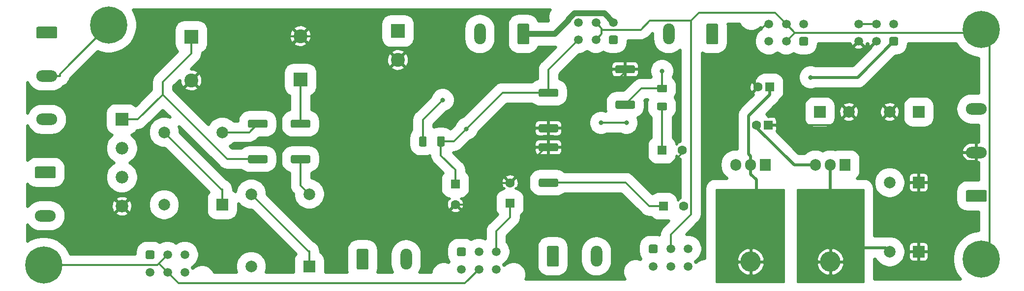
<source format=gbr>
%TF.GenerationSoftware,KiCad,Pcbnew,(5.1.10)-1*%
%TF.CreationDate,2021-11-20T18:22:10+01:00*%
%TF.ProjectId,MRAMP00_PowerSupply,4d52414d-5030-4305-9f50-6f7765725375,rev?*%
%TF.SameCoordinates,Original*%
%TF.FileFunction,Copper,L1,Top*%
%TF.FilePolarity,Positive*%
%FSLAX46Y46*%
G04 Gerber Fmt 4.6, Leading zero omitted, Abs format (unit mm)*
G04 Created by KiCad (PCBNEW (5.1.10)-1) date 2021-11-20 18:22:10*
%MOMM*%
%LPD*%
G01*
G04 APERTURE LIST*
%TA.AperFunction,ComponentPad*%
%ADD10R,2.175000X2.175000*%
%TD*%
%TA.AperFunction,ComponentPad*%
%ADD11C,2.175000*%
%TD*%
%TA.AperFunction,ComponentPad*%
%ADD12C,6.400000*%
%TD*%
%TA.AperFunction,ComponentPad*%
%ADD13O,3.600000X2.000000*%
%TD*%
%TA.AperFunction,ComponentPad*%
%ADD14C,2.000000*%
%TD*%
%TA.AperFunction,ComponentPad*%
%ADD15R,2.000000X2.000000*%
%TD*%
%TA.AperFunction,ComponentPad*%
%ADD16O,1.905000X2.000000*%
%TD*%
%TA.AperFunction,ComponentPad*%
%ADD17R,1.905000X2.000000*%
%TD*%
%TA.AperFunction,ComponentPad*%
%ADD18O,3.500000X3.500000*%
%TD*%
%TA.AperFunction,ComponentPad*%
%ADD19C,1.500000*%
%TD*%
%TA.AperFunction,ComponentPad*%
%ADD20O,2.000000X3.600000*%
%TD*%
%TA.AperFunction,ComponentPad*%
%ADD21C,1.600000*%
%TD*%
%TA.AperFunction,ComponentPad*%
%ADD22R,1.600000X1.600000*%
%TD*%
%TA.AperFunction,ComponentPad*%
%ADD23C,2.400000*%
%TD*%
%TA.AperFunction,ComponentPad*%
%ADD24R,2.400000X2.400000*%
%TD*%
%TA.AperFunction,ViaPad*%
%ADD25C,0.800000*%
%TD*%
%TA.AperFunction,Conductor*%
%ADD26C,0.300000*%
%TD*%
%TA.AperFunction,Conductor*%
%ADD27C,0.500000*%
%TD*%
%TA.AperFunction,Conductor*%
%ADD28C,1.000000*%
%TD*%
%TA.AperFunction,Conductor*%
%ADD29C,0.254000*%
%TD*%
%TA.AperFunction,Conductor*%
%ADD30C,0.100000*%
%TD*%
G04 APERTURE END LIST*
D10*
%TO.P,BR1,1*%
%TO.N,/HV_POWER/HV0*%
X-623924000Y18592000D03*
D11*
%TO.P,BR1,2*%
%TO.N,/HV_POWER/AC1*%
X-623924000Y13592000D03*
%TO.P,BR1,3*%
%TO.N,/HV_POWER/AC2*%
X-623924000Y8592000D03*
%TO.P,BR1,4*%
%TO.N,GND*%
X-623924000Y3592000D03*
%TD*%
D12*
%TO.P,H4,1*%
%TO.N,Earth*%
X-476000000Y-5538000D03*
%TD*%
%TO.P,H3,1*%
%TO.N,Earth*%
X-476000000Y34086000D03*
%TD*%
%TO.P,H2,1*%
%TO.N,Earth*%
X-637386000Y-6554000D03*
%TD*%
%TO.P,H1,1*%
%TO.N,Earth*%
X-626210000Y34848000D03*
%TD*%
D13*
%TO.P,J12,3*%
%TO.N,/HV_POWER/AC2*%
X-636878000Y18578000D03*
%TO.P,J12,2*%
%TO.N,Earth*%
X-636878000Y26078000D03*
%TO.P,J12,1*%
%TO.N,/HV_POWER/AC1*%
%TA.AperFunction,ComponentPad*%
G36*
G01*
X-638428000Y34578000D02*
X-635328000Y34578000D01*
G75*
G02*
X-635078000Y34328000I0J-250000D01*
G01*
X-635078000Y32828000D01*
G75*
G02*
X-635328000Y32578000I-250000J0D01*
G01*
X-638428000Y32578000D01*
G75*
G02*
X-638678000Y32828000I0J250000D01*
G01*
X-638678000Y34328000D01*
G75*
G02*
X-638428000Y34578000I250000J0D01*
G01*
G37*
%TD.AperFunction*%
%TD*%
%TO.P,R26,2*%
%TO.N,HV_PREAMP_OUT3*%
%TA.AperFunction,SMDPad,CuDef*%
G36*
G01*
X-551943001Y8368000D02*
X-549092999Y8368000D01*
G75*
G02*
X-548843000Y8118001I0J-249999D01*
G01*
X-548843000Y7217999D01*
G75*
G02*
X-549092999Y6968000I-249999J0D01*
G01*
X-551943001Y6968000D01*
G75*
G02*
X-552193000Y7217999I0J249999D01*
G01*
X-552193000Y8118001D01*
G75*
G02*
X-551943001Y8368000I249999J0D01*
G01*
G37*
%TD.AperFunction*%
%TO.P,R26,1*%
%TO.N,GND*%
%TA.AperFunction,SMDPad,CuDef*%
G36*
G01*
X-551943001Y14468000D02*
X-549092999Y14468000D01*
G75*
G02*
X-548843000Y14218001I0J-249999D01*
G01*
X-548843000Y13317999D01*
G75*
G02*
X-549092999Y13068000I-249999J0D01*
G01*
X-551943001Y13068000D01*
G75*
G02*
X-552193000Y13317999I0J249999D01*
G01*
X-552193000Y14218001D01*
G75*
G02*
X-551943001Y14468000I249999J0D01*
G01*
G37*
%TD.AperFunction*%
%TD*%
%TO.P,R20,2*%
%TO.N,/HV_POWER/HV0*%
%TA.AperFunction,SMDPad,CuDef*%
G36*
G01*
X-601981001Y12432000D02*
X-599130999Y12432000D01*
G75*
G02*
X-598881000Y12182001I0J-249999D01*
G01*
X-598881000Y11281999D01*
G75*
G02*
X-599130999Y11032000I-249999J0D01*
G01*
X-601981001Y11032000D01*
G75*
G02*
X-602231000Y11281999I0J249999D01*
G01*
X-602231000Y12182001D01*
G75*
G02*
X-601981001Y12432000I249999J0D01*
G01*
G37*
%TD.AperFunction*%
%TO.P,R20,1*%
%TO.N,/HV_POWER/HV1*%
%TA.AperFunction,SMDPad,CuDef*%
G36*
G01*
X-601981001Y18532000D02*
X-599130999Y18532000D01*
G75*
G02*
X-598881000Y18282001I0J-249999D01*
G01*
X-598881000Y17381999D01*
G75*
G02*
X-599130999Y17132000I-249999J0D01*
G01*
X-601981001Y17132000D01*
G75*
G02*
X-602231000Y17381999I0J249999D01*
G01*
X-602231000Y18282001D01*
G75*
G02*
X-601981001Y18532000I249999J0D01*
G01*
G37*
%TD.AperFunction*%
%TD*%
%TO.P,R17,2*%
%TO.N,HV_PREAMP_OUT1*%
%TA.AperFunction,SMDPad,CuDef*%
G36*
G01*
X-549092999Y22466000D02*
X-551943001Y22466000D01*
G75*
G02*
X-552193000Y22715999I0J249999D01*
G01*
X-552193000Y23616001D01*
G75*
G02*
X-551943001Y23866000I249999J0D01*
G01*
X-549092999Y23866000D01*
G75*
G02*
X-548843000Y23616001I0J-249999D01*
G01*
X-548843000Y22715999D01*
G75*
G02*
X-549092999Y22466000I-249999J0D01*
G01*
G37*
%TD.AperFunction*%
%TO.P,R17,1*%
%TO.N,GND*%
%TA.AperFunction,SMDPad,CuDef*%
G36*
G01*
X-549092999Y16366000D02*
X-551943001Y16366000D01*
G75*
G02*
X-552193000Y16615999I0J249999D01*
G01*
X-552193000Y17516001D01*
G75*
G02*
X-551943001Y17766000I249999J0D01*
G01*
X-549092999Y17766000D01*
G75*
G02*
X-548843000Y17516001I0J-249999D01*
G01*
X-548843000Y16615999D01*
G75*
G02*
X-549092999Y16366000I-249999J0D01*
G01*
G37*
%TD.AperFunction*%
%TD*%
%TO.P,R15,2*%
%TO.N,HV_POWER*%
%TA.AperFunction,SMDPad,CuDef*%
G36*
G01*
X-591764999Y17132000D02*
X-594615001Y17132000D01*
G75*
G02*
X-594865000Y17381999I0J249999D01*
G01*
X-594865000Y18282001D01*
G75*
G02*
X-594615001Y18532000I249999J0D01*
G01*
X-591764999Y18532000D01*
G75*
G02*
X-591515000Y18282001I0J-249999D01*
G01*
X-591515000Y17381999D01*
G75*
G02*
X-591764999Y17132000I-249999J0D01*
G01*
G37*
%TD.AperFunction*%
%TO.P,R15,1*%
%TO.N,/HV_POWER/HV3*%
%TA.AperFunction,SMDPad,CuDef*%
G36*
G01*
X-591764999Y11032000D02*
X-594615001Y11032000D01*
G75*
G02*
X-594865000Y11281999I0J249999D01*
G01*
X-594865000Y12182001D01*
G75*
G02*
X-594615001Y12432000I249999J0D01*
G01*
X-591764999Y12432000D01*
G75*
G02*
X-591515000Y12182001I0J-249999D01*
G01*
X-591515000Y11281999D01*
G75*
G02*
X-591764999Y11032000I-249999J0D01*
G01*
G37*
%TD.AperFunction*%
%TD*%
%TO.P,R14,2*%
%TO.N,/HV_POWER/HV7*%
%TA.AperFunction,SMDPad,CuDef*%
G36*
G01*
X-530334999Y23276000D02*
X-531585001Y23276000D01*
G75*
G02*
X-531835000Y23525999I0J249999D01*
G01*
X-531835000Y24326001D01*
G75*
G02*
X-531585001Y24576000I249999J0D01*
G01*
X-530334999Y24576000D01*
G75*
G02*
X-530085000Y24326001I0J-249999D01*
G01*
X-530085000Y23525999D01*
G75*
G02*
X-530334999Y23276000I-249999J0D01*
G01*
G37*
%TD.AperFunction*%
%TO.P,R14,1*%
%TO.N,HV_PREAMP_OUT2*%
%TA.AperFunction,SMDPad,CuDef*%
G36*
G01*
X-530334999Y20176000D02*
X-531585001Y20176000D01*
G75*
G02*
X-531835000Y20425999I0J249999D01*
G01*
X-531835000Y21226001D01*
G75*
G02*
X-531585001Y21476000I249999J0D01*
G01*
X-530334999Y21476000D01*
G75*
G02*
X-530085000Y21226001I0J-249999D01*
G01*
X-530085000Y20425999D01*
G75*
G02*
X-530334999Y20176000I-249999J0D01*
G01*
G37*
%TD.AperFunction*%
%TD*%
%TO.P,R13,2*%
%TO.N,/HV_POWER/HV5*%
%TA.AperFunction,SMDPad,CuDef*%
G36*
G01*
X-571484000Y15407001D02*
X-571484000Y14156999D01*
G75*
G02*
X-571733999Y13907000I-249999J0D01*
G01*
X-572534001Y13907000D01*
G75*
G02*
X-572784000Y14156999I0J249999D01*
G01*
X-572784000Y15407001D01*
G75*
G02*
X-572534001Y15657000I249999J0D01*
G01*
X-571733999Y15657000D01*
G75*
G02*
X-571484000Y15407001I0J-249999D01*
G01*
G37*
%TD.AperFunction*%
%TO.P,R13,1*%
%TO.N,HV_PREAMP_OUT1*%
%TA.AperFunction,SMDPad,CuDef*%
G36*
G01*
X-568384000Y15407001D02*
X-568384000Y14156999D01*
G75*
G02*
X-568633999Y13907000I-249999J0D01*
G01*
X-569434001Y13907000D01*
G75*
G02*
X-569684000Y14156999I0J249999D01*
G01*
X-569684000Y15407001D01*
G75*
G02*
X-569434001Y15657000I249999J0D01*
G01*
X-568633999Y15657000D01*
G75*
G02*
X-568384000Y15407001I0J-249999D01*
G01*
G37*
%TD.AperFunction*%
%TD*%
%TO.P,R12,2*%
%TO.N,/HV_POWER/HV7*%
%TA.AperFunction,SMDPad,CuDef*%
G36*
G01*
X-538735001Y21830000D02*
X-535884999Y21830000D01*
G75*
G02*
X-535635000Y21580001I0J-249999D01*
G01*
X-535635000Y20679999D01*
G75*
G02*
X-535884999Y20430000I-249999J0D01*
G01*
X-538735001Y20430000D01*
G75*
G02*
X-538985000Y20679999I0J249999D01*
G01*
X-538985000Y21580001D01*
G75*
G02*
X-538735001Y21830000I249999J0D01*
G01*
G37*
%TD.AperFunction*%
%TO.P,R12,1*%
%TO.N,GND*%
%TA.AperFunction,SMDPad,CuDef*%
G36*
G01*
X-538735001Y27930000D02*
X-535884999Y27930000D01*
G75*
G02*
X-535635000Y27680001I0J-249999D01*
G01*
X-535635000Y26779999D01*
G75*
G02*
X-535884999Y26530000I-249999J0D01*
G01*
X-538735001Y26530000D01*
G75*
G02*
X-538985000Y26779999I0J249999D01*
G01*
X-538985000Y27680001D01*
G75*
G02*
X-538735001Y27930000I249999J0D01*
G01*
G37*
%TD.AperFunction*%
%TD*%
D14*
%TO.P,L2,4*%
%TO.N,/HV_POWER/HV4*%
X-601666000Y5692000D03*
%TO.P,L2,3*%
%TO.N,/HV_POWER/HV3*%
X-591666000Y5692000D03*
%TO.P,L2,2*%
%TO.N,HV_PREAMP_NRG*%
X-601666000Y-6808000D03*
D15*
%TO.P,L2,1*%
%TO.N,/HV_POWER/HV4*%
X-591666000Y-6808000D03*
%TD*%
D14*
%TO.P,L1,4*%
%TO.N,/HV_POWER/HV2*%
X-616652000Y16360000D03*
%TO.P,L1,3*%
%TO.N,/HV_POWER/HV1*%
X-606652000Y16360000D03*
%TO.P,L1,2*%
%TO.N,HV_POWER*%
X-616652000Y3860000D03*
D15*
%TO.P,L1,1*%
%TO.N,/HV_POWER/HV2*%
X-606652000Y3860000D03*
%TD*%
D16*
%TO.P,U6,3*%
%TO.N,VDC_M12*%
X-504544000Y10718000D03*
%TO.P,U6,2*%
%TO.N,/LOW_VOLTAGE_VCC/LV3*%
X-502004000Y10718000D03*
D17*
%TO.P,U6,1*%
%TO.N,Net-(R16-Pad2)*%
X-499464000Y10718000D03*
D18*
%TO.P,U6,*%
%TO.N,/LOW_VOLTAGE_VCC/LV3*%
X-502004000Y-5942000D03*
%TD*%
D16*
%TO.P,U5,3*%
%TO.N,/LOW_VOLTAGE_VCC/LV1*%
X-518260000Y10718000D03*
%TO.P,U5,2*%
%TO.N,VDC_P12*%
X-515720000Y10718000D03*
D17*
%TO.P,U5,1*%
%TO.N,Net-(R28-Pad1)*%
X-513180000Y10718000D03*
D18*
%TO.P,U5,*%
%TO.N,VDC_P12*%
X-515720000Y-5942000D03*
%TD*%
D13*
%TO.P,J13,3*%
%TO.N,/LOW_VOLTAGE_VCC/LV0*%
X-476858000Y20384000D03*
%TO.P,J13,2*%
%TO.N,GND*%
X-476858000Y12884000D03*
%TO.P,J13,1*%
%TO.N,/LOW_VOLTAGE_VCC/LV2*%
%TA.AperFunction,ComponentPad*%
G36*
G01*
X-475308000Y4384000D02*
X-478408000Y4384000D01*
G75*
G02*
X-478658000Y4634000I0J250000D01*
G01*
X-478658000Y6134000D01*
G75*
G02*
X-478408000Y6384000I250000J0D01*
G01*
X-475308000Y6384000D01*
G75*
G02*
X-475058000Y6134000I0J-250000D01*
G01*
X-475058000Y4634000D01*
G75*
G02*
X-475308000Y4384000I-250000J0D01*
G01*
G37*
%TD.AperFunction*%
%TD*%
D19*
%TO.P,J11,6*%
%TO.N,GND*%
X-497082000Y35054000D03*
%TO.P,J11,5*%
X-494082000Y35054000D03*
%TO.P,J11,4*%
%TO.N,VDC_M12*%
X-491082000Y35054000D03*
%TO.P,J11,3*%
%TO.N,GND*%
X-497082000Y32054000D03*
%TO.P,J11,2*%
X-494082000Y32054000D03*
%TO.P,J11,1*%
%TO.N,VDC_P12*%
%TA.AperFunction,ComponentPad*%
G36*
G01*
X-490332000Y32554000D02*
X-490332000Y31554000D01*
G75*
G02*
X-490582000Y31304000I-250000J0D01*
G01*
X-491582000Y31304000D01*
G75*
G02*
X-491832000Y31554000I0J250000D01*
G01*
X-491832000Y32554000D01*
G75*
G02*
X-491582000Y32804000I250000J0D01*
G01*
X-490582000Y32804000D01*
G75*
G02*
X-490332000Y32554000I0J-250000D01*
G01*
G37*
%TD.AperFunction*%
%TD*%
%TO.P,J10,6*%
%TO.N,GND*%
X-559504000Y-7268000D03*
%TO.P,J10,5*%
%TO.N,Earth*%
X-562504000Y-7268000D03*
%TO.P,J10,4*%
%TO.N,FIL4A*%
X-565504000Y-7268000D03*
%TO.P,J10,3*%
%TO.N,HV_PREAMP_OUT4*%
X-559504000Y-4268000D03*
%TO.P,J10,2*%
%TO.N,Earth*%
X-562504000Y-4268000D03*
%TO.P,J10,1*%
%TO.N,FIL4B*%
%TA.AperFunction,ComponentPad*%
G36*
G01*
X-566254000Y-4768000D02*
X-566254000Y-3768000D01*
G75*
G02*
X-566004000Y-3518000I250000J0D01*
G01*
X-565004000Y-3518000D01*
G75*
G02*
X-564754000Y-3768000I0J-250000D01*
G01*
X-564754000Y-4768000D01*
G75*
G02*
X-565004000Y-5018000I-250000J0D01*
G01*
X-566004000Y-5018000D01*
G75*
G02*
X-566254000Y-4768000I0J250000D01*
G01*
G37*
%TD.AperFunction*%
%TD*%
%TO.P,J9,6*%
%TO.N,GND*%
X-526484000Y-6760000D03*
%TO.P,J9,5*%
%TO.N,Earth*%
X-529484000Y-6760000D03*
%TO.P,J9,4*%
%TO.N,FIL3A*%
X-532484000Y-6760000D03*
%TO.P,J9,3*%
%TO.N,HV_PREAMP_OUT3*%
X-526484000Y-3760000D03*
%TO.P,J9,2*%
%TO.N,Earth*%
X-529484000Y-3760000D03*
%TO.P,J9,1*%
%TO.N,FIL3B*%
%TA.AperFunction,ComponentPad*%
G36*
G01*
X-533234000Y-4260000D02*
X-533234000Y-3260000D01*
G75*
G02*
X-532984000Y-3010000I250000J0D01*
G01*
X-531984000Y-3010000D01*
G75*
G02*
X-531734000Y-3260000I0J-250000D01*
G01*
X-531734000Y-4260000D01*
G75*
G02*
X-531984000Y-4510000I-250000J0D01*
G01*
X-532984000Y-4510000D01*
G75*
G02*
X-533234000Y-4260000I0J250000D01*
G01*
G37*
%TD.AperFunction*%
%TD*%
%TO.P,J8,6*%
%TO.N,GND*%
X-613098000Y-7776000D03*
%TO.P,J8,5*%
%TO.N,Earth*%
X-616098000Y-7776000D03*
%TO.P,J8,4*%
%TO.N,FILPA*%
X-619098000Y-7776000D03*
%TO.P,J8,3*%
%TO.N,HV_POWER*%
X-613098000Y-4776000D03*
%TO.P,J8,2*%
%TO.N,Earth*%
X-616098000Y-4776000D03*
%TO.P,J8,1*%
%TO.N,FILPB*%
%TA.AperFunction,ComponentPad*%
G36*
G01*
X-619848000Y-5276000D02*
X-619848000Y-4276000D01*
G75*
G02*
X-619598000Y-4026000I250000J0D01*
G01*
X-618598000Y-4026000D01*
G75*
G02*
X-618348000Y-4276000I0J-250000D01*
G01*
X-618348000Y-5276000D01*
G75*
G02*
X-618598000Y-5526000I-250000J0D01*
G01*
X-619598000Y-5526000D01*
G75*
G02*
X-619848000Y-5276000I0J250000D01*
G01*
G37*
%TD.AperFunction*%
%TD*%
%TO.P,J7,6*%
%TO.N,GND*%
X-512576000Y35054000D03*
%TO.P,J7,5*%
%TO.N,Earth*%
X-509576000Y35054000D03*
%TO.P,J7,4*%
%TO.N,FIL2A*%
X-506576000Y35054000D03*
%TO.P,J7,3*%
%TO.N,HV_PREAMP_OUT2*%
X-512576000Y32054000D03*
%TO.P,J7,2*%
%TO.N,Earth*%
X-509576000Y32054000D03*
%TO.P,J7,1*%
%TO.N,FIL2B*%
%TA.AperFunction,ComponentPad*%
G36*
G01*
X-505826000Y32554000D02*
X-505826000Y31554000D01*
G75*
G02*
X-506076000Y31304000I-250000J0D01*
G01*
X-507076000Y31304000D01*
G75*
G02*
X-507326000Y31554000I0J250000D01*
G01*
X-507326000Y32554000D01*
G75*
G02*
X-507076000Y32804000I250000J0D01*
G01*
X-506076000Y32804000D01*
G75*
G02*
X-505826000Y32554000I0J-250000D01*
G01*
G37*
%TD.AperFunction*%
%TD*%
%TO.P,J6,6*%
%TO.N,GND*%
X-545342000Y35308000D03*
%TO.P,J6,5*%
%TO.N,Earth*%
X-542342000Y35308000D03*
%TO.P,J6,4*%
%TO.N,FIL1A*%
X-539342000Y35308000D03*
%TO.P,J6,3*%
%TO.N,HV_PREAMP_OUT1*%
X-545342000Y32308000D03*
%TO.P,J6,2*%
%TO.N,Earth*%
X-542342000Y32308000D03*
%TO.P,J6,1*%
%TO.N,FIL1B*%
%TA.AperFunction,ComponentPad*%
G36*
G01*
X-538592000Y32808000D02*
X-538592000Y31808000D01*
G75*
G02*
X-538842000Y31558000I-250000J0D01*
G01*
X-539842000Y31558000D01*
G75*
G02*
X-540092000Y31808000I0J250000D01*
G01*
X-540092000Y32808000D01*
G75*
G02*
X-539842000Y33058000I250000J0D01*
G01*
X-538842000Y33058000D01*
G75*
G02*
X-538592000Y32808000I0J-250000D01*
G01*
G37*
%TD.AperFunction*%
%TD*%
D20*
%TO.P,J5,2*%
%TO.N,FIL4B*%
X-575022000Y-5538000D03*
%TO.P,J5,1*%
%TO.N,FIL4A*%
%TA.AperFunction,ComponentPad*%
G36*
G01*
X-583522000Y-7088000D02*
X-583522000Y-3988000D01*
G75*
G02*
X-583272000Y-3738000I250000J0D01*
G01*
X-581772000Y-3738000D01*
G75*
G02*
X-581522000Y-3988000I0J-250000D01*
G01*
X-581522000Y-7088000D01*
G75*
G02*
X-581772000Y-7338000I-250000J0D01*
G01*
X-583272000Y-7338000D01*
G75*
G02*
X-583522000Y-7088000I0J250000D01*
G01*
G37*
%TD.AperFunction*%
%TD*%
%TO.P,J4,2*%
%TO.N,FIL3B*%
X-542256000Y-5030000D03*
%TO.P,J4,1*%
%TO.N,FIL3A*%
%TA.AperFunction,ComponentPad*%
G36*
G01*
X-550756000Y-6580000D02*
X-550756000Y-3480000D01*
G75*
G02*
X-550506000Y-3230000I250000J0D01*
G01*
X-549006000Y-3230000D01*
G75*
G02*
X-548756000Y-3480000I0J-250000D01*
G01*
X-548756000Y-6580000D01*
G75*
G02*
X-549006000Y-6830000I-250000J0D01*
G01*
X-550506000Y-6830000D01*
G75*
G02*
X-550756000Y-6580000I0J250000D01*
G01*
G37*
%TD.AperFunction*%
%TD*%
D13*
%TO.P,J3,2*%
%TO.N,FILPA*%
X-637132000Y1948000D03*
%TO.P,J3,1*%
%TO.N,FILPB*%
%TA.AperFunction,ComponentPad*%
G36*
G01*
X-638682000Y10448000D02*
X-635582000Y10448000D01*
G75*
G02*
X-635332000Y10198000I0J-250000D01*
G01*
X-635332000Y8698000D01*
G75*
G02*
X-635582000Y8448000I-250000J0D01*
G01*
X-638682000Y8448000D01*
G75*
G02*
X-638932000Y8698000I0J250000D01*
G01*
X-638932000Y10198000D01*
G75*
G02*
X-638682000Y10448000I250000J0D01*
G01*
G37*
%TD.AperFunction*%
%TD*%
D20*
%TO.P,J2,2*%
%TO.N,FIL2B*%
X-529824000Y33324000D03*
%TO.P,J2,1*%
%TO.N,FIL2A*%
%TA.AperFunction,ComponentPad*%
G36*
G01*
X-521324000Y34874000D02*
X-521324000Y31774000D01*
G75*
G02*
X-521574000Y31524000I-250000J0D01*
G01*
X-523074000Y31524000D01*
G75*
G02*
X-523324000Y31774000I0J250000D01*
G01*
X-523324000Y34874000D01*
G75*
G02*
X-523074000Y35124000I250000J0D01*
G01*
X-521574000Y35124000D01*
G75*
G02*
X-521324000Y34874000I0J-250000D01*
G01*
G37*
%TD.AperFunction*%
%TD*%
%TO.P,J1,2*%
%TO.N,FIL1B*%
X-562336000Y33324000D03*
%TO.P,J1,1*%
%TO.N,FIL1A*%
%TA.AperFunction,ComponentPad*%
G36*
G01*
X-553836000Y34874000D02*
X-553836000Y31774000D01*
G75*
G02*
X-554086000Y31524000I-250000J0D01*
G01*
X-555586000Y31524000D01*
G75*
G02*
X-555836000Y31774000I0J250000D01*
G01*
X-555836000Y34874000D01*
G75*
G02*
X-555586000Y35124000I250000J0D01*
G01*
X-554086000Y35124000D01*
G75*
G02*
X-553836000Y34874000I0J-250000D01*
G01*
G37*
%TD.AperFunction*%
%TD*%
D21*
%TO.P,C16,2*%
%TO.N,VDC_M12*%
X-514672000Y17576000D03*
D22*
%TO.P,C16,1*%
%TO.N,GND*%
X-512672000Y17576000D03*
%TD*%
D21*
%TO.P,C15,2*%
%TO.N,GND*%
X-514418000Y24180000D03*
D22*
%TO.P,C15,1*%
%TO.N,VDC_P12*%
X-512418000Y24180000D03*
%TD*%
D14*
%TO.P,C14,2*%
%TO.N,/LOW_VOLTAGE_VCC/LV3*%
X-491764000Y7670000D03*
D15*
%TO.P,C14,1*%
%TO.N,GND*%
X-486764000Y7670000D03*
%TD*%
D14*
%TO.P,C13,2*%
%TO.N,GND*%
X-498782000Y19862000D03*
D15*
%TO.P,C13,1*%
%TO.N,/LOW_VOLTAGE_VCC/LV1*%
X-503782000Y19862000D03*
%TD*%
D14*
%TO.P,C12,2*%
%TO.N,/LOW_VOLTAGE_VCC/LV3*%
X-491764000Y-4268000D03*
D15*
%TO.P,C12,1*%
%TO.N,GND*%
X-486764000Y-4268000D03*
%TD*%
D14*
%TO.P,C11,2*%
%TO.N,GND*%
X-491764000Y19862000D03*
D15*
%TO.P,C11,1*%
%TO.N,/LOW_VOLTAGE_VCC/LV1*%
X-486764000Y19862000D03*
%TD*%
D21*
%TO.P,C10,2*%
%TO.N,GND*%
X-557122000Y7614000D03*
D22*
%TO.P,C10,1*%
%TO.N,HV_PREAMP_OUT4*%
X-557122000Y4114000D03*
%TD*%
D21*
%TO.P,C9,2*%
%TO.N,GND*%
X-527206000Y3606000D03*
D22*
%TO.P,C9,1*%
%TO.N,HV_PREAMP_OUT3*%
X-530706000Y3606000D03*
%TD*%
D23*
%TO.P,C8,2*%
%TO.N,GND*%
X-576426000Y28832000D03*
D24*
%TO.P,C8,1*%
%TO.N,HV_PREAMP_NRG*%
X-576426000Y33832000D03*
%TD*%
D23*
%TO.P,C7,2*%
%TO.N,GND*%
X-593190000Y32950000D03*
D24*
%TO.P,C7,1*%
%TO.N,HV_POWER*%
X-593190000Y25450000D03*
%TD*%
D23*
%TO.P,C3,2*%
%TO.N,GND*%
X-611986000Y25316000D03*
D24*
%TO.P,C3,1*%
%TO.N,/HV_POWER/HV0*%
X-611986000Y32816000D03*
%TD*%
D21*
%TO.P,C2,2*%
%TO.N,GND*%
X-527460000Y13258000D03*
D22*
%TO.P,C2,1*%
%TO.N,HV_PREAMP_OUT2*%
X-530960000Y13258000D03*
%TD*%
D21*
%TO.P,C1,2*%
%TO.N,GND*%
X-566520000Y3916000D03*
D22*
%TO.P,C1,1*%
%TO.N,HV_PREAMP_OUT1*%
X-566520000Y7416000D03*
%TD*%
D25*
%TO.N,GND*%
X-501496000Y17576000D03*
%TO.N,HV_PREAMP_OUT1*%
X-564631200Y16943500D03*
%TO.N,HV_PREAMP_NRG*%
X-537077600Y17992200D03*
X-541464900Y17992200D03*
%TO.N,VDC_P12*%
X-505388500Y25831200D03*
X-511910000Y-8332000D03*
X-511910000Y-6300000D03*
X-511910000Y-4522000D03*
X-511910000Y-2744000D03*
X-511910000Y-966000D03*
X-511910000Y812000D03*
X-511910000Y2590000D03*
X-511910000Y4622000D03*
X-513942000Y4622000D03*
X-513942000Y2590000D03*
X-513942000Y812000D03*
X-513942000Y-966000D03*
X-513942000Y-2744000D03*
X-515974000Y4622000D03*
X-515974000Y2590000D03*
X-515974000Y812000D03*
X-515974000Y-966000D03*
X-515974000Y-2744000D03*
X-518006000Y4622000D03*
X-520038000Y4622000D03*
X-518006000Y2590000D03*
X-518006000Y812000D03*
X-518006000Y-966000D03*
X-518006000Y-2744000D03*
X-520038000Y2590000D03*
X-520038000Y812000D03*
X-520038000Y-966000D03*
X-520038000Y-2744000D03*
X-520038000Y-4522000D03*
X-520038000Y-6300000D03*
X-520038000Y-8078000D03*
%TO.N,/LOW_VOLTAGE_VCC/LV3*%
X-497686000Y-7824000D03*
X-497940000Y-6046000D03*
X-497940000Y-4268000D03*
X-506068000Y-8078000D03*
X-506068000Y-6300000D03*
X-506068000Y-4522000D03*
X-499972000Y-2236000D03*
X-497940000Y-2236000D03*
X-504036000Y-2236000D03*
X-506068000Y-2236000D03*
X-502004000Y-2236000D03*
X-506068000Y50000D03*
X-504036000Y50000D03*
X-502004000Y50000D03*
X-499972000Y50000D03*
X-497940000Y50000D03*
X-502004000Y2336000D03*
X-499972000Y2336000D03*
X-506068000Y2336000D03*
X-504036000Y2336000D03*
X-497940000Y2336000D03*
X-497940000Y4622000D03*
X-499972000Y4622000D03*
X-502004000Y4622000D03*
X-504036000Y4622000D03*
X-506068000Y4622000D03*
%TO.N,/HV_POWER/HV5*%
X-568707200Y21927700D03*
%TO.N,/HV_POWER/HV7*%
X-530960000Y26948000D03*
%TD*%
D26*
%TO.N,GND*%
X-512576000Y35054000D02*
X-513047900Y35054000D01*
X-513047900Y35054000D02*
X-514985200Y33116700D01*
X-514985200Y33116700D02*
X-514985200Y24747200D01*
X-514985200Y24747200D02*
X-514418000Y24180000D01*
X-593190000Y32950000D02*
X-580544000Y32950000D01*
X-580544000Y32950000D02*
X-576426000Y28832000D01*
X-611986000Y25316000D02*
X-604352000Y32950000D01*
X-604352000Y32950000D02*
X-593190000Y32950000D01*
X-486764000Y11433700D02*
X-486764000Y7670000D01*
X-491764000Y19862000D02*
X-486764000Y14862000D01*
X-486764000Y14862000D02*
X-486764000Y11433700D01*
X-486764000Y11433700D02*
X-476858000Y11433700D01*
X-476858000Y12884000D02*
X-476858000Y11433700D01*
X-545273600Y18789600D02*
X-537310000Y26753200D01*
X-537310000Y26753200D02*
X-537310000Y27230000D01*
X-545273600Y18789600D02*
X-537268900Y10784900D01*
X-537268900Y10784900D02*
X-529459100Y10784900D01*
X-529459100Y10784900D02*
X-527460000Y12784000D01*
X-527460000Y12784000D02*
X-527460000Y13258000D01*
X-550518000Y17066000D02*
X-546997200Y17066000D01*
X-546997200Y17066000D02*
X-545273600Y18789600D01*
X-550518000Y13768000D02*
X-550518000Y17066000D01*
X-550518000Y13768000D02*
X-550968000Y13768000D01*
X-550968000Y13768000D02*
X-557122000Y7614000D01*
X-557122000Y7614000D02*
X-560623900Y7614000D01*
X-560623900Y7614000D02*
X-564321900Y3916000D01*
X-564321900Y3916000D02*
X-566520000Y3916000D01*
X-501496000Y17576000D02*
X-512672000Y17576000D01*
X-498782000Y19862000D02*
X-501068000Y17576000D01*
X-501068000Y17576000D02*
X-501496000Y17576000D01*
X-494082000Y35054000D02*
X-497082000Y35054000D01*
%TO.N,HV_PREAMP_OUT1*%
X-550518000Y23166000D02*
X-558408700Y23166000D01*
X-558408700Y23166000D02*
X-564631200Y16943500D01*
X-550518000Y23166000D02*
X-550518000Y27132000D01*
X-550518000Y27132000D02*
X-545342000Y32308000D01*
X-569034000Y14782000D02*
X-566792700Y14782000D01*
X-566792700Y14782000D02*
X-564631200Y16943500D01*
X-566520000Y9866300D02*
X-569034000Y12380300D01*
X-569034000Y12380300D02*
X-569034000Y14782000D01*
X-566520000Y7416000D02*
X-566520000Y9866300D01*
%TO.N,HV_PREAMP_OUT2*%
X-530960000Y13258000D02*
X-530960000Y20826000D01*
%TO.N,HV_POWER*%
X-593190000Y25450000D02*
X-593190000Y17832000D01*
%TO.N,HV_PREAMP_NRG*%
X-541464900Y17992200D02*
X-537077600Y17992200D01*
%TO.N,HV_PREAMP_OUT3*%
X-530706000Y3606000D02*
X-533156300Y3606000D01*
X-533156300Y3606000D02*
X-537218300Y7668000D01*
X-537218300Y7668000D02*
X-550518000Y7668000D01*
%TO.N,HV_PREAMP_OUT4*%
X-557122000Y4114000D02*
X-557122000Y1663700D01*
X-557122000Y1663700D02*
X-559504000Y-718300D01*
X-559504000Y-718300D02*
X-559504000Y-4268000D01*
D27*
%TO.N,VDC_P12*%
X-512418000Y24180000D02*
X-512418000Y22829700D01*
X-515720000Y10718000D02*
X-515720000Y12268300D01*
X-515720000Y12268300D02*
X-516039000Y12587300D01*
X-516039000Y12587300D02*
X-516039000Y19208700D01*
X-516039000Y19208700D02*
X-512418000Y22829700D01*
X-515720000Y10251400D02*
X-515720000Y10718000D01*
X-515720000Y10251400D02*
X-515720000Y9167700D01*
X-514740300Y5841400D02*
X-514740300Y8188000D01*
X-514740300Y8188000D02*
X-515720000Y9167700D01*
X-505388500Y25831200D02*
X-497304800Y25831200D01*
X-497304800Y25831200D02*
X-491082000Y32054000D01*
%TO.N,VDC_M12*%
X-514672000Y17576000D02*
X-514672000Y17154000D01*
X-514672000Y17154000D02*
X-508236000Y10718000D01*
X-508236000Y10718000D02*
X-504544000Y10718000D01*
D28*
%TO.N,FIL1A*%
X-554836000Y33324000D02*
X-549416100Y33324000D01*
X-549416100Y33324000D02*
X-547041600Y35698500D01*
X-547041600Y35698500D02*
X-547041600Y35843600D01*
X-547041600Y35843600D02*
X-546024000Y36861200D01*
X-546024000Y36861200D02*
X-540895200Y36861200D01*
X-540895200Y36861200D02*
X-539342000Y35308000D01*
D26*
%TO.N,Earth*%
X-525955400Y35592200D02*
X-525955400Y2211900D01*
X-525955400Y2211900D02*
X-529484000Y-1316700D01*
X-529484000Y-1316700D02*
X-529484000Y-3760000D01*
X-509576000Y35054000D02*
X-511467100Y36945100D01*
X-511467100Y36945100D02*
X-524602500Y36945100D01*
X-524602500Y36945100D02*
X-525955400Y35592200D01*
X-541344000Y34059000D02*
X-534622200Y34059000D01*
X-534622200Y34059000D02*
X-533089000Y35592200D01*
X-533089000Y35592200D02*
X-525955400Y35592200D01*
X-541344000Y34059000D02*
X-541344000Y34310000D01*
X-541344000Y34310000D02*
X-542342000Y35308000D01*
X-542342000Y32308000D02*
X-541344000Y33306000D01*
X-541344000Y33306000D02*
X-541344000Y34059000D01*
X-476532000Y33554000D02*
X-476000000Y34086000D01*
X-508076000Y33554000D02*
X-476532000Y33554000D01*
X-476532000Y33554000D02*
X-474574200Y31596200D01*
X-474574200Y31596200D02*
X-474574200Y-4112200D01*
X-474574200Y-4112200D02*
X-476000000Y-5538000D01*
X-508076000Y33554000D02*
X-509576000Y32054000D01*
X-508076000Y33554000D02*
X-509576000Y35054000D01*
X-617598000Y-6276000D02*
X-617876000Y-6554000D01*
X-617876000Y-6554000D02*
X-637386000Y-6554000D01*
X-616098000Y-4776000D02*
X-617598000Y-6276000D01*
X-617598000Y-6276000D02*
X-616098000Y-7776000D01*
X-616098000Y-7776000D02*
X-614200400Y-9673600D01*
X-614200400Y-9673600D02*
X-564909600Y-9673600D01*
X-564909600Y-9673600D02*
X-562504000Y-7268000D01*
X-636878000Y26078000D02*
X-634627700Y26078000D01*
X-634627700Y26078000D02*
X-634627700Y26430300D01*
X-634627700Y26430300D02*
X-626210000Y34848000D01*
%TO.N,/HV_POWER/HV0*%
X-616915200Y22863000D02*
X-616915200Y25036500D01*
X-616915200Y25036500D02*
X-611986000Y29965700D01*
X-600556000Y11732000D02*
X-605784200Y11732000D01*
X-605784200Y11732000D02*
X-616915200Y22863000D01*
X-616915200Y22863000D02*
X-621186200Y18592000D01*
X-623924000Y18592000D02*
X-621186200Y18592000D01*
X-611986000Y32816000D02*
X-611986000Y29965700D01*
D27*
%TO.N,/LOW_VOLTAGE_VCC/LV3*%
X-502004000Y4734700D02*
X-502004000Y10718000D01*
X-498009200Y-3543400D02*
X-492488600Y-3543400D01*
X-492488600Y-3543400D02*
X-491764000Y-4268000D01*
D26*
%TO.N,/HV_POWER/HV2*%
X-606652000Y3860000D02*
X-606652000Y6510300D01*
X-606652000Y6510300D02*
X-606802300Y6510300D01*
X-606802300Y6510300D02*
X-616652000Y16360000D01*
%TO.N,/HV_POWER/HV1*%
X-606652000Y16360000D02*
X-602028000Y16360000D01*
X-602028000Y16360000D02*
X-600556000Y17832000D01*
%TO.N,/HV_POWER/HV4*%
X-591666000Y-6808000D02*
X-591666000Y-4157700D01*
X-591666000Y-4157700D02*
X-591816300Y-4157700D01*
X-591816300Y-4157700D02*
X-601666000Y5692000D01*
%TO.N,/HV_POWER/HV3*%
X-591666000Y5692000D02*
X-593190000Y7216000D01*
X-593190000Y7216000D02*
X-593190000Y11732000D01*
%TO.N,/HV_POWER/HV5*%
X-568707200Y21927700D02*
X-572134000Y18500900D01*
X-572134000Y18500900D02*
X-572134000Y14782000D01*
%TO.N,/HV_POWER/HV7*%
X-530960000Y26948000D02*
X-530960000Y23926000D01*
X-537310000Y21130000D02*
X-534514000Y23926000D01*
X-534514000Y23926000D02*
X-530960000Y23926000D01*
%TD*%
D29*
%TO.N,VDC_P12*%
X-510005000Y-9475000D02*
X-521689000Y-9475000D01*
X-521689000Y-6440003D01*
X-518052427Y-6440003D01*
X-517936021Y-6823753D01*
X-517721419Y-7239135D01*
X-517429904Y-7604668D01*
X-517072678Y-7906306D01*
X-516663470Y-8132457D01*
X-516218004Y-8274430D01*
X-515847000Y-8164869D01*
X-515847000Y-6069000D01*
X-515593000Y-6069000D01*
X-515593000Y-8164869D01*
X-515221996Y-8274430D01*
X-514776530Y-8132457D01*
X-514367322Y-7906306D01*
X-514010096Y-7604668D01*
X-513718581Y-7239135D01*
X-513503979Y-6823753D01*
X-513387573Y-6440003D01*
X-513497375Y-6069000D01*
X-515593000Y-6069000D01*
X-515847000Y-6069000D01*
X-517942625Y-6069000D01*
X-518052427Y-6440003D01*
X-521689000Y-6440003D01*
X-521689000Y-5443997D01*
X-518052427Y-5443997D01*
X-517942625Y-5815000D01*
X-515847000Y-5815000D01*
X-515847000Y-3719131D01*
X-515593000Y-3719131D01*
X-515593000Y-5815000D01*
X-513497375Y-5815000D01*
X-513387573Y-5443997D01*
X-513503979Y-5060247D01*
X-513718581Y-4644865D01*
X-514010096Y-4279332D01*
X-514367322Y-3977694D01*
X-514776530Y-3751543D01*
X-515221996Y-3609570D01*
X-515593000Y-3719131D01*
X-515847000Y-3719131D01*
X-516218004Y-3609570D01*
X-516663470Y-3751543D01*
X-517072678Y-3977694D01*
X-517429904Y-4279332D01*
X-517721419Y-4644865D01*
X-517936021Y-5060247D01*
X-518052427Y-5443997D01*
X-521689000Y-5443997D01*
X-521689000Y6527000D01*
X-510005000Y6527000D01*
X-510005000Y-9475000D01*
%TA.AperFunction,Conductor*%
D30*
G36*
X-510005000Y-9475000D02*
G01*
X-521689000Y-9475000D01*
X-521689000Y-6440003D01*
X-518052427Y-6440003D01*
X-517936021Y-6823753D01*
X-517721419Y-7239135D01*
X-517429904Y-7604668D01*
X-517072678Y-7906306D01*
X-516663470Y-8132457D01*
X-516218004Y-8274430D01*
X-515847000Y-8164869D01*
X-515847000Y-6069000D01*
X-515593000Y-6069000D01*
X-515593000Y-8164869D01*
X-515221996Y-8274430D01*
X-514776530Y-8132457D01*
X-514367322Y-7906306D01*
X-514010096Y-7604668D01*
X-513718581Y-7239135D01*
X-513503979Y-6823753D01*
X-513387573Y-6440003D01*
X-513497375Y-6069000D01*
X-515593000Y-6069000D01*
X-515847000Y-6069000D01*
X-517942625Y-6069000D01*
X-518052427Y-6440003D01*
X-521689000Y-6440003D01*
X-521689000Y-5443997D01*
X-518052427Y-5443997D01*
X-517942625Y-5815000D01*
X-515847000Y-5815000D01*
X-515847000Y-3719131D01*
X-515593000Y-3719131D01*
X-515593000Y-5815000D01*
X-513497375Y-5815000D01*
X-513387573Y-5443997D01*
X-513503979Y-5060247D01*
X-513718581Y-4644865D01*
X-514010096Y-4279332D01*
X-514367322Y-3977694D01*
X-514776530Y-3751543D01*
X-515221996Y-3609570D01*
X-515593000Y-3719131D01*
X-515847000Y-3719131D01*
X-516218004Y-3609570D01*
X-516663470Y-3751543D01*
X-517072678Y-3977694D01*
X-517429904Y-4279332D01*
X-517721419Y-4644865D01*
X-517936021Y-5060247D01*
X-518052427Y-5443997D01*
X-521689000Y-5443997D01*
X-521689000Y6527000D01*
X-510005000Y6527000D01*
X-510005000Y-9475000D01*
G37*
%TD.AperFunction*%
%TD*%
D29*
%TO.N,/LOW_VOLTAGE_VCC/LV3*%
X-496289000Y-9475000D02*
X-507719000Y-9475000D01*
X-507719000Y-6440003D01*
X-504336427Y-6440003D01*
X-504220021Y-6823753D01*
X-504005419Y-7239135D01*
X-503713904Y-7604668D01*
X-503356678Y-7906306D01*
X-502947470Y-8132457D01*
X-502502004Y-8274430D01*
X-502131000Y-8164869D01*
X-502131000Y-6069000D01*
X-501877000Y-6069000D01*
X-501877000Y-8164869D01*
X-501505996Y-8274430D01*
X-501060530Y-8132457D01*
X-500651322Y-7906306D01*
X-500294096Y-7604668D01*
X-500002581Y-7239135D01*
X-499787979Y-6823753D01*
X-499671573Y-6440003D01*
X-499781375Y-6069000D01*
X-501877000Y-6069000D01*
X-502131000Y-6069000D01*
X-504226625Y-6069000D01*
X-504336427Y-6440003D01*
X-507719000Y-6440003D01*
X-507719000Y-5443997D01*
X-504336427Y-5443997D01*
X-504226625Y-5815000D01*
X-502131000Y-5815000D01*
X-502131000Y-3719131D01*
X-501877000Y-3719131D01*
X-501877000Y-5815000D01*
X-499781375Y-5815000D01*
X-499671573Y-5443997D01*
X-499787979Y-5060247D01*
X-500002581Y-4644865D01*
X-500294096Y-4279332D01*
X-500651322Y-3977694D01*
X-501060530Y-3751543D01*
X-501505996Y-3609570D01*
X-501877000Y-3719131D01*
X-502131000Y-3719131D01*
X-502502004Y-3609570D01*
X-502947470Y-3751543D01*
X-503356678Y-3977694D01*
X-503713904Y-4279332D01*
X-504005419Y-4644865D01*
X-504220021Y-5060247D01*
X-504336427Y-5443997D01*
X-507719000Y-5443997D01*
X-507719000Y6527000D01*
X-496289000Y6527000D01*
X-496289000Y-9475000D01*
%TA.AperFunction,Conductor*%
D30*
G36*
X-496289000Y-9475000D02*
G01*
X-507719000Y-9475000D01*
X-507719000Y-6440003D01*
X-504336427Y-6440003D01*
X-504220021Y-6823753D01*
X-504005419Y-7239135D01*
X-503713904Y-7604668D01*
X-503356678Y-7906306D01*
X-502947470Y-8132457D01*
X-502502004Y-8274430D01*
X-502131000Y-8164869D01*
X-502131000Y-6069000D01*
X-501877000Y-6069000D01*
X-501877000Y-8164869D01*
X-501505996Y-8274430D01*
X-501060530Y-8132457D01*
X-500651322Y-7906306D01*
X-500294096Y-7604668D01*
X-500002581Y-7239135D01*
X-499787979Y-6823753D01*
X-499671573Y-6440003D01*
X-499781375Y-6069000D01*
X-501877000Y-6069000D01*
X-502131000Y-6069000D01*
X-504226625Y-6069000D01*
X-504336427Y-6440003D01*
X-507719000Y-6440003D01*
X-507719000Y-5443997D01*
X-504336427Y-5443997D01*
X-504226625Y-5815000D01*
X-502131000Y-5815000D01*
X-502131000Y-3719131D01*
X-501877000Y-3719131D01*
X-501877000Y-5815000D01*
X-499781375Y-5815000D01*
X-499671573Y-5443997D01*
X-499787979Y-5060247D01*
X-500002581Y-4644865D01*
X-500294096Y-4279332D01*
X-500651322Y-3977694D01*
X-501060530Y-3751543D01*
X-501505996Y-3609570D01*
X-501877000Y-3719131D01*
X-502131000Y-3719131D01*
X-502502004Y-3609570D01*
X-502947470Y-3751543D01*
X-503356678Y-3977694D01*
X-503713904Y-4279332D01*
X-504005419Y-4644865D01*
X-504220021Y-5060247D01*
X-504336427Y-5443997D01*
X-507719000Y-5443997D01*
X-507719000Y6527000D01*
X-496289000Y6527000D01*
X-496289000Y-9475000D01*
G37*
%TD.AperFunction*%
%TD*%
D27*
%TO.N,GND*%
X-550335924Y37313775D02*
X-550505534Y36904301D01*
X-550592000Y36469606D01*
X-550592000Y36026394D01*
X-550505534Y35591699D01*
X-550498203Y35574000D01*
X-552209606Y35574000D01*
X-552230418Y35642607D01*
X-552416021Y35989844D01*
X-552665799Y36294201D01*
X-552970156Y36543979D01*
X-553317393Y36729582D01*
X-553694168Y36843875D01*
X-554086000Y36882467D01*
X-555586000Y36882467D01*
X-555977832Y36843875D01*
X-556354607Y36729582D01*
X-556701844Y36543979D01*
X-557006201Y36294201D01*
X-557255979Y35989844D01*
X-557441582Y35642607D01*
X-557555875Y35265832D01*
X-557594467Y34874000D01*
X-557594467Y31774000D01*
X-557555875Y31382168D01*
X-557441582Y31005393D01*
X-557255979Y30658156D01*
X-557006201Y30353799D01*
X-556701844Y30104021D01*
X-556354607Y29918418D01*
X-555977832Y29804125D01*
X-555586000Y29765533D01*
X-554086000Y29765533D01*
X-553694168Y29804125D01*
X-553317393Y29918418D01*
X-552970156Y30104021D01*
X-552665799Y30353799D01*
X-552416021Y30658156D01*
X-552230418Y31005393D01*
X-552209606Y31074000D01*
X-549526625Y31074000D01*
X-549416100Y31063114D01*
X-549305575Y31074000D01*
X-549305572Y31074000D01*
X-549258355Y31078650D01*
X-551795505Y28541500D01*
X-551868002Y28482003D01*
X-551927499Y28409506D01*
X-551927502Y28409503D01*
X-551955321Y28375605D01*
X-552105435Y28192691D01*
X-552226386Y27966407D01*
X-552281864Y27862615D01*
X-552390508Y27504464D01*
X-552427192Y27132000D01*
X-552417999Y27038661D01*
X-552417999Y25560647D01*
X-552711608Y25471582D01*
X-553058845Y25285979D01*
X-553326891Y25066000D01*
X-558315371Y25066000D01*
X-558408700Y25075192D01*
X-558502029Y25066000D01*
X-558502037Y25066000D01*
X-558781165Y25038508D01*
X-559139317Y24929864D01*
X-559469391Y24753436D01*
X-559575400Y24666436D01*
X-559686204Y24575502D01*
X-559686206Y24575500D01*
X-559758703Y24516003D01*
X-559818200Y24443506D01*
X-565248965Y19012740D01*
X-565258332Y19010877D01*
X-565649607Y18848805D01*
X-566001745Y18613514D01*
X-566301214Y18314045D01*
X-566536505Y17961907D01*
X-566698577Y17570632D01*
X-566700440Y17561266D01*
X-567335021Y16926685D01*
X-567518155Y17076979D01*
X-567865392Y17262582D01*
X-568242167Y17376875D01*
X-568633999Y17415467D01*
X-569434001Y17415467D01*
X-569825833Y17376875D01*
X-570202608Y17262582D01*
X-570234000Y17245803D01*
X-570234000Y17713895D01*
X-568089434Y19858460D01*
X-568080068Y19860323D01*
X-567688793Y20022395D01*
X-567336655Y20257686D01*
X-567037186Y20557155D01*
X-566801895Y20909293D01*
X-566639823Y21300568D01*
X-566557200Y21715943D01*
X-566557200Y22139457D01*
X-566639823Y22554832D01*
X-566801895Y22946107D01*
X-567037186Y23298245D01*
X-567336655Y23597714D01*
X-567688793Y23833005D01*
X-568080068Y23995077D01*
X-568495443Y24077700D01*
X-568918957Y24077700D01*
X-569334332Y23995077D01*
X-569725607Y23833005D01*
X-570077745Y23597714D01*
X-570377214Y23298245D01*
X-570612505Y22946107D01*
X-570774577Y22554832D01*
X-570776440Y22545466D01*
X-573411501Y19910404D01*
X-573484003Y19850903D01*
X-573721436Y19561591D01*
X-573897864Y19231516D01*
X-574006508Y18873364D01*
X-574034000Y18594236D01*
X-574034000Y18594229D01*
X-574043192Y18500900D01*
X-574034000Y18407570D01*
X-574034000Y16729966D01*
X-574203979Y16522845D01*
X-574389582Y16175608D01*
X-574503875Y15798833D01*
X-574542467Y15407001D01*
X-574542467Y14156999D01*
X-574503875Y13765167D01*
X-574389582Y13388392D01*
X-574203979Y13041155D01*
X-573954201Y12736799D01*
X-573649845Y12487021D01*
X-573302608Y12301418D01*
X-572925833Y12187125D01*
X-572534001Y12148533D01*
X-571733999Y12148533D01*
X-571342167Y12187125D01*
X-570965392Y12301418D01*
X-570936922Y12316636D01*
X-570934000Y12286971D01*
X-570934000Y12286964D01*
X-570906508Y12007836D01*
X-570797864Y11649684D01*
X-570621436Y11319609D01*
X-570384003Y11030297D01*
X-570311501Y10970796D01*
X-568670120Y9329414D01*
X-568782112Y9192952D01*
X-568944612Y8888936D01*
X-569044679Y8559060D01*
X-569078467Y8216000D01*
X-569078467Y6616000D01*
X-569044679Y6272940D01*
X-568944612Y5943064D01*
X-568782112Y5639048D01*
X-568563424Y5372576D01*
X-568296952Y5153888D01*
X-567992936Y4991388D01*
X-567663060Y4891321D01*
X-567536259Y4878832D01*
X-567788894Y4832961D01*
X-567943402Y4567793D01*
X-568043211Y4277577D01*
X-568084483Y3973466D01*
X-568065633Y3667146D01*
X-567987385Y3370389D01*
X-567852746Y3094601D01*
X-567788894Y2999039D01*
X-567495830Y2945827D01*
X-566525657Y3916000D01*
X-566539799Y3930142D01*
X-566534142Y3935799D01*
X-566520000Y3921657D01*
X-566505858Y3935799D01*
X-566500201Y3930142D01*
X-566514343Y3916000D01*
X-565544170Y2945827D01*
X-565251106Y2999039D01*
X-565096598Y3264207D01*
X-564996789Y3554423D01*
X-564955517Y3858534D01*
X-564974367Y4164854D01*
X-565052615Y4461611D01*
X-565187254Y4737399D01*
X-565251106Y4832961D01*
X-565503741Y4878832D01*
X-565376940Y4891321D01*
X-565047064Y4991388D01*
X-564743048Y5153888D01*
X-564476576Y5372576D01*
X-564257888Y5639048D01*
X-564095388Y5943064D01*
X-563995321Y6272940D01*
X-563961533Y6616000D01*
X-563961533Y8216000D01*
X-563995321Y8559060D01*
X-564004654Y8589830D01*
X-558092173Y8589830D01*
X-557122000Y7619657D01*
X-556151827Y8589830D01*
X-556205039Y8882894D01*
X-556470207Y9037402D01*
X-556760423Y9137211D01*
X-557064534Y9178483D01*
X-557370854Y9159633D01*
X-557667611Y9081385D01*
X-557943399Y8946746D01*
X-558038961Y8882894D01*
X-558092173Y8589830D01*
X-564004654Y8589830D01*
X-564095388Y8888936D01*
X-564257888Y9192952D01*
X-564476576Y9459424D01*
X-564620000Y9577129D01*
X-564620000Y9772971D01*
X-564610808Y9866300D01*
X-564620000Y9959629D01*
X-564620000Y9959637D01*
X-564647492Y10238765D01*
X-564756136Y10596917D01*
X-564932564Y10926991D01*
X-565095887Y11126000D01*
X-565110498Y11143804D01*
X-565110500Y11143806D01*
X-565169997Y11216303D01*
X-565242494Y11275800D01*
X-566844616Y12877921D01*
X-566792700Y12872808D01*
X-566699371Y12882000D01*
X-566699363Y12882000D01*
X-566420235Y12909492D01*
X-566062083Y13018136D01*
X-565968794Y13068000D01*
X-552954668Y13068000D01*
X-552940033Y12919406D01*
X-552896689Y12776522D01*
X-552826304Y12644840D01*
X-552731581Y12529419D01*
X-552616160Y12434696D01*
X-552484478Y12364311D01*
X-552341594Y12320967D01*
X-552193000Y12306332D01*
X-550711500Y12310000D01*
X-550522000Y12499500D01*
X-550522000Y13764000D01*
X-550514000Y13764000D01*
X-550514000Y12499500D01*
X-550324500Y12310000D01*
X-548843000Y12306332D01*
X-548694406Y12320967D01*
X-548551522Y12364311D01*
X-548419840Y12434696D01*
X-548304419Y12529419D01*
X-548209696Y12644840D01*
X-548139311Y12776522D01*
X-548095967Y12919406D01*
X-548081332Y13068000D01*
X-548085000Y13574500D01*
X-548274500Y13764000D01*
X-550514000Y13764000D01*
X-550522000Y13764000D01*
X-552761500Y13764000D01*
X-552951000Y13574500D01*
X-552954668Y13068000D01*
X-565968794Y13068000D01*
X-565732009Y13194564D01*
X-565442697Y13431997D01*
X-565383196Y13504499D01*
X-564419695Y14468000D01*
X-552954668Y14468000D01*
X-552951000Y13961500D01*
X-552761500Y13772000D01*
X-550522000Y13772000D01*
X-550522000Y15036500D01*
X-550514000Y15036500D01*
X-550514000Y13772000D01*
X-548274500Y13772000D01*
X-548085000Y13961500D01*
X-548081332Y14468000D01*
X-548095967Y14616594D01*
X-548139311Y14759478D01*
X-548209696Y14891160D01*
X-548304419Y15006581D01*
X-548419840Y15101304D01*
X-548551522Y15171689D01*
X-548694406Y15215033D01*
X-548843000Y15229668D01*
X-550324500Y15226000D01*
X-550514000Y15036500D01*
X-550522000Y15036500D01*
X-550711500Y15226000D01*
X-552193000Y15229668D01*
X-552341594Y15215033D01*
X-552484478Y15171689D01*
X-552616160Y15101304D01*
X-552731581Y15006581D01*
X-552826304Y14891160D01*
X-552896689Y14759478D01*
X-552940033Y14616594D01*
X-552954668Y14468000D01*
X-564419695Y14468000D01*
X-564013434Y14874260D01*
X-564004068Y14876123D01*
X-563612793Y15038195D01*
X-563260655Y15273486D01*
X-562961186Y15572955D01*
X-562725895Y15925093D01*
X-562563823Y16316368D01*
X-562561960Y16325735D01*
X-562521695Y16366000D01*
X-552954668Y16366000D01*
X-552940033Y16217406D01*
X-552896689Y16074522D01*
X-552826304Y15942840D01*
X-552731581Y15827419D01*
X-552616160Y15732696D01*
X-552484478Y15662311D01*
X-552341594Y15618967D01*
X-552193000Y15604332D01*
X-550711500Y15608000D01*
X-550522000Y15797500D01*
X-550522000Y17062000D01*
X-550514000Y17062000D01*
X-550514000Y15797500D01*
X-550324500Y15608000D01*
X-548843000Y15604332D01*
X-548694406Y15618967D01*
X-548551522Y15662311D01*
X-548419840Y15732696D01*
X-548304419Y15827419D01*
X-548209696Y15942840D01*
X-548139311Y16074522D01*
X-548095967Y16217406D01*
X-548081332Y16366000D01*
X-548085000Y16872500D01*
X-548274500Y17062000D01*
X-550514000Y17062000D01*
X-550522000Y17062000D01*
X-552761500Y17062000D01*
X-552951000Y16872500D01*
X-552954668Y16366000D01*
X-562521695Y16366000D01*
X-561121695Y17766000D01*
X-552954668Y17766000D01*
X-552951000Y17259500D01*
X-552761500Y17070000D01*
X-550522000Y17070000D01*
X-550522000Y18334500D01*
X-550514000Y18334500D01*
X-550514000Y17070000D01*
X-548274500Y17070000D01*
X-548085000Y17259500D01*
X-548081332Y17766000D01*
X-548095967Y17914594D01*
X-548139311Y18057478D01*
X-548209696Y18189160D01*
X-548304419Y18304581D01*
X-548419840Y18399304D01*
X-548551522Y18469689D01*
X-548694406Y18513033D01*
X-548843000Y18527668D01*
X-550324500Y18524000D01*
X-550514000Y18334500D01*
X-550522000Y18334500D01*
X-550711500Y18524000D01*
X-552193000Y18527668D01*
X-552341594Y18513033D01*
X-552484478Y18469689D01*
X-552616160Y18399304D01*
X-552731581Y18304581D01*
X-552826304Y18189160D01*
X-552896689Y18057478D01*
X-552940033Y17914594D01*
X-552954668Y17766000D01*
X-561121695Y17766000D01*
X-557621694Y21266000D01*
X-553326891Y21266000D01*
X-553058845Y21046021D01*
X-552711608Y20860418D01*
X-552334833Y20746125D01*
X-551943001Y20707533D01*
X-549092999Y20707533D01*
X-548701167Y20746125D01*
X-548324392Y20860418D01*
X-547977155Y21046021D01*
X-547672799Y21295799D01*
X-547423021Y21600155D01*
X-547237418Y21947392D01*
X-547123125Y22324167D01*
X-547084533Y22715999D01*
X-547084533Y23616001D01*
X-547123125Y24007833D01*
X-547237418Y24384608D01*
X-547423021Y24731845D01*
X-547672799Y25036201D01*
X-547977155Y25285979D01*
X-548324392Y25471582D01*
X-548618000Y25560647D01*
X-548618000Y26344995D01*
X-548432995Y26530000D01*
X-539746668Y26530000D01*
X-539732033Y26381406D01*
X-539688689Y26238522D01*
X-539618304Y26106840D01*
X-539523581Y25991419D01*
X-539408160Y25896696D01*
X-539276478Y25826311D01*
X-539133594Y25782967D01*
X-538985000Y25768332D01*
X-537503500Y25772000D01*
X-537314000Y25961500D01*
X-537314000Y27226000D01*
X-537306000Y27226000D01*
X-537306000Y25961500D01*
X-537116500Y25772000D01*
X-535635000Y25768332D01*
X-535486406Y25782967D01*
X-535343522Y25826311D01*
X-535211840Y25896696D01*
X-535096419Y25991419D01*
X-535001696Y26106840D01*
X-534931311Y26238522D01*
X-534887967Y26381406D01*
X-534873332Y26530000D01*
X-534877000Y27036500D01*
X-535066500Y27226000D01*
X-537306000Y27226000D01*
X-537314000Y27226000D01*
X-539553500Y27226000D01*
X-539743000Y27036500D01*
X-539746668Y26530000D01*
X-548432995Y26530000D01*
X-547032995Y27930000D01*
X-539746668Y27930000D01*
X-539743000Y27423500D01*
X-539553500Y27234000D01*
X-537314000Y27234000D01*
X-537314000Y28498500D01*
X-537306000Y28498500D01*
X-537306000Y27234000D01*
X-535066500Y27234000D01*
X-534877000Y27423500D01*
X-534873332Y27930000D01*
X-534887967Y28078594D01*
X-534931311Y28221478D01*
X-535001696Y28353160D01*
X-535096419Y28468581D01*
X-535211840Y28563304D01*
X-535343522Y28633689D01*
X-535486406Y28677033D01*
X-535635000Y28691668D01*
X-537116500Y28688000D01*
X-537306000Y28498500D01*
X-537314000Y28498500D01*
X-537503500Y28688000D01*
X-538985000Y28691668D01*
X-539133594Y28677033D01*
X-539276478Y28633689D01*
X-539408160Y28563304D01*
X-539523581Y28468581D01*
X-539618304Y28353160D01*
X-539688689Y28221478D01*
X-539732033Y28078594D01*
X-539746668Y27930000D01*
X-547032995Y27930000D01*
X-545154995Y29808000D01*
X-545095772Y29808000D01*
X-544612777Y29904074D01*
X-544157806Y30092529D01*
X-543842000Y30303544D01*
X-543526194Y30092529D01*
X-543071223Y29904074D01*
X-542588228Y29808000D01*
X-542095772Y29808000D01*
X-541612777Y29904074D01*
X-541157806Y30092529D01*
X-541017030Y30186593D01*
X-540957844Y30138021D01*
X-540610607Y29952418D01*
X-540233832Y29838125D01*
X-539842000Y29799533D01*
X-538842000Y29799533D01*
X-538450168Y29838125D01*
X-538073393Y29952418D01*
X-537726156Y30138021D01*
X-537421799Y30387799D01*
X-537172021Y30692156D01*
X-536986418Y31039393D01*
X-536872125Y31416168D01*
X-536833533Y31808000D01*
X-536833533Y32159000D01*
X-534715529Y32159000D01*
X-534622200Y32149808D01*
X-534528871Y32159000D01*
X-534528863Y32159000D01*
X-534249735Y32186492D01*
X-533891583Y32295136D01*
X-533561509Y32471564D01*
X-533272197Y32708997D01*
X-533212696Y32781499D01*
X-532574000Y33420195D01*
X-532574000Y32388903D01*
X-532534210Y31984907D01*
X-532376962Y31466530D01*
X-532121605Y30988790D01*
X-531777952Y30570049D01*
X-531359211Y30226395D01*
X-530881471Y29971038D01*
X-530363094Y29813790D01*
X-529824000Y29760694D01*
X-529284907Y29813790D01*
X-528766530Y29971038D01*
X-528288790Y30226395D01*
X-527870049Y30570048D01*
X-527855400Y30587898D01*
X-527855399Y14764992D01*
X-528005611Y14725385D01*
X-528281399Y14590746D01*
X-528376961Y14526894D01*
X-528422832Y14274259D01*
X-528435321Y14401060D01*
X-528535388Y14730936D01*
X-528697888Y15034952D01*
X-528916576Y15301424D01*
X-529060000Y15419129D01*
X-529060000Y18886636D01*
X-528914799Y19005799D01*
X-528665021Y19310155D01*
X-528479418Y19657392D01*
X-528365125Y20034167D01*
X-528326533Y20425999D01*
X-528326533Y21226001D01*
X-528365125Y21617833D01*
X-528479418Y21994608D01*
X-528665021Y22341845D01*
X-528693051Y22376000D01*
X-528665021Y22410155D01*
X-528479418Y22757392D01*
X-528365125Y23134167D01*
X-528326533Y23525999D01*
X-528326533Y24326001D01*
X-528365125Y24717833D01*
X-528479418Y25094608D01*
X-528665021Y25441845D01*
X-528914799Y25746201D01*
X-529060000Y25865364D01*
X-529060000Y25921654D01*
X-529054695Y25929593D01*
X-528892623Y26320868D01*
X-528810000Y26736243D01*
X-528810000Y27159757D01*
X-528892623Y27575132D01*
X-529054695Y27966407D01*
X-529289986Y28318545D01*
X-529589455Y28618014D01*
X-529941593Y28853305D01*
X-530332868Y29015377D01*
X-530748243Y29098000D01*
X-531171757Y29098000D01*
X-531587132Y29015377D01*
X-531978407Y28853305D01*
X-532330545Y28618014D01*
X-532630014Y28318545D01*
X-532865305Y27966407D01*
X-533027377Y27575132D01*
X-533110000Y27159757D01*
X-533110000Y26736243D01*
X-533027377Y26320868D01*
X-532865305Y25929593D01*
X-532860000Y25921653D01*
X-532860000Y25865364D01*
X-532907965Y25826000D01*
X-534420672Y25826000D01*
X-534514001Y25835192D01*
X-534607330Y25826000D01*
X-534607337Y25826000D01*
X-534849396Y25802159D01*
X-534886466Y25798508D01*
X-535244617Y25689864D01*
X-535574691Y25513436D01*
X-535701989Y25408965D01*
X-535791504Y25335502D01*
X-535791506Y25335500D01*
X-535864003Y25276003D01*
X-535923500Y25203506D01*
X-537538538Y23588467D01*
X-538735001Y23588467D01*
X-539126833Y23549875D01*
X-539503608Y23435582D01*
X-539850845Y23249979D01*
X-540155201Y23000201D01*
X-540404979Y22695845D01*
X-540590582Y22348608D01*
X-540704875Y21971833D01*
X-540743467Y21580001D01*
X-540743467Y20679999D01*
X-540704875Y20288167D01*
X-540606471Y19963770D01*
X-540837768Y20059577D01*
X-541253143Y20142200D01*
X-541676657Y20142200D01*
X-542092032Y20059577D01*
X-542483307Y19897505D01*
X-542835445Y19662214D01*
X-543134914Y19362745D01*
X-543370205Y19010607D01*
X-543532277Y18619332D01*
X-543614900Y18203957D01*
X-543614900Y17780443D01*
X-543532277Y17365068D01*
X-543370205Y16973793D01*
X-543134914Y16621655D01*
X-542835445Y16322186D01*
X-542483307Y16086895D01*
X-542092032Y15924823D01*
X-541676657Y15842200D01*
X-541253143Y15842200D01*
X-540837768Y15924823D01*
X-540446493Y16086895D01*
X-540438554Y16092200D01*
X-538103946Y16092200D01*
X-538096007Y16086895D01*
X-537704732Y15924823D01*
X-537289357Y15842200D01*
X-536865843Y15842200D01*
X-536450468Y15924823D01*
X-536059193Y16086895D01*
X-535707055Y16322186D01*
X-535407586Y16621655D01*
X-535172295Y16973793D01*
X-535010223Y17365068D01*
X-534927600Y17780443D01*
X-534927600Y18203957D01*
X-535010223Y18619332D01*
X-535099019Y18833704D01*
X-534769155Y19010021D01*
X-534464799Y19259799D01*
X-534215021Y19564155D01*
X-534029418Y19911392D01*
X-533915125Y20288167D01*
X-533876533Y20679999D01*
X-533876533Y21580001D01*
X-533903114Y21849881D01*
X-533726994Y22026000D01*
X-533423803Y22026000D01*
X-533440582Y21994608D01*
X-533554875Y21617833D01*
X-533593467Y21226001D01*
X-533593467Y20425999D01*
X-533554875Y20034167D01*
X-533440582Y19657392D01*
X-533254979Y19310155D01*
X-533005201Y19005799D01*
X-532859999Y18886635D01*
X-532860000Y15419129D01*
X-533003424Y15301424D01*
X-533222112Y15034952D01*
X-533384612Y14730936D01*
X-533484679Y14401060D01*
X-533518467Y14058000D01*
X-533518467Y12458000D01*
X-533484679Y12114940D01*
X-533384612Y11785064D01*
X-533222112Y11481048D01*
X-533003424Y11214576D01*
X-532736952Y10995888D01*
X-532432936Y10833388D01*
X-532103060Y10733321D01*
X-531760000Y10699533D01*
X-530160000Y10699533D01*
X-529816940Y10733321D01*
X-529487064Y10833388D01*
X-529183048Y10995888D01*
X-528916576Y11214576D01*
X-528697888Y11481048D01*
X-528535388Y11785064D01*
X-528435321Y12114940D01*
X-528422832Y12241741D01*
X-528376961Y11989106D01*
X-528111793Y11834598D01*
X-527855399Y11746421D01*
X-527855399Y5022716D01*
X-528027399Y4938746D01*
X-528122961Y4874894D01*
X-528168832Y4622259D01*
X-528181321Y4749060D01*
X-528281388Y5078936D01*
X-528443888Y5382952D01*
X-528662576Y5649424D01*
X-528929048Y5868112D01*
X-529233064Y6030612D01*
X-529562940Y6130679D01*
X-529906000Y6164467D01*
X-531506000Y6164467D01*
X-531849060Y6130679D01*
X-532178936Y6030612D01*
X-532482952Y5868112D01*
X-532619414Y5756120D01*
X-535808796Y8945501D01*
X-535868297Y9018003D01*
X-536157609Y9255436D01*
X-536487683Y9431864D01*
X-536845835Y9540508D01*
X-537124963Y9568000D01*
X-537124971Y9568000D01*
X-537218300Y9577192D01*
X-537311629Y9568000D01*
X-547709109Y9568000D01*
X-547977155Y9787979D01*
X-548324392Y9973582D01*
X-548701167Y10087875D01*
X-549092999Y10126467D01*
X-551943001Y10126467D01*
X-552334833Y10087875D01*
X-552711608Y9973582D01*
X-553058845Y9787979D01*
X-553363201Y9538201D01*
X-553612979Y9233845D01*
X-553798582Y8886608D01*
X-553912875Y8509833D01*
X-553951467Y8118001D01*
X-553951467Y7217999D01*
X-553912875Y6826167D01*
X-553798582Y6449392D01*
X-553612979Y6102155D01*
X-553363201Y5797799D01*
X-553058845Y5548021D01*
X-552711608Y5362418D01*
X-552334833Y5248125D01*
X-551943001Y5209533D01*
X-549092999Y5209533D01*
X-548701167Y5248125D01*
X-548324392Y5362418D01*
X-547977155Y5548021D01*
X-547709109Y5768000D01*
X-538005305Y5768000D01*
X-534565800Y2328494D01*
X-534506303Y2255997D01*
X-534433806Y2196500D01*
X-534433805Y2196499D01*
X-534416802Y2182545D01*
X-534216991Y2018564D01*
X-533963458Y1883048D01*
X-533886917Y1842136D01*
X-533528766Y1733492D01*
X-533491696Y1729841D01*
X-533249637Y1706000D01*
X-533249630Y1706000D01*
X-533156301Y1696808D01*
X-533062972Y1706000D01*
X-532867129Y1706000D01*
X-532749424Y1562576D01*
X-532482952Y1343888D01*
X-532178936Y1181388D01*
X-531849060Y1081321D01*
X-531506000Y1047533D01*
X-529906000Y1047533D01*
X-529795932Y1058374D01*
X-530761501Y92804D01*
X-530834003Y33303D01*
X-531071436Y-256009D01*
X-531247864Y-586084D01*
X-531356508Y-944236D01*
X-531384000Y-1223364D01*
X-531384000Y-1223371D01*
X-531393192Y-1316700D01*
X-531389762Y-1351524D01*
X-531592168Y-1290125D01*
X-531984000Y-1251533D01*
X-532984000Y-1251533D01*
X-533375832Y-1290125D01*
X-533752607Y-1404418D01*
X-534099844Y-1590021D01*
X-534404201Y-1839799D01*
X-534653979Y-2144156D01*
X-534839582Y-2491393D01*
X-534953875Y-2868168D01*
X-534992467Y-3260000D01*
X-534992467Y-4260000D01*
X-534953875Y-4651832D01*
X-534839582Y-5028607D01*
X-534653979Y-5375844D01*
X-534605407Y-5435030D01*
X-534699471Y-5575806D01*
X-534704341Y-5587563D01*
X-534827699Y-5536466D01*
X-535262394Y-5450000D01*
X-535705606Y-5450000D01*
X-536140301Y-5536466D01*
X-536549775Y-5706076D01*
X-536918292Y-5952311D01*
X-537231689Y-6265708D01*
X-537477924Y-6634225D01*
X-537647534Y-7043699D01*
X-537734000Y-7478394D01*
X-537734000Y-7921606D01*
X-537647534Y-8356301D01*
X-537477924Y-8765775D01*
X-537335452Y-8979000D01*
X-554387976Y-8979000D01*
X-554340466Y-8864301D01*
X-554254000Y-8429606D01*
X-554254000Y-7986394D01*
X-554340466Y-7551699D01*
X-554510076Y-7142225D01*
X-554756311Y-6773708D01*
X-555069708Y-6460311D01*
X-555438225Y-6214076D01*
X-555847699Y-6044466D01*
X-556282394Y-5958000D01*
X-556725606Y-5958000D01*
X-557160301Y-6044466D01*
X-557569775Y-6214076D01*
X-557938292Y-6460311D01*
X-558127717Y-6649736D01*
X-558214091Y-6472851D01*
X-558241815Y-6431359D01*
X-557910343Y-6209876D01*
X-557562124Y-5861657D01*
X-557288529Y-5452194D01*
X-557100074Y-4997223D01*
X-557004000Y-4514228D01*
X-557004000Y-4021772D01*
X-557100074Y-3538777D01*
X-557124420Y-3480000D01*
X-552514467Y-3480000D01*
X-552514467Y-6580000D01*
X-552475875Y-6971832D01*
X-552361582Y-7348607D01*
X-552175979Y-7695844D01*
X-551926201Y-8000201D01*
X-551621844Y-8249979D01*
X-551274607Y-8435582D01*
X-550897832Y-8549875D01*
X-550506000Y-8588467D01*
X-549006000Y-8588467D01*
X-548614168Y-8549875D01*
X-548237393Y-8435582D01*
X-547890156Y-8249979D01*
X-547585799Y-8000201D01*
X-547336021Y-7695844D01*
X-547150418Y-7348607D01*
X-547036125Y-6971832D01*
X-546997533Y-6580000D01*
X-546997533Y-4094903D01*
X-545006000Y-4094903D01*
X-545006000Y-5965098D01*
X-544966210Y-6369094D01*
X-544808962Y-6887471D01*
X-544553605Y-7365211D01*
X-544209951Y-7783952D01*
X-543791210Y-8127605D01*
X-543313470Y-8382962D01*
X-542795093Y-8540210D01*
X-542256000Y-8593306D01*
X-541716906Y-8540210D01*
X-541198529Y-8382962D01*
X-540720789Y-8127605D01*
X-540302048Y-7783952D01*
X-539958395Y-7365211D01*
X-539703038Y-6887471D01*
X-539545790Y-6369094D01*
X-539506000Y-5965097D01*
X-539506000Y-4094902D01*
X-539545790Y-3690906D01*
X-539703038Y-3172529D01*
X-539958395Y-2694789D01*
X-540302049Y-2276048D01*
X-540720790Y-1932395D01*
X-541198530Y-1677038D01*
X-541716907Y-1519790D01*
X-542256000Y-1466694D01*
X-542795094Y-1519790D01*
X-543313471Y-1677038D01*
X-543791211Y-1932395D01*
X-544209952Y-2276049D01*
X-544553605Y-2694790D01*
X-544808962Y-3172530D01*
X-544966210Y-3690907D01*
X-545006000Y-4094903D01*
X-546997533Y-4094903D01*
X-546997533Y-3480000D01*
X-547036125Y-3088168D01*
X-547150418Y-2711393D01*
X-547336021Y-2364156D01*
X-547585799Y-2059799D01*
X-547890156Y-1810021D01*
X-548237393Y-1624418D01*
X-548614168Y-1510125D01*
X-549006000Y-1471533D01*
X-550506000Y-1471533D01*
X-550897832Y-1510125D01*
X-551274607Y-1624418D01*
X-551621844Y-1810021D01*
X-551926201Y-2059799D01*
X-552175979Y-2364156D01*
X-552361582Y-2711393D01*
X-552475875Y-3088168D01*
X-552514467Y-3480000D01*
X-557124420Y-3480000D01*
X-557288529Y-3083806D01*
X-557562124Y-2674343D01*
X-557604000Y-2632467D01*
X-557604000Y-1505305D01*
X-555844494Y254200D01*
X-555771997Y313697D01*
X-555697439Y404545D01*
X-555660449Y449618D01*
X-555534564Y603009D01*
X-555358136Y933083D01*
X-555249492Y1291235D01*
X-555222000Y1570363D01*
X-555222000Y1570371D01*
X-555212808Y1663700D01*
X-555222000Y1757029D01*
X-555222000Y1952871D01*
X-555078576Y2070576D01*
X-554859888Y2337048D01*
X-554697388Y2641064D01*
X-554597321Y2970940D01*
X-554563533Y3314000D01*
X-554563533Y4914000D01*
X-554597321Y5257060D01*
X-554697388Y5586936D01*
X-554859888Y5890952D01*
X-555078576Y6157424D01*
X-555345048Y6376112D01*
X-555649064Y6538612D01*
X-555978940Y6638679D01*
X-556105741Y6651168D01*
X-555853106Y6697039D01*
X-555698598Y6962207D01*
X-555598789Y7252423D01*
X-555557517Y7556534D01*
X-555576367Y7862854D01*
X-555654615Y8159611D01*
X-555789254Y8435399D01*
X-555853106Y8530961D01*
X-556146170Y8584173D01*
X-557116343Y7614000D01*
X-557102201Y7599858D01*
X-557107858Y7594201D01*
X-557122000Y7608343D01*
X-557136142Y7594201D01*
X-557141799Y7599858D01*
X-557127657Y7614000D01*
X-558097830Y8584173D01*
X-558390894Y8530961D01*
X-558545402Y8265793D01*
X-558645211Y7975577D01*
X-558686483Y7671466D01*
X-558667633Y7365146D01*
X-558589385Y7068389D01*
X-558454746Y6792601D01*
X-558390894Y6697039D01*
X-558138259Y6651168D01*
X-558265060Y6638679D01*
X-558594936Y6538612D01*
X-558898952Y6376112D01*
X-559165424Y6157424D01*
X-559384112Y5890952D01*
X-559546612Y5586936D01*
X-559646679Y5257060D01*
X-559680467Y4914000D01*
X-559680467Y3314000D01*
X-559646679Y2970940D01*
X-559546612Y2641064D01*
X-559384112Y2337048D01*
X-559272120Y2200586D01*
X-560781501Y691204D01*
X-560854003Y631703D01*
X-561091436Y342391D01*
X-561267864Y12316D01*
X-561376508Y-345836D01*
X-561404000Y-624964D01*
X-561404000Y-624971D01*
X-561413192Y-718300D01*
X-561404000Y-811630D01*
X-561404000Y-2017655D01*
X-561774777Y-1864074D01*
X-562257772Y-1768000D01*
X-562750228Y-1768000D01*
X-563233223Y-1864074D01*
X-563688194Y-2052529D01*
X-563828970Y-2146593D01*
X-563888156Y-2098021D01*
X-564235393Y-1912418D01*
X-564612168Y-1798125D01*
X-565004000Y-1759533D01*
X-566004000Y-1759533D01*
X-566395832Y-1798125D01*
X-566772607Y-1912418D01*
X-567119844Y-2098021D01*
X-567424201Y-2347799D01*
X-567673979Y-2652156D01*
X-567859582Y-2999393D01*
X-567973875Y-3376168D01*
X-568012467Y-3768000D01*
X-568012467Y-4768000D01*
X-567973875Y-5159832D01*
X-567859582Y-5536607D01*
X-567673979Y-5883844D01*
X-567625407Y-5943030D01*
X-567719471Y-6083806D01*
X-567724341Y-6095563D01*
X-567847699Y-6044466D01*
X-568282394Y-5958000D01*
X-568725606Y-5958000D01*
X-569160301Y-6044466D01*
X-569569775Y-6214076D01*
X-569938292Y-6460311D01*
X-570251689Y-6773708D01*
X-570497924Y-7142225D01*
X-570667534Y-7551699D01*
X-570711673Y-7773600D01*
X-572671152Y-7773600D01*
X-572469038Y-7395471D01*
X-572311790Y-6877094D01*
X-572272000Y-6473097D01*
X-572272000Y-4602902D01*
X-572311790Y-4198906D01*
X-572469038Y-3680529D01*
X-572724395Y-3202789D01*
X-573068049Y-2784048D01*
X-573486790Y-2440395D01*
X-573964530Y-2185038D01*
X-574482907Y-2027790D01*
X-575022000Y-1974694D01*
X-575561094Y-2027790D01*
X-576079471Y-2185038D01*
X-576557211Y-2440395D01*
X-576975952Y-2784049D01*
X-577319605Y-3202790D01*
X-577574962Y-3680530D01*
X-577732210Y-4198907D01*
X-577772000Y-4602903D01*
X-577772000Y-6473098D01*
X-577732210Y-6877094D01*
X-577574962Y-7395471D01*
X-577372848Y-7773600D01*
X-579891238Y-7773600D01*
X-579802125Y-7479832D01*
X-579763533Y-7088000D01*
X-579763533Y-3988000D01*
X-579802125Y-3596168D01*
X-579916418Y-3219393D01*
X-580102021Y-2872156D01*
X-580351799Y-2567799D01*
X-580656156Y-2318021D01*
X-581003393Y-2132418D01*
X-581380168Y-2018125D01*
X-581772000Y-1979533D01*
X-583272000Y-1979533D01*
X-583663832Y-2018125D01*
X-584040607Y-2132418D01*
X-584387844Y-2318021D01*
X-584692201Y-2567799D01*
X-584941979Y-2872156D01*
X-585127582Y-3219393D01*
X-585241875Y-3596168D01*
X-585280467Y-3988000D01*
X-585280467Y-7088000D01*
X-585241875Y-7479832D01*
X-585152762Y-7773600D01*
X-588907533Y-7773600D01*
X-588907533Y-5808000D01*
X-588941321Y-5464940D01*
X-589041388Y-5135064D01*
X-589203888Y-4831048D01*
X-589422576Y-4564576D01*
X-589689048Y-4345888D01*
X-589766000Y-4304756D01*
X-589766000Y-4251037D01*
X-589756807Y-4157700D01*
X-589793492Y-3785235D01*
X-589902136Y-3427083D01*
X-590078564Y-3097009D01*
X-590315997Y-2807697D01*
X-590605309Y-2570264D01*
X-590844674Y-2442321D01*
X-596227165Y2940170D01*
X-567490173Y2940170D01*
X-567436961Y2647106D01*
X-567171793Y2492598D01*
X-566881577Y2392789D01*
X-566577466Y2351517D01*
X-566271146Y2370367D01*
X-565974389Y2448615D01*
X-565698601Y2583254D01*
X-565603039Y2647106D01*
X-565549827Y2940170D01*
X-566520000Y3910343D01*
X-567490173Y2940170D01*
X-596227165Y2940170D01*
X-598916000Y5629005D01*
X-598916000Y5962851D01*
X-599021681Y6494145D01*
X-599228982Y6994613D01*
X-599529936Y7445023D01*
X-599912977Y7828064D01*
X-600363387Y8129018D01*
X-600863855Y8336319D01*
X-601395149Y8442000D01*
X-601936851Y8442000D01*
X-602468145Y8336319D01*
X-602968613Y8129018D01*
X-603419023Y7828064D01*
X-603802064Y7445023D01*
X-604103018Y6994613D01*
X-604310319Y6494145D01*
X-604392045Y6083281D01*
X-604408576Y6103424D01*
X-604675048Y6322112D01*
X-604752000Y6363244D01*
X-604752000Y6416963D01*
X-604742807Y6510300D01*
X-604779492Y6882765D01*
X-604888136Y7240917D01*
X-605064564Y7570991D01*
X-605301997Y7860303D01*
X-605591309Y8097736D01*
X-605830674Y8225679D01*
X-613902000Y16297005D01*
X-613902000Y16630851D01*
X-614007681Y17162145D01*
X-614082869Y17343664D01*
X-607193704Y10454499D01*
X-607134203Y10381997D01*
X-606844891Y10144564D01*
X-606658056Y10044699D01*
X-606514817Y9968136D01*
X-606156666Y9859492D01*
X-606119596Y9855841D01*
X-605877537Y9832000D01*
X-605877530Y9832000D01*
X-605784201Y9822808D01*
X-605690872Y9832000D01*
X-603364891Y9832000D01*
X-603096845Y9612021D01*
X-602749608Y9426418D01*
X-602372833Y9312125D01*
X-601981001Y9273533D01*
X-599130999Y9273533D01*
X-598739167Y9312125D01*
X-598362392Y9426418D01*
X-598015155Y9612021D01*
X-597710799Y9861799D01*
X-597461021Y10166155D01*
X-597275418Y10513392D01*
X-597161125Y10890167D01*
X-597122533Y11281999D01*
X-597122533Y12182001D01*
X-596623467Y12182001D01*
X-596623467Y11281999D01*
X-596584875Y10890167D01*
X-596470582Y10513392D01*
X-596284979Y10166155D01*
X-596035201Y9861799D01*
X-595730845Y9612021D01*
X-595383608Y9426418D01*
X-595090000Y9337353D01*
X-595090000Y7309330D01*
X-595099192Y7216000D01*
X-595090000Y7122671D01*
X-595090000Y7122664D01*
X-595062508Y6843536D01*
X-594953864Y6485384D01*
X-594777436Y6155309D01*
X-594540003Y5865997D01*
X-594467501Y5806496D01*
X-594416000Y5754995D01*
X-594416000Y5421149D01*
X-594310319Y4889855D01*
X-594103018Y4389387D01*
X-593802064Y3938977D01*
X-593419023Y3555936D01*
X-592968613Y3254982D01*
X-592468145Y3047681D01*
X-591936851Y2942000D01*
X-591395149Y2942000D01*
X-590863855Y3047681D01*
X-590363387Y3254982D01*
X-589912977Y3555936D01*
X-589529936Y3938977D01*
X-589228982Y4389387D01*
X-589021681Y4889855D01*
X-588916000Y5421149D01*
X-588916000Y5962851D01*
X-589021681Y6494145D01*
X-589228982Y6994613D01*
X-589529936Y7445023D01*
X-589912977Y7828064D01*
X-590363387Y8129018D01*
X-590863855Y8336319D01*
X-591290000Y8421085D01*
X-591290000Y9337353D01*
X-590996392Y9426418D01*
X-590649155Y9612021D01*
X-590344799Y9861799D01*
X-590095021Y10166155D01*
X-589909418Y10513392D01*
X-589795125Y10890167D01*
X-589756533Y11281999D01*
X-589756533Y12182001D01*
X-589795125Y12573833D01*
X-589909418Y12950608D01*
X-590095021Y13297845D01*
X-590344799Y13602201D01*
X-590649155Y13851979D01*
X-590996392Y14037582D01*
X-591373167Y14151875D01*
X-591764999Y14190467D01*
X-594615001Y14190467D01*
X-595006833Y14151875D01*
X-595383608Y14037582D01*
X-595730845Y13851979D01*
X-596035201Y13602201D01*
X-596284979Y13297845D01*
X-596470582Y12950608D01*
X-596584875Y12573833D01*
X-596623467Y12182001D01*
X-597122533Y12182001D01*
X-597161125Y12573833D01*
X-597275418Y12950608D01*
X-597461021Y13297845D01*
X-597710799Y13602201D01*
X-598015155Y13851979D01*
X-598362392Y14037582D01*
X-598739167Y14151875D01*
X-599130999Y14190467D01*
X-601981001Y14190467D01*
X-602372833Y14151875D01*
X-602749608Y14037582D01*
X-603096845Y13851979D01*
X-603364891Y13632000D01*
X-604997195Y13632000D01*
X-605312694Y13947499D01*
X-604898977Y14223936D01*
X-604662913Y14460000D01*
X-602121329Y14460000D01*
X-602028000Y14450808D01*
X-601934671Y14460000D01*
X-601934663Y14460000D01*
X-601655535Y14487492D01*
X-601297383Y14596136D01*
X-600967309Y14772564D01*
X-600677997Y15009997D01*
X-600618496Y15082499D01*
X-600327462Y15373533D01*
X-599130999Y15373533D01*
X-598739167Y15412125D01*
X-598362392Y15526418D01*
X-598015155Y15712021D01*
X-597710799Y15961799D01*
X-597461021Y16266155D01*
X-597275418Y16613392D01*
X-597161125Y16990167D01*
X-597122533Y17381999D01*
X-597122533Y18282001D01*
X-596623467Y18282001D01*
X-596623467Y17381999D01*
X-596584875Y16990167D01*
X-596470582Y16613392D01*
X-596284979Y16266155D01*
X-596035201Y15961799D01*
X-595730845Y15712021D01*
X-595383608Y15526418D01*
X-595006833Y15412125D01*
X-594615001Y15373533D01*
X-591764999Y15373533D01*
X-591373167Y15412125D01*
X-590996392Y15526418D01*
X-590649155Y15712021D01*
X-590344799Y15961799D01*
X-590095021Y16266155D01*
X-589909418Y16613392D01*
X-589795125Y16990167D01*
X-589756533Y17381999D01*
X-589756533Y18282001D01*
X-589795125Y18673833D01*
X-589909418Y19050608D01*
X-590095021Y19397845D01*
X-590344799Y19702201D01*
X-590649155Y19951979D01*
X-590996392Y20137582D01*
X-591290000Y20226647D01*
X-591290000Y22639854D01*
X-591013048Y22787888D01*
X-590746576Y23006576D01*
X-590527888Y23273048D01*
X-590365388Y23577064D01*
X-590265321Y23906940D01*
X-590231533Y24250000D01*
X-590231533Y26650000D01*
X-590265321Y26993060D01*
X-590365388Y27322936D01*
X-590498492Y27571957D01*
X-577680386Y27571957D01*
X-577579213Y27237932D01*
X-577246067Y27043581D01*
X-576881406Y26917958D01*
X-576499245Y26865891D01*
X-576114269Y26889380D01*
X-575741272Y26987523D01*
X-575394590Y27156547D01*
X-575272787Y27237932D01*
X-575171614Y27571957D01*
X-576426000Y28826343D01*
X-577680386Y27571957D01*
X-590498492Y27571957D01*
X-590527888Y27626952D01*
X-590746576Y27893424D01*
X-591013048Y28112112D01*
X-591317064Y28274612D01*
X-591646940Y28374679D01*
X-591990000Y28408467D01*
X-594390000Y28408467D01*
X-594733060Y28374679D01*
X-595062936Y28274612D01*
X-595366952Y28112112D01*
X-595633424Y27893424D01*
X-595852112Y27626952D01*
X-596014612Y27322936D01*
X-596114679Y26993060D01*
X-596148467Y26650000D01*
X-596148467Y24250000D01*
X-596114679Y23906940D01*
X-596014612Y23577064D01*
X-595852112Y23273048D01*
X-595633424Y23006576D01*
X-595366952Y22787888D01*
X-595090000Y22639854D01*
X-595089999Y20226647D01*
X-595383608Y20137582D01*
X-595730845Y19951979D01*
X-596035201Y19702201D01*
X-596284979Y19397845D01*
X-596470582Y19050608D01*
X-596584875Y18673833D01*
X-596623467Y18282001D01*
X-597122533Y18282001D01*
X-597161125Y18673833D01*
X-597275418Y19050608D01*
X-597461021Y19397845D01*
X-597710799Y19702201D01*
X-598015155Y19951979D01*
X-598362392Y20137582D01*
X-598739167Y20251875D01*
X-599130999Y20290467D01*
X-601981001Y20290467D01*
X-602372833Y20251875D01*
X-602749608Y20137582D01*
X-603096845Y19951979D01*
X-603401201Y19702201D01*
X-603650979Y19397845D01*
X-603836582Y19050608D01*
X-603950875Y18673833D01*
X-603989467Y18282001D01*
X-603989467Y18260000D01*
X-604662913Y18260000D01*
X-604898977Y18496064D01*
X-605349387Y18797018D01*
X-605849855Y19004319D01*
X-606381149Y19110000D01*
X-606922851Y19110000D01*
X-607454145Y19004319D01*
X-607954613Y18797018D01*
X-608405023Y18496064D01*
X-608788064Y18113023D01*
X-609064501Y17699306D01*
X-615015200Y23650005D01*
X-615015200Y24055957D01*
X-613240386Y24055957D01*
X-613139213Y23721932D01*
X-612806067Y23527581D01*
X-612441406Y23401958D01*
X-612059245Y23349891D01*
X-611674269Y23373380D01*
X-611301272Y23471523D01*
X-610954590Y23640547D01*
X-610832787Y23721932D01*
X-610731614Y24055957D01*
X-611986000Y25310343D01*
X-613240386Y24055957D01*
X-615015200Y24055957D01*
X-615015200Y24249495D01*
X-613947701Y25316994D01*
X-613928620Y25004269D01*
X-613830477Y24631272D01*
X-613661453Y24284590D01*
X-613580068Y24162787D01*
X-613246043Y24061614D01*
X-611991657Y25316000D01*
X-611980343Y25316000D01*
X-610725957Y24061614D01*
X-610391932Y24162787D01*
X-610197581Y24495933D01*
X-610071958Y24860594D01*
X-610019891Y25242755D01*
X-610043380Y25627731D01*
X-610141523Y26000728D01*
X-610310547Y26347410D01*
X-610391932Y26469213D01*
X-610725957Y26570386D01*
X-611980343Y25316000D01*
X-611991657Y25316000D01*
X-612005799Y25330142D01*
X-612000142Y25335799D01*
X-611986000Y25321657D01*
X-610731614Y26576043D01*
X-610832787Y26910068D01*
X-611165933Y27104419D01*
X-611530594Y27230042D01*
X-611912755Y27282109D01*
X-611987123Y27277572D01*
X-610708494Y28556200D01*
X-610635997Y28615697D01*
X-610557074Y28711864D01*
X-610494419Y28788210D01*
X-610398564Y28905009D01*
X-610398438Y28905245D01*
X-578392109Y28905245D01*
X-578368620Y28520269D01*
X-578270477Y28147272D01*
X-578101453Y27800590D01*
X-578020068Y27678787D01*
X-577686043Y27577614D01*
X-576431657Y28832000D01*
X-576420343Y28832000D01*
X-575165957Y27577614D01*
X-574831932Y27678787D01*
X-574637581Y28011933D01*
X-574511958Y28376594D01*
X-574459891Y28758755D01*
X-574483380Y29143731D01*
X-574581523Y29516728D01*
X-574750547Y29863410D01*
X-574831932Y29985213D01*
X-575165957Y30086386D01*
X-576420343Y28832000D01*
X-576431657Y28832000D01*
X-577686043Y30086386D01*
X-578020068Y29985213D01*
X-578214419Y29652067D01*
X-578340042Y29287406D01*
X-578392109Y28905245D01*
X-610398438Y28905245D01*
X-610222136Y29235083D01*
X-610113492Y29593235D01*
X-610086000Y29872363D01*
X-610086000Y29872370D01*
X-610076808Y29965699D01*
X-610081025Y30008513D01*
X-609924752Y30092043D01*
X-577680386Y30092043D01*
X-576426000Y28837657D01*
X-575171614Y30092043D01*
X-575272787Y30426068D01*
X-575605933Y30620419D01*
X-575970594Y30746042D01*
X-576352755Y30798109D01*
X-576737731Y30774620D01*
X-577110728Y30676477D01*
X-577457410Y30507453D01*
X-577579213Y30426068D01*
X-577680386Y30092043D01*
X-609924752Y30092043D01*
X-609809048Y30153888D01*
X-609542576Y30372576D01*
X-609323888Y30639048D01*
X-609161388Y30943064D01*
X-609061321Y31272940D01*
X-609027533Y31616000D01*
X-609027533Y31689957D01*
X-594444386Y31689957D01*
X-594343213Y31355932D01*
X-594010067Y31161581D01*
X-593645406Y31035958D01*
X-593263245Y30983891D01*
X-592878269Y31007380D01*
X-592505272Y31105523D01*
X-592158590Y31274547D01*
X-592036787Y31355932D01*
X-591935614Y31689957D01*
X-593190000Y32944343D01*
X-594444386Y31689957D01*
X-609027533Y31689957D01*
X-609027533Y33023245D01*
X-595156109Y33023245D01*
X-595132620Y32638269D01*
X-595034477Y32265272D01*
X-594865453Y31918590D01*
X-594784068Y31796787D01*
X-594450043Y31695614D01*
X-593195657Y32950000D01*
X-593184343Y32950000D01*
X-591929957Y31695614D01*
X-591595932Y31796787D01*
X-591401581Y32129933D01*
X-591275958Y32494594D01*
X-591223891Y32876755D01*
X-591247380Y33261731D01*
X-591345523Y33634728D01*
X-591514547Y33981410D01*
X-591595932Y34103213D01*
X-591929957Y34204386D01*
X-593184343Y32950000D01*
X-593195657Y32950000D01*
X-594450043Y34204386D01*
X-594784068Y34103213D01*
X-594978419Y33770067D01*
X-595104042Y33405406D01*
X-595156109Y33023245D01*
X-609027533Y33023245D01*
X-609027533Y34016000D01*
X-609046644Y34210043D01*
X-594444386Y34210043D01*
X-593190000Y32955657D01*
X-591935614Y34210043D01*
X-592036787Y34544068D01*
X-592369933Y34738419D01*
X-592734594Y34864042D01*
X-593116755Y34916109D01*
X-593501731Y34892620D01*
X-593874728Y34794477D01*
X-594221410Y34625453D01*
X-594343213Y34544068D01*
X-594444386Y34210043D01*
X-609046644Y34210043D01*
X-609061321Y34359060D01*
X-609161388Y34688936D01*
X-609323888Y34992952D01*
X-609355933Y35032000D01*
X-579384467Y35032000D01*
X-579384467Y32632000D01*
X-579350679Y32288940D01*
X-579250612Y31959064D01*
X-579088112Y31655048D01*
X-578869424Y31388576D01*
X-578602952Y31169888D01*
X-578298936Y31007388D01*
X-577969060Y30907321D01*
X-577626000Y30873533D01*
X-575226000Y30873533D01*
X-574882940Y30907321D01*
X-574553064Y31007388D01*
X-574249048Y31169888D01*
X-573982576Y31388576D01*
X-573763888Y31655048D01*
X-573601388Y31959064D01*
X-573501321Y32288940D01*
X-573467533Y32632000D01*
X-573467533Y34259098D01*
X-565086000Y34259098D01*
X-565086000Y32388903D01*
X-565046210Y31984907D01*
X-564888962Y31466530D01*
X-564633605Y30988790D01*
X-564289952Y30570049D01*
X-563871211Y30226395D01*
X-563393471Y29971038D01*
X-562875094Y29813790D01*
X-562336000Y29760694D01*
X-561796907Y29813790D01*
X-561278530Y29971038D01*
X-560800790Y30226395D01*
X-560382049Y30570048D01*
X-560038395Y30988789D01*
X-559783038Y31466529D01*
X-559625790Y31984906D01*
X-559586000Y32388902D01*
X-559586000Y34259097D01*
X-559625790Y34663094D01*
X-559783038Y35181471D01*
X-560038395Y35659211D01*
X-560382048Y36077952D01*
X-560800789Y36421605D01*
X-561278529Y36676962D01*
X-561796906Y36834210D01*
X-562336000Y36887306D01*
X-562875093Y36834210D01*
X-563393470Y36676962D01*
X-563871210Y36421605D01*
X-564289951Y36077952D01*
X-564633605Y35659211D01*
X-564888962Y35181471D01*
X-565046210Y34663094D01*
X-565086000Y34259098D01*
X-573467533Y34259098D01*
X-573467533Y35032000D01*
X-573501321Y35375060D01*
X-573601388Y35704936D01*
X-573763888Y36008952D01*
X-573982576Y36275424D01*
X-574249048Y36494112D01*
X-574553064Y36656612D01*
X-574882940Y36756679D01*
X-575226000Y36790467D01*
X-577626000Y36790467D01*
X-577969060Y36756679D01*
X-578298936Y36656612D01*
X-578602952Y36494112D01*
X-578869424Y36275424D01*
X-579088112Y36008952D01*
X-579250612Y35704936D01*
X-579350679Y35375060D01*
X-579384467Y35032000D01*
X-609355933Y35032000D01*
X-609542576Y35259424D01*
X-609809048Y35478112D01*
X-610113064Y35640612D01*
X-610442940Y35740679D01*
X-610786000Y35774467D01*
X-613186000Y35774467D01*
X-613529060Y35740679D01*
X-613858936Y35640612D01*
X-614162952Y35478112D01*
X-614429424Y35259424D01*
X-614648112Y34992952D01*
X-614810612Y34688936D01*
X-614910679Y34359060D01*
X-614944467Y34016000D01*
X-614944467Y31616000D01*
X-614910679Y31272940D01*
X-614810612Y30943064D01*
X-614648112Y30639048D01*
X-614429424Y30372576D01*
X-614339735Y30298970D01*
X-618192705Y26446000D01*
X-618265202Y26386503D01*
X-618324699Y26314006D01*
X-618324702Y26314003D01*
X-618339579Y26295875D01*
X-618502635Y26097191D01*
X-618679063Y25767117D01*
X-618679064Y25767115D01*
X-618787708Y25408964D01*
X-618824392Y25036500D01*
X-618815199Y24943161D01*
X-618815200Y23650006D01*
X-621570180Y20895025D01*
X-621593076Y20922924D01*
X-621859548Y21141612D01*
X-622163564Y21304112D01*
X-622493440Y21404179D01*
X-622836500Y21437967D01*
X-625011500Y21437967D01*
X-625354560Y21404179D01*
X-625684436Y21304112D01*
X-625988452Y21141612D01*
X-626254924Y20922924D01*
X-626473612Y20656452D01*
X-626636112Y20352436D01*
X-626736179Y20022560D01*
X-626769967Y19679500D01*
X-626769967Y17504500D01*
X-626736179Y17161440D01*
X-626636112Y16831564D01*
X-626473612Y16527548D01*
X-626254924Y16261076D01*
X-625988452Y16042388D01*
X-625684436Y15879888D01*
X-625631384Y15863795D01*
X-625732801Y15796030D01*
X-626128030Y15400801D01*
X-626438559Y14936060D01*
X-626652456Y14419668D01*
X-626761500Y13871469D01*
X-626761500Y13312531D01*
X-626652456Y12764332D01*
X-626438559Y12247940D01*
X-626128030Y11783199D01*
X-625732801Y11387970D01*
X-625289849Y11092000D01*
X-625732801Y10796030D01*
X-626128030Y10400801D01*
X-626438559Y9936060D01*
X-626652456Y9419668D01*
X-626761500Y8871469D01*
X-626761500Y8312531D01*
X-626652456Y7764332D01*
X-626438559Y7247940D01*
X-626128030Y6783199D01*
X-625732801Y6387970D01*
X-625268060Y6077441D01*
X-624751668Y5863544D01*
X-624203469Y5754500D01*
X-623644531Y5754500D01*
X-623096332Y5863544D01*
X-622579940Y6077441D01*
X-622115199Y6387970D01*
X-621719970Y6783199D01*
X-621409441Y7247940D01*
X-621195544Y7764332D01*
X-621086500Y8312531D01*
X-621086500Y8871469D01*
X-621195544Y9419668D01*
X-621409441Y9936060D01*
X-621719970Y10400801D01*
X-622115199Y10796030D01*
X-622558151Y11092000D01*
X-622115199Y11387970D01*
X-621719970Y11783199D01*
X-621409441Y12247940D01*
X-621195544Y12764332D01*
X-621086500Y13312531D01*
X-621086500Y13871469D01*
X-621195544Y14419668D01*
X-621409441Y14936060D01*
X-621719970Y15400801D01*
X-622115199Y15796030D01*
X-622216616Y15863795D01*
X-622163564Y15879888D01*
X-621859548Y16042388D01*
X-621593076Y16261076D01*
X-621374388Y16527548D01*
X-621286487Y16692000D01*
X-621279529Y16692000D01*
X-621186200Y16682808D01*
X-621092871Y16692000D01*
X-621092863Y16692000D01*
X-620813735Y16719492D01*
X-620455583Y16828136D01*
X-620125509Y17004564D01*
X-619836197Y17241997D01*
X-619776696Y17314499D01*
X-616915200Y20175995D01*
X-615668336Y18929131D01*
X-615849855Y19004319D01*
X-616381149Y19110000D01*
X-616922851Y19110000D01*
X-617454145Y19004319D01*
X-617954613Y18797018D01*
X-618405023Y18496064D01*
X-618788064Y18113023D01*
X-619089018Y17662613D01*
X-619296319Y17162145D01*
X-619402000Y16630851D01*
X-619402000Y16089149D01*
X-619296319Y15557855D01*
X-619089018Y15057387D01*
X-618788064Y14606977D01*
X-618405023Y14223936D01*
X-617954613Y13922982D01*
X-617454145Y13715681D01*
X-616922851Y13610000D01*
X-616589005Y13610000D01*
X-608979717Y6000712D01*
X-609114112Y5836952D01*
X-609276612Y5532936D01*
X-609376679Y5203060D01*
X-609410467Y4860000D01*
X-609410467Y2860000D01*
X-609376679Y2516940D01*
X-609276612Y2187064D01*
X-609114112Y1883048D01*
X-608895424Y1616576D01*
X-608628952Y1397888D01*
X-608324936Y1235388D01*
X-607995060Y1135321D01*
X-607652000Y1101533D01*
X-605652000Y1101533D01*
X-605308940Y1135321D01*
X-604979064Y1235388D01*
X-604675048Y1397888D01*
X-604408576Y1616576D01*
X-604189888Y1883048D01*
X-604027388Y2187064D01*
X-603927321Y2516940D01*
X-603893533Y2860000D01*
X-603893533Y4075870D01*
X-603802064Y3938977D01*
X-603419023Y3555936D01*
X-602968613Y3254982D01*
X-602468145Y3047681D01*
X-601936851Y2942000D01*
X-601603005Y2942000D01*
X-593993717Y-4667288D01*
X-594128112Y-4831048D01*
X-594290612Y-5135064D01*
X-594390679Y-5464940D01*
X-594424467Y-5808000D01*
X-594424467Y-7773600D01*
X-599089386Y-7773600D01*
X-599021681Y-7610145D01*
X-598916000Y-7078851D01*
X-598916000Y-6537149D01*
X-599021681Y-6005855D01*
X-599228982Y-5505387D01*
X-599529936Y-5054977D01*
X-599912977Y-4671936D01*
X-600363387Y-4370982D01*
X-600863855Y-4163681D01*
X-601395149Y-4058000D01*
X-601936851Y-4058000D01*
X-602468145Y-4163681D01*
X-602968613Y-4370982D01*
X-603419023Y-4671936D01*
X-603802064Y-5054977D01*
X-604103018Y-5505387D01*
X-604310319Y-6005855D01*
X-604416000Y-6537149D01*
X-604416000Y-7078851D01*
X-604310319Y-7610145D01*
X-604242614Y-7773600D01*
X-608052972Y-7773600D01*
X-608104076Y-7650225D01*
X-608350311Y-7281708D01*
X-608663708Y-6968311D01*
X-609032225Y-6722076D01*
X-609441699Y-6552466D01*
X-609876394Y-6466000D01*
X-610319606Y-6466000D01*
X-610754301Y-6552466D01*
X-611163775Y-6722076D01*
X-611532292Y-6968311D01*
X-611721717Y-7157736D01*
X-611808091Y-6980851D01*
X-611835815Y-6939359D01*
X-611504343Y-6717876D01*
X-611156124Y-6369657D01*
X-610882529Y-5960194D01*
X-610694074Y-5505223D01*
X-610598000Y-5022228D01*
X-610598000Y-4529772D01*
X-610694074Y-4046777D01*
X-610882529Y-3591806D01*
X-611156124Y-3182343D01*
X-611504343Y-2834124D01*
X-611913806Y-2560529D01*
X-612368777Y-2372074D01*
X-612851772Y-2276000D01*
X-613344228Y-2276000D01*
X-613827223Y-2372074D01*
X-614282194Y-2560529D01*
X-614598000Y-2771544D01*
X-614913806Y-2560529D01*
X-615368777Y-2372074D01*
X-615851772Y-2276000D01*
X-616344228Y-2276000D01*
X-616827223Y-2372074D01*
X-617282194Y-2560529D01*
X-617422970Y-2654593D01*
X-617482156Y-2606021D01*
X-617829393Y-2420418D01*
X-618206168Y-2306125D01*
X-618598000Y-2267533D01*
X-619598000Y-2267533D01*
X-619989832Y-2306125D01*
X-620366607Y-2420418D01*
X-620713844Y-2606021D01*
X-621018201Y-2855799D01*
X-621267979Y-3160156D01*
X-621453582Y-3507393D01*
X-621567875Y-3884168D01*
X-621606467Y-4276000D01*
X-621606467Y-4654000D01*
X-632815165Y-4654000D01*
X-632999367Y-4209296D01*
X-633541084Y-3398559D01*
X-634230559Y-2709084D01*
X-635041296Y-2167367D01*
X-635942138Y-1794226D01*
X-636898468Y-1604000D01*
X-637873532Y-1604000D01*
X-638829862Y-1794226D01*
X-639730704Y-2167367D01*
X-640215000Y-2490963D01*
X-640215000Y394993D01*
X-639885952Y-5952D01*
X-639467211Y-349605D01*
X-638989471Y-604962D01*
X-638471094Y-762210D01*
X-638067098Y-802000D01*
X-636196902Y-802000D01*
X-635792906Y-762210D01*
X-635274529Y-604962D01*
X-634796789Y-349605D01*
X-634378048Y-5952D01*
X-634034395Y412789D01*
X-633779038Y890529D01*
X-633621790Y1408906D01*
X-633568694Y1948000D01*
X-633614383Y2411892D01*
X-625098451Y2411892D01*
X-625010768Y2089387D01*
X-624696741Y1906241D01*
X-624353018Y1787879D01*
X-623992808Y1738846D01*
X-623629954Y1761030D01*
X-623278399Y1853577D01*
X-622951655Y2012931D01*
X-622837232Y2089387D01*
X-622749549Y2411892D01*
X-623924000Y3586343D01*
X-625098451Y2411892D01*
X-633614383Y2411892D01*
X-633621790Y2487094D01*
X-633779038Y3005471D01*
X-634034395Y3483211D01*
X-634180145Y3660808D01*
X-625777154Y3660808D01*
X-625754970Y3297954D01*
X-625662423Y2946399D01*
X-625503069Y2619655D01*
X-625426613Y2505232D01*
X-625104108Y2417549D01*
X-623929657Y3592000D01*
X-623918343Y3592000D01*
X-622743892Y2417549D01*
X-622421387Y2505232D01*
X-622238241Y2819259D01*
X-622119879Y3162982D01*
X-622070846Y3523192D01*
X-622093030Y3886046D01*
X-622157475Y4130851D01*
X-619402000Y4130851D01*
X-619402000Y3589149D01*
X-619296319Y3057855D01*
X-619089018Y2557387D01*
X-618788064Y2106977D01*
X-618405023Y1723936D01*
X-617954613Y1422982D01*
X-617454145Y1215681D01*
X-616922851Y1110000D01*
X-616381149Y1110000D01*
X-615849855Y1215681D01*
X-615349387Y1422982D01*
X-614898977Y1723936D01*
X-614515936Y2106977D01*
X-614214982Y2557387D01*
X-614007681Y3057855D01*
X-613902000Y3589149D01*
X-613902000Y4130851D01*
X-614007681Y4662145D01*
X-614214982Y5162613D01*
X-614515936Y5613023D01*
X-614898977Y5996064D01*
X-615349387Y6297018D01*
X-615849855Y6504319D01*
X-616381149Y6610000D01*
X-616922851Y6610000D01*
X-617454145Y6504319D01*
X-617954613Y6297018D01*
X-618405023Y5996064D01*
X-618788064Y5613023D01*
X-619089018Y5162613D01*
X-619296319Y4662145D01*
X-619402000Y4130851D01*
X-622157475Y4130851D01*
X-622185577Y4237601D01*
X-622344931Y4564345D01*
X-622421387Y4678768D01*
X-622743892Y4766451D01*
X-623918343Y3592000D01*
X-623929657Y3592000D01*
X-625104108Y4766451D01*
X-625426613Y4678768D01*
X-625609759Y4364741D01*
X-625728121Y4021018D01*
X-625777154Y3660808D01*
X-634180145Y3660808D01*
X-634378048Y3901952D01*
X-634796789Y4245605D01*
X-635274529Y4500962D01*
X-635792906Y4658210D01*
X-636196902Y4698000D01*
X-638067098Y4698000D01*
X-638471094Y4658210D01*
X-638989471Y4500962D01*
X-639467211Y4245605D01*
X-639885952Y3901952D01*
X-640215000Y3501007D01*
X-640215000Y4772108D01*
X-625098451Y4772108D01*
X-623924000Y3597657D01*
X-622749549Y4772108D01*
X-622837232Y5094613D01*
X-623151259Y5277759D01*
X-623494982Y5396121D01*
X-623855192Y5445154D01*
X-624218046Y5422970D01*
X-624569601Y5330423D01*
X-624896345Y5171069D01*
X-625010768Y5094613D01*
X-625098451Y4772108D01*
X-640215000Y4772108D01*
X-640215000Y7415246D01*
X-640102201Y7277799D01*
X-639797844Y7028021D01*
X-639450607Y6842418D01*
X-639073832Y6728125D01*
X-638682000Y6689533D01*
X-635582000Y6689533D01*
X-635190168Y6728125D01*
X-634813393Y6842418D01*
X-634466156Y7028021D01*
X-634161799Y7277799D01*
X-633912021Y7582156D01*
X-633726418Y7929393D01*
X-633612125Y8306168D01*
X-633573533Y8698000D01*
X-633573533Y10198000D01*
X-633612125Y10589832D01*
X-633726418Y10966607D01*
X-633912021Y11313844D01*
X-634161799Y11618201D01*
X-634466156Y11867979D01*
X-634813393Y12053582D01*
X-635190168Y12167875D01*
X-635582000Y12206467D01*
X-638682000Y12206467D01*
X-639073832Y12167875D01*
X-639450607Y12053582D01*
X-639797844Y11867979D01*
X-640102201Y11618201D01*
X-640215000Y11480754D01*
X-640215000Y17490666D01*
X-639975605Y17042789D01*
X-639631952Y16624048D01*
X-639213211Y16280395D01*
X-638735471Y16025038D01*
X-638217094Y15867790D01*
X-637813098Y15828000D01*
X-635942902Y15828000D01*
X-635538906Y15867790D01*
X-635020529Y16025038D01*
X-634542789Y16280395D01*
X-634124048Y16624048D01*
X-633780395Y17042789D01*
X-633525038Y17520529D01*
X-633367790Y18038906D01*
X-633314694Y18578000D01*
X-633367790Y19117094D01*
X-633525038Y19635471D01*
X-633780395Y20113211D01*
X-634124048Y20531952D01*
X-634542789Y20875605D01*
X-635020529Y21130962D01*
X-635538906Y21288210D01*
X-635942902Y21328000D01*
X-637813098Y21328000D01*
X-638217094Y21288210D01*
X-638735471Y21130962D01*
X-639213211Y20875605D01*
X-639631952Y20531952D01*
X-639975605Y20113211D01*
X-640215000Y19665334D01*
X-640215000Y24990666D01*
X-639975605Y24542789D01*
X-639631952Y24124048D01*
X-639213211Y23780395D01*
X-638735471Y23525038D01*
X-638217094Y23367790D01*
X-637813098Y23328000D01*
X-635942902Y23328000D01*
X-635538906Y23367790D01*
X-635020529Y23525038D01*
X-634542789Y23780395D01*
X-634124048Y24124048D01*
X-633991569Y24285474D01*
X-633897083Y24314136D01*
X-633567009Y24490564D01*
X-633277697Y24727997D01*
X-633040264Y25017309D01*
X-632863836Y25347383D01*
X-632794264Y25576731D01*
X-628098566Y30272428D01*
X-627653862Y30088226D01*
X-626697532Y29898000D01*
X-625722468Y29898000D01*
X-624766138Y30088226D01*
X-623865296Y30461367D01*
X-623054559Y31003084D01*
X-622365084Y31692559D01*
X-621823367Y32503296D01*
X-621450226Y33404138D01*
X-621260000Y34360468D01*
X-621260000Y35335532D01*
X-621450226Y36291862D01*
X-621823367Y37192704D01*
X-622009318Y37471000D01*
X-550230870Y37471000D01*
X-550335924Y37313775D01*
%TA.AperFunction,Conductor*%
D30*
G36*
X-550335924Y37313775D02*
G01*
X-550505534Y36904301D01*
X-550592000Y36469606D01*
X-550592000Y36026394D01*
X-550505534Y35591699D01*
X-550498203Y35574000D01*
X-552209606Y35574000D01*
X-552230418Y35642607D01*
X-552416021Y35989844D01*
X-552665799Y36294201D01*
X-552970156Y36543979D01*
X-553317393Y36729582D01*
X-553694168Y36843875D01*
X-554086000Y36882467D01*
X-555586000Y36882467D01*
X-555977832Y36843875D01*
X-556354607Y36729582D01*
X-556701844Y36543979D01*
X-557006201Y36294201D01*
X-557255979Y35989844D01*
X-557441582Y35642607D01*
X-557555875Y35265832D01*
X-557594467Y34874000D01*
X-557594467Y31774000D01*
X-557555875Y31382168D01*
X-557441582Y31005393D01*
X-557255979Y30658156D01*
X-557006201Y30353799D01*
X-556701844Y30104021D01*
X-556354607Y29918418D01*
X-555977832Y29804125D01*
X-555586000Y29765533D01*
X-554086000Y29765533D01*
X-553694168Y29804125D01*
X-553317393Y29918418D01*
X-552970156Y30104021D01*
X-552665799Y30353799D01*
X-552416021Y30658156D01*
X-552230418Y31005393D01*
X-552209606Y31074000D01*
X-549526625Y31074000D01*
X-549416100Y31063114D01*
X-549305575Y31074000D01*
X-549305572Y31074000D01*
X-549258355Y31078650D01*
X-551795505Y28541500D01*
X-551868002Y28482003D01*
X-551927499Y28409506D01*
X-551927502Y28409503D01*
X-551955321Y28375605D01*
X-552105435Y28192691D01*
X-552226386Y27966407D01*
X-552281864Y27862615D01*
X-552390508Y27504464D01*
X-552427192Y27132000D01*
X-552417999Y27038661D01*
X-552417999Y25560647D01*
X-552711608Y25471582D01*
X-553058845Y25285979D01*
X-553326891Y25066000D01*
X-558315371Y25066000D01*
X-558408700Y25075192D01*
X-558502029Y25066000D01*
X-558502037Y25066000D01*
X-558781165Y25038508D01*
X-559139317Y24929864D01*
X-559469391Y24753436D01*
X-559575400Y24666436D01*
X-559686204Y24575502D01*
X-559686206Y24575500D01*
X-559758703Y24516003D01*
X-559818200Y24443506D01*
X-565248965Y19012740D01*
X-565258332Y19010877D01*
X-565649607Y18848805D01*
X-566001745Y18613514D01*
X-566301214Y18314045D01*
X-566536505Y17961907D01*
X-566698577Y17570632D01*
X-566700440Y17561266D01*
X-567335021Y16926685D01*
X-567518155Y17076979D01*
X-567865392Y17262582D01*
X-568242167Y17376875D01*
X-568633999Y17415467D01*
X-569434001Y17415467D01*
X-569825833Y17376875D01*
X-570202608Y17262582D01*
X-570234000Y17245803D01*
X-570234000Y17713895D01*
X-568089434Y19858460D01*
X-568080068Y19860323D01*
X-567688793Y20022395D01*
X-567336655Y20257686D01*
X-567037186Y20557155D01*
X-566801895Y20909293D01*
X-566639823Y21300568D01*
X-566557200Y21715943D01*
X-566557200Y22139457D01*
X-566639823Y22554832D01*
X-566801895Y22946107D01*
X-567037186Y23298245D01*
X-567336655Y23597714D01*
X-567688793Y23833005D01*
X-568080068Y23995077D01*
X-568495443Y24077700D01*
X-568918957Y24077700D01*
X-569334332Y23995077D01*
X-569725607Y23833005D01*
X-570077745Y23597714D01*
X-570377214Y23298245D01*
X-570612505Y22946107D01*
X-570774577Y22554832D01*
X-570776440Y22545466D01*
X-573411501Y19910404D01*
X-573484003Y19850903D01*
X-573721436Y19561591D01*
X-573897864Y19231516D01*
X-574006508Y18873364D01*
X-574034000Y18594236D01*
X-574034000Y18594229D01*
X-574043192Y18500900D01*
X-574034000Y18407570D01*
X-574034000Y16729966D01*
X-574203979Y16522845D01*
X-574389582Y16175608D01*
X-574503875Y15798833D01*
X-574542467Y15407001D01*
X-574542467Y14156999D01*
X-574503875Y13765167D01*
X-574389582Y13388392D01*
X-574203979Y13041155D01*
X-573954201Y12736799D01*
X-573649845Y12487021D01*
X-573302608Y12301418D01*
X-572925833Y12187125D01*
X-572534001Y12148533D01*
X-571733999Y12148533D01*
X-571342167Y12187125D01*
X-570965392Y12301418D01*
X-570936922Y12316636D01*
X-570934000Y12286971D01*
X-570934000Y12286964D01*
X-570906508Y12007836D01*
X-570797864Y11649684D01*
X-570621436Y11319609D01*
X-570384003Y11030297D01*
X-570311501Y10970796D01*
X-568670120Y9329414D01*
X-568782112Y9192952D01*
X-568944612Y8888936D01*
X-569044679Y8559060D01*
X-569078467Y8216000D01*
X-569078467Y6616000D01*
X-569044679Y6272940D01*
X-568944612Y5943064D01*
X-568782112Y5639048D01*
X-568563424Y5372576D01*
X-568296952Y5153888D01*
X-567992936Y4991388D01*
X-567663060Y4891321D01*
X-567536259Y4878832D01*
X-567788894Y4832961D01*
X-567943402Y4567793D01*
X-568043211Y4277577D01*
X-568084483Y3973466D01*
X-568065633Y3667146D01*
X-567987385Y3370389D01*
X-567852746Y3094601D01*
X-567788894Y2999039D01*
X-567495830Y2945827D01*
X-566525657Y3916000D01*
X-566539799Y3930142D01*
X-566534142Y3935799D01*
X-566520000Y3921657D01*
X-566505858Y3935799D01*
X-566500201Y3930142D01*
X-566514343Y3916000D01*
X-565544170Y2945827D01*
X-565251106Y2999039D01*
X-565096598Y3264207D01*
X-564996789Y3554423D01*
X-564955517Y3858534D01*
X-564974367Y4164854D01*
X-565052615Y4461611D01*
X-565187254Y4737399D01*
X-565251106Y4832961D01*
X-565503741Y4878832D01*
X-565376940Y4891321D01*
X-565047064Y4991388D01*
X-564743048Y5153888D01*
X-564476576Y5372576D01*
X-564257888Y5639048D01*
X-564095388Y5943064D01*
X-563995321Y6272940D01*
X-563961533Y6616000D01*
X-563961533Y8216000D01*
X-563995321Y8559060D01*
X-564004654Y8589830D01*
X-558092173Y8589830D01*
X-557122000Y7619657D01*
X-556151827Y8589830D01*
X-556205039Y8882894D01*
X-556470207Y9037402D01*
X-556760423Y9137211D01*
X-557064534Y9178483D01*
X-557370854Y9159633D01*
X-557667611Y9081385D01*
X-557943399Y8946746D01*
X-558038961Y8882894D01*
X-558092173Y8589830D01*
X-564004654Y8589830D01*
X-564095388Y8888936D01*
X-564257888Y9192952D01*
X-564476576Y9459424D01*
X-564620000Y9577129D01*
X-564620000Y9772971D01*
X-564610808Y9866300D01*
X-564620000Y9959629D01*
X-564620000Y9959637D01*
X-564647492Y10238765D01*
X-564756136Y10596917D01*
X-564932564Y10926991D01*
X-565095887Y11126000D01*
X-565110498Y11143804D01*
X-565110500Y11143806D01*
X-565169997Y11216303D01*
X-565242494Y11275800D01*
X-566844616Y12877921D01*
X-566792700Y12872808D01*
X-566699371Y12882000D01*
X-566699363Y12882000D01*
X-566420235Y12909492D01*
X-566062083Y13018136D01*
X-565968794Y13068000D01*
X-552954668Y13068000D01*
X-552940033Y12919406D01*
X-552896689Y12776522D01*
X-552826304Y12644840D01*
X-552731581Y12529419D01*
X-552616160Y12434696D01*
X-552484478Y12364311D01*
X-552341594Y12320967D01*
X-552193000Y12306332D01*
X-550711500Y12310000D01*
X-550522000Y12499500D01*
X-550522000Y13764000D01*
X-550514000Y13764000D01*
X-550514000Y12499500D01*
X-550324500Y12310000D01*
X-548843000Y12306332D01*
X-548694406Y12320967D01*
X-548551522Y12364311D01*
X-548419840Y12434696D01*
X-548304419Y12529419D01*
X-548209696Y12644840D01*
X-548139311Y12776522D01*
X-548095967Y12919406D01*
X-548081332Y13068000D01*
X-548085000Y13574500D01*
X-548274500Y13764000D01*
X-550514000Y13764000D01*
X-550522000Y13764000D01*
X-552761500Y13764000D01*
X-552951000Y13574500D01*
X-552954668Y13068000D01*
X-565968794Y13068000D01*
X-565732009Y13194564D01*
X-565442697Y13431997D01*
X-565383196Y13504499D01*
X-564419695Y14468000D01*
X-552954668Y14468000D01*
X-552951000Y13961500D01*
X-552761500Y13772000D01*
X-550522000Y13772000D01*
X-550522000Y15036500D01*
X-550514000Y15036500D01*
X-550514000Y13772000D01*
X-548274500Y13772000D01*
X-548085000Y13961500D01*
X-548081332Y14468000D01*
X-548095967Y14616594D01*
X-548139311Y14759478D01*
X-548209696Y14891160D01*
X-548304419Y15006581D01*
X-548419840Y15101304D01*
X-548551522Y15171689D01*
X-548694406Y15215033D01*
X-548843000Y15229668D01*
X-550324500Y15226000D01*
X-550514000Y15036500D01*
X-550522000Y15036500D01*
X-550711500Y15226000D01*
X-552193000Y15229668D01*
X-552341594Y15215033D01*
X-552484478Y15171689D01*
X-552616160Y15101304D01*
X-552731581Y15006581D01*
X-552826304Y14891160D01*
X-552896689Y14759478D01*
X-552940033Y14616594D01*
X-552954668Y14468000D01*
X-564419695Y14468000D01*
X-564013434Y14874260D01*
X-564004068Y14876123D01*
X-563612793Y15038195D01*
X-563260655Y15273486D01*
X-562961186Y15572955D01*
X-562725895Y15925093D01*
X-562563823Y16316368D01*
X-562561960Y16325735D01*
X-562521695Y16366000D01*
X-552954668Y16366000D01*
X-552940033Y16217406D01*
X-552896689Y16074522D01*
X-552826304Y15942840D01*
X-552731581Y15827419D01*
X-552616160Y15732696D01*
X-552484478Y15662311D01*
X-552341594Y15618967D01*
X-552193000Y15604332D01*
X-550711500Y15608000D01*
X-550522000Y15797500D01*
X-550522000Y17062000D01*
X-550514000Y17062000D01*
X-550514000Y15797500D01*
X-550324500Y15608000D01*
X-548843000Y15604332D01*
X-548694406Y15618967D01*
X-548551522Y15662311D01*
X-548419840Y15732696D01*
X-548304419Y15827419D01*
X-548209696Y15942840D01*
X-548139311Y16074522D01*
X-548095967Y16217406D01*
X-548081332Y16366000D01*
X-548085000Y16872500D01*
X-548274500Y17062000D01*
X-550514000Y17062000D01*
X-550522000Y17062000D01*
X-552761500Y17062000D01*
X-552951000Y16872500D01*
X-552954668Y16366000D01*
X-562521695Y16366000D01*
X-561121695Y17766000D01*
X-552954668Y17766000D01*
X-552951000Y17259500D01*
X-552761500Y17070000D01*
X-550522000Y17070000D01*
X-550522000Y18334500D01*
X-550514000Y18334500D01*
X-550514000Y17070000D01*
X-548274500Y17070000D01*
X-548085000Y17259500D01*
X-548081332Y17766000D01*
X-548095967Y17914594D01*
X-548139311Y18057478D01*
X-548209696Y18189160D01*
X-548304419Y18304581D01*
X-548419840Y18399304D01*
X-548551522Y18469689D01*
X-548694406Y18513033D01*
X-548843000Y18527668D01*
X-550324500Y18524000D01*
X-550514000Y18334500D01*
X-550522000Y18334500D01*
X-550711500Y18524000D01*
X-552193000Y18527668D01*
X-552341594Y18513033D01*
X-552484478Y18469689D01*
X-552616160Y18399304D01*
X-552731581Y18304581D01*
X-552826304Y18189160D01*
X-552896689Y18057478D01*
X-552940033Y17914594D01*
X-552954668Y17766000D01*
X-561121695Y17766000D01*
X-557621694Y21266000D01*
X-553326891Y21266000D01*
X-553058845Y21046021D01*
X-552711608Y20860418D01*
X-552334833Y20746125D01*
X-551943001Y20707533D01*
X-549092999Y20707533D01*
X-548701167Y20746125D01*
X-548324392Y20860418D01*
X-547977155Y21046021D01*
X-547672799Y21295799D01*
X-547423021Y21600155D01*
X-547237418Y21947392D01*
X-547123125Y22324167D01*
X-547084533Y22715999D01*
X-547084533Y23616001D01*
X-547123125Y24007833D01*
X-547237418Y24384608D01*
X-547423021Y24731845D01*
X-547672799Y25036201D01*
X-547977155Y25285979D01*
X-548324392Y25471582D01*
X-548618000Y25560647D01*
X-548618000Y26344995D01*
X-548432995Y26530000D01*
X-539746668Y26530000D01*
X-539732033Y26381406D01*
X-539688689Y26238522D01*
X-539618304Y26106840D01*
X-539523581Y25991419D01*
X-539408160Y25896696D01*
X-539276478Y25826311D01*
X-539133594Y25782967D01*
X-538985000Y25768332D01*
X-537503500Y25772000D01*
X-537314000Y25961500D01*
X-537314000Y27226000D01*
X-537306000Y27226000D01*
X-537306000Y25961500D01*
X-537116500Y25772000D01*
X-535635000Y25768332D01*
X-535486406Y25782967D01*
X-535343522Y25826311D01*
X-535211840Y25896696D01*
X-535096419Y25991419D01*
X-535001696Y26106840D01*
X-534931311Y26238522D01*
X-534887967Y26381406D01*
X-534873332Y26530000D01*
X-534877000Y27036500D01*
X-535066500Y27226000D01*
X-537306000Y27226000D01*
X-537314000Y27226000D01*
X-539553500Y27226000D01*
X-539743000Y27036500D01*
X-539746668Y26530000D01*
X-548432995Y26530000D01*
X-547032995Y27930000D01*
X-539746668Y27930000D01*
X-539743000Y27423500D01*
X-539553500Y27234000D01*
X-537314000Y27234000D01*
X-537314000Y28498500D01*
X-537306000Y28498500D01*
X-537306000Y27234000D01*
X-535066500Y27234000D01*
X-534877000Y27423500D01*
X-534873332Y27930000D01*
X-534887967Y28078594D01*
X-534931311Y28221478D01*
X-535001696Y28353160D01*
X-535096419Y28468581D01*
X-535211840Y28563304D01*
X-535343522Y28633689D01*
X-535486406Y28677033D01*
X-535635000Y28691668D01*
X-537116500Y28688000D01*
X-537306000Y28498500D01*
X-537314000Y28498500D01*
X-537503500Y28688000D01*
X-538985000Y28691668D01*
X-539133594Y28677033D01*
X-539276478Y28633689D01*
X-539408160Y28563304D01*
X-539523581Y28468581D01*
X-539618304Y28353160D01*
X-539688689Y28221478D01*
X-539732033Y28078594D01*
X-539746668Y27930000D01*
X-547032995Y27930000D01*
X-545154995Y29808000D01*
X-545095772Y29808000D01*
X-544612777Y29904074D01*
X-544157806Y30092529D01*
X-543842000Y30303544D01*
X-543526194Y30092529D01*
X-543071223Y29904074D01*
X-542588228Y29808000D01*
X-542095772Y29808000D01*
X-541612777Y29904074D01*
X-541157806Y30092529D01*
X-541017030Y30186593D01*
X-540957844Y30138021D01*
X-540610607Y29952418D01*
X-540233832Y29838125D01*
X-539842000Y29799533D01*
X-538842000Y29799533D01*
X-538450168Y29838125D01*
X-538073393Y29952418D01*
X-537726156Y30138021D01*
X-537421799Y30387799D01*
X-537172021Y30692156D01*
X-536986418Y31039393D01*
X-536872125Y31416168D01*
X-536833533Y31808000D01*
X-536833533Y32159000D01*
X-534715529Y32159000D01*
X-534622200Y32149808D01*
X-534528871Y32159000D01*
X-534528863Y32159000D01*
X-534249735Y32186492D01*
X-533891583Y32295136D01*
X-533561509Y32471564D01*
X-533272197Y32708997D01*
X-533212696Y32781499D01*
X-532574000Y33420195D01*
X-532574000Y32388903D01*
X-532534210Y31984907D01*
X-532376962Y31466530D01*
X-532121605Y30988790D01*
X-531777952Y30570049D01*
X-531359211Y30226395D01*
X-530881471Y29971038D01*
X-530363094Y29813790D01*
X-529824000Y29760694D01*
X-529284907Y29813790D01*
X-528766530Y29971038D01*
X-528288790Y30226395D01*
X-527870049Y30570048D01*
X-527855400Y30587898D01*
X-527855399Y14764992D01*
X-528005611Y14725385D01*
X-528281399Y14590746D01*
X-528376961Y14526894D01*
X-528422832Y14274259D01*
X-528435321Y14401060D01*
X-528535388Y14730936D01*
X-528697888Y15034952D01*
X-528916576Y15301424D01*
X-529060000Y15419129D01*
X-529060000Y18886636D01*
X-528914799Y19005799D01*
X-528665021Y19310155D01*
X-528479418Y19657392D01*
X-528365125Y20034167D01*
X-528326533Y20425999D01*
X-528326533Y21226001D01*
X-528365125Y21617833D01*
X-528479418Y21994608D01*
X-528665021Y22341845D01*
X-528693051Y22376000D01*
X-528665021Y22410155D01*
X-528479418Y22757392D01*
X-528365125Y23134167D01*
X-528326533Y23525999D01*
X-528326533Y24326001D01*
X-528365125Y24717833D01*
X-528479418Y25094608D01*
X-528665021Y25441845D01*
X-528914799Y25746201D01*
X-529060000Y25865364D01*
X-529060000Y25921654D01*
X-529054695Y25929593D01*
X-528892623Y26320868D01*
X-528810000Y26736243D01*
X-528810000Y27159757D01*
X-528892623Y27575132D01*
X-529054695Y27966407D01*
X-529289986Y28318545D01*
X-529589455Y28618014D01*
X-529941593Y28853305D01*
X-530332868Y29015377D01*
X-530748243Y29098000D01*
X-531171757Y29098000D01*
X-531587132Y29015377D01*
X-531978407Y28853305D01*
X-532330545Y28618014D01*
X-532630014Y28318545D01*
X-532865305Y27966407D01*
X-533027377Y27575132D01*
X-533110000Y27159757D01*
X-533110000Y26736243D01*
X-533027377Y26320868D01*
X-532865305Y25929593D01*
X-532860000Y25921653D01*
X-532860000Y25865364D01*
X-532907965Y25826000D01*
X-534420672Y25826000D01*
X-534514001Y25835192D01*
X-534607330Y25826000D01*
X-534607337Y25826000D01*
X-534849396Y25802159D01*
X-534886466Y25798508D01*
X-535244617Y25689864D01*
X-535574691Y25513436D01*
X-535701989Y25408965D01*
X-535791504Y25335502D01*
X-535791506Y25335500D01*
X-535864003Y25276003D01*
X-535923500Y25203506D01*
X-537538538Y23588467D01*
X-538735001Y23588467D01*
X-539126833Y23549875D01*
X-539503608Y23435582D01*
X-539850845Y23249979D01*
X-540155201Y23000201D01*
X-540404979Y22695845D01*
X-540590582Y22348608D01*
X-540704875Y21971833D01*
X-540743467Y21580001D01*
X-540743467Y20679999D01*
X-540704875Y20288167D01*
X-540606471Y19963770D01*
X-540837768Y20059577D01*
X-541253143Y20142200D01*
X-541676657Y20142200D01*
X-542092032Y20059577D01*
X-542483307Y19897505D01*
X-542835445Y19662214D01*
X-543134914Y19362745D01*
X-543370205Y19010607D01*
X-543532277Y18619332D01*
X-543614900Y18203957D01*
X-543614900Y17780443D01*
X-543532277Y17365068D01*
X-543370205Y16973793D01*
X-543134914Y16621655D01*
X-542835445Y16322186D01*
X-542483307Y16086895D01*
X-542092032Y15924823D01*
X-541676657Y15842200D01*
X-541253143Y15842200D01*
X-540837768Y15924823D01*
X-540446493Y16086895D01*
X-540438554Y16092200D01*
X-538103946Y16092200D01*
X-538096007Y16086895D01*
X-537704732Y15924823D01*
X-537289357Y15842200D01*
X-536865843Y15842200D01*
X-536450468Y15924823D01*
X-536059193Y16086895D01*
X-535707055Y16322186D01*
X-535407586Y16621655D01*
X-535172295Y16973793D01*
X-535010223Y17365068D01*
X-534927600Y17780443D01*
X-534927600Y18203957D01*
X-535010223Y18619332D01*
X-535099019Y18833704D01*
X-534769155Y19010021D01*
X-534464799Y19259799D01*
X-534215021Y19564155D01*
X-534029418Y19911392D01*
X-533915125Y20288167D01*
X-533876533Y20679999D01*
X-533876533Y21580001D01*
X-533903114Y21849881D01*
X-533726994Y22026000D01*
X-533423803Y22026000D01*
X-533440582Y21994608D01*
X-533554875Y21617833D01*
X-533593467Y21226001D01*
X-533593467Y20425999D01*
X-533554875Y20034167D01*
X-533440582Y19657392D01*
X-533254979Y19310155D01*
X-533005201Y19005799D01*
X-532859999Y18886635D01*
X-532860000Y15419129D01*
X-533003424Y15301424D01*
X-533222112Y15034952D01*
X-533384612Y14730936D01*
X-533484679Y14401060D01*
X-533518467Y14058000D01*
X-533518467Y12458000D01*
X-533484679Y12114940D01*
X-533384612Y11785064D01*
X-533222112Y11481048D01*
X-533003424Y11214576D01*
X-532736952Y10995888D01*
X-532432936Y10833388D01*
X-532103060Y10733321D01*
X-531760000Y10699533D01*
X-530160000Y10699533D01*
X-529816940Y10733321D01*
X-529487064Y10833388D01*
X-529183048Y10995888D01*
X-528916576Y11214576D01*
X-528697888Y11481048D01*
X-528535388Y11785064D01*
X-528435321Y12114940D01*
X-528422832Y12241741D01*
X-528376961Y11989106D01*
X-528111793Y11834598D01*
X-527855399Y11746421D01*
X-527855399Y5022716D01*
X-528027399Y4938746D01*
X-528122961Y4874894D01*
X-528168832Y4622259D01*
X-528181321Y4749060D01*
X-528281388Y5078936D01*
X-528443888Y5382952D01*
X-528662576Y5649424D01*
X-528929048Y5868112D01*
X-529233064Y6030612D01*
X-529562940Y6130679D01*
X-529906000Y6164467D01*
X-531506000Y6164467D01*
X-531849060Y6130679D01*
X-532178936Y6030612D01*
X-532482952Y5868112D01*
X-532619414Y5756120D01*
X-535808796Y8945501D01*
X-535868297Y9018003D01*
X-536157609Y9255436D01*
X-536487683Y9431864D01*
X-536845835Y9540508D01*
X-537124963Y9568000D01*
X-537124971Y9568000D01*
X-537218300Y9577192D01*
X-537311629Y9568000D01*
X-547709109Y9568000D01*
X-547977155Y9787979D01*
X-548324392Y9973582D01*
X-548701167Y10087875D01*
X-549092999Y10126467D01*
X-551943001Y10126467D01*
X-552334833Y10087875D01*
X-552711608Y9973582D01*
X-553058845Y9787979D01*
X-553363201Y9538201D01*
X-553612979Y9233845D01*
X-553798582Y8886608D01*
X-553912875Y8509833D01*
X-553951467Y8118001D01*
X-553951467Y7217999D01*
X-553912875Y6826167D01*
X-553798582Y6449392D01*
X-553612979Y6102155D01*
X-553363201Y5797799D01*
X-553058845Y5548021D01*
X-552711608Y5362418D01*
X-552334833Y5248125D01*
X-551943001Y5209533D01*
X-549092999Y5209533D01*
X-548701167Y5248125D01*
X-548324392Y5362418D01*
X-547977155Y5548021D01*
X-547709109Y5768000D01*
X-538005305Y5768000D01*
X-534565800Y2328494D01*
X-534506303Y2255997D01*
X-534433806Y2196500D01*
X-534433805Y2196499D01*
X-534416802Y2182545D01*
X-534216991Y2018564D01*
X-533963458Y1883048D01*
X-533886917Y1842136D01*
X-533528766Y1733492D01*
X-533491696Y1729841D01*
X-533249637Y1706000D01*
X-533249630Y1706000D01*
X-533156301Y1696808D01*
X-533062972Y1706000D01*
X-532867129Y1706000D01*
X-532749424Y1562576D01*
X-532482952Y1343888D01*
X-532178936Y1181388D01*
X-531849060Y1081321D01*
X-531506000Y1047533D01*
X-529906000Y1047533D01*
X-529795932Y1058374D01*
X-530761501Y92804D01*
X-530834003Y33303D01*
X-531071436Y-256009D01*
X-531247864Y-586084D01*
X-531356508Y-944236D01*
X-531384000Y-1223364D01*
X-531384000Y-1223371D01*
X-531393192Y-1316700D01*
X-531389762Y-1351524D01*
X-531592168Y-1290125D01*
X-531984000Y-1251533D01*
X-532984000Y-1251533D01*
X-533375832Y-1290125D01*
X-533752607Y-1404418D01*
X-534099844Y-1590021D01*
X-534404201Y-1839799D01*
X-534653979Y-2144156D01*
X-534839582Y-2491393D01*
X-534953875Y-2868168D01*
X-534992467Y-3260000D01*
X-534992467Y-4260000D01*
X-534953875Y-4651832D01*
X-534839582Y-5028607D01*
X-534653979Y-5375844D01*
X-534605407Y-5435030D01*
X-534699471Y-5575806D01*
X-534704341Y-5587563D01*
X-534827699Y-5536466D01*
X-535262394Y-5450000D01*
X-535705606Y-5450000D01*
X-536140301Y-5536466D01*
X-536549775Y-5706076D01*
X-536918292Y-5952311D01*
X-537231689Y-6265708D01*
X-537477924Y-6634225D01*
X-537647534Y-7043699D01*
X-537734000Y-7478394D01*
X-537734000Y-7921606D01*
X-537647534Y-8356301D01*
X-537477924Y-8765775D01*
X-537335452Y-8979000D01*
X-554387976Y-8979000D01*
X-554340466Y-8864301D01*
X-554254000Y-8429606D01*
X-554254000Y-7986394D01*
X-554340466Y-7551699D01*
X-554510076Y-7142225D01*
X-554756311Y-6773708D01*
X-555069708Y-6460311D01*
X-555438225Y-6214076D01*
X-555847699Y-6044466D01*
X-556282394Y-5958000D01*
X-556725606Y-5958000D01*
X-557160301Y-6044466D01*
X-557569775Y-6214076D01*
X-557938292Y-6460311D01*
X-558127717Y-6649736D01*
X-558214091Y-6472851D01*
X-558241815Y-6431359D01*
X-557910343Y-6209876D01*
X-557562124Y-5861657D01*
X-557288529Y-5452194D01*
X-557100074Y-4997223D01*
X-557004000Y-4514228D01*
X-557004000Y-4021772D01*
X-557100074Y-3538777D01*
X-557124420Y-3480000D01*
X-552514467Y-3480000D01*
X-552514467Y-6580000D01*
X-552475875Y-6971832D01*
X-552361582Y-7348607D01*
X-552175979Y-7695844D01*
X-551926201Y-8000201D01*
X-551621844Y-8249979D01*
X-551274607Y-8435582D01*
X-550897832Y-8549875D01*
X-550506000Y-8588467D01*
X-549006000Y-8588467D01*
X-548614168Y-8549875D01*
X-548237393Y-8435582D01*
X-547890156Y-8249979D01*
X-547585799Y-8000201D01*
X-547336021Y-7695844D01*
X-547150418Y-7348607D01*
X-547036125Y-6971832D01*
X-546997533Y-6580000D01*
X-546997533Y-4094903D01*
X-545006000Y-4094903D01*
X-545006000Y-5965098D01*
X-544966210Y-6369094D01*
X-544808962Y-6887471D01*
X-544553605Y-7365211D01*
X-544209951Y-7783952D01*
X-543791210Y-8127605D01*
X-543313470Y-8382962D01*
X-542795093Y-8540210D01*
X-542256000Y-8593306D01*
X-541716906Y-8540210D01*
X-541198529Y-8382962D01*
X-540720789Y-8127605D01*
X-540302048Y-7783952D01*
X-539958395Y-7365211D01*
X-539703038Y-6887471D01*
X-539545790Y-6369094D01*
X-539506000Y-5965097D01*
X-539506000Y-4094902D01*
X-539545790Y-3690906D01*
X-539703038Y-3172529D01*
X-539958395Y-2694789D01*
X-540302049Y-2276048D01*
X-540720790Y-1932395D01*
X-541198530Y-1677038D01*
X-541716907Y-1519790D01*
X-542256000Y-1466694D01*
X-542795094Y-1519790D01*
X-543313471Y-1677038D01*
X-543791211Y-1932395D01*
X-544209952Y-2276049D01*
X-544553605Y-2694790D01*
X-544808962Y-3172530D01*
X-544966210Y-3690907D01*
X-545006000Y-4094903D01*
X-546997533Y-4094903D01*
X-546997533Y-3480000D01*
X-547036125Y-3088168D01*
X-547150418Y-2711393D01*
X-547336021Y-2364156D01*
X-547585799Y-2059799D01*
X-547890156Y-1810021D01*
X-548237393Y-1624418D01*
X-548614168Y-1510125D01*
X-549006000Y-1471533D01*
X-550506000Y-1471533D01*
X-550897832Y-1510125D01*
X-551274607Y-1624418D01*
X-551621844Y-1810021D01*
X-551926201Y-2059799D01*
X-552175979Y-2364156D01*
X-552361582Y-2711393D01*
X-552475875Y-3088168D01*
X-552514467Y-3480000D01*
X-557124420Y-3480000D01*
X-557288529Y-3083806D01*
X-557562124Y-2674343D01*
X-557604000Y-2632467D01*
X-557604000Y-1505305D01*
X-555844494Y254200D01*
X-555771997Y313697D01*
X-555697439Y404545D01*
X-555660449Y449618D01*
X-555534564Y603009D01*
X-555358136Y933083D01*
X-555249492Y1291235D01*
X-555222000Y1570363D01*
X-555222000Y1570371D01*
X-555212808Y1663700D01*
X-555222000Y1757029D01*
X-555222000Y1952871D01*
X-555078576Y2070576D01*
X-554859888Y2337048D01*
X-554697388Y2641064D01*
X-554597321Y2970940D01*
X-554563533Y3314000D01*
X-554563533Y4914000D01*
X-554597321Y5257060D01*
X-554697388Y5586936D01*
X-554859888Y5890952D01*
X-555078576Y6157424D01*
X-555345048Y6376112D01*
X-555649064Y6538612D01*
X-555978940Y6638679D01*
X-556105741Y6651168D01*
X-555853106Y6697039D01*
X-555698598Y6962207D01*
X-555598789Y7252423D01*
X-555557517Y7556534D01*
X-555576367Y7862854D01*
X-555654615Y8159611D01*
X-555789254Y8435399D01*
X-555853106Y8530961D01*
X-556146170Y8584173D01*
X-557116343Y7614000D01*
X-557102201Y7599858D01*
X-557107858Y7594201D01*
X-557122000Y7608343D01*
X-557136142Y7594201D01*
X-557141799Y7599858D01*
X-557127657Y7614000D01*
X-558097830Y8584173D01*
X-558390894Y8530961D01*
X-558545402Y8265793D01*
X-558645211Y7975577D01*
X-558686483Y7671466D01*
X-558667633Y7365146D01*
X-558589385Y7068389D01*
X-558454746Y6792601D01*
X-558390894Y6697039D01*
X-558138259Y6651168D01*
X-558265060Y6638679D01*
X-558594936Y6538612D01*
X-558898952Y6376112D01*
X-559165424Y6157424D01*
X-559384112Y5890952D01*
X-559546612Y5586936D01*
X-559646679Y5257060D01*
X-559680467Y4914000D01*
X-559680467Y3314000D01*
X-559646679Y2970940D01*
X-559546612Y2641064D01*
X-559384112Y2337048D01*
X-559272120Y2200586D01*
X-560781501Y691204D01*
X-560854003Y631703D01*
X-561091436Y342391D01*
X-561267864Y12316D01*
X-561376508Y-345836D01*
X-561404000Y-624964D01*
X-561404000Y-624971D01*
X-561413192Y-718300D01*
X-561404000Y-811630D01*
X-561404000Y-2017655D01*
X-561774777Y-1864074D01*
X-562257772Y-1768000D01*
X-562750228Y-1768000D01*
X-563233223Y-1864074D01*
X-563688194Y-2052529D01*
X-563828970Y-2146593D01*
X-563888156Y-2098021D01*
X-564235393Y-1912418D01*
X-564612168Y-1798125D01*
X-565004000Y-1759533D01*
X-566004000Y-1759533D01*
X-566395832Y-1798125D01*
X-566772607Y-1912418D01*
X-567119844Y-2098021D01*
X-567424201Y-2347799D01*
X-567673979Y-2652156D01*
X-567859582Y-2999393D01*
X-567973875Y-3376168D01*
X-568012467Y-3768000D01*
X-568012467Y-4768000D01*
X-567973875Y-5159832D01*
X-567859582Y-5536607D01*
X-567673979Y-5883844D01*
X-567625407Y-5943030D01*
X-567719471Y-6083806D01*
X-567724341Y-6095563D01*
X-567847699Y-6044466D01*
X-568282394Y-5958000D01*
X-568725606Y-5958000D01*
X-569160301Y-6044466D01*
X-569569775Y-6214076D01*
X-569938292Y-6460311D01*
X-570251689Y-6773708D01*
X-570497924Y-7142225D01*
X-570667534Y-7551699D01*
X-570711673Y-7773600D01*
X-572671152Y-7773600D01*
X-572469038Y-7395471D01*
X-572311790Y-6877094D01*
X-572272000Y-6473097D01*
X-572272000Y-4602902D01*
X-572311790Y-4198906D01*
X-572469038Y-3680529D01*
X-572724395Y-3202789D01*
X-573068049Y-2784048D01*
X-573486790Y-2440395D01*
X-573964530Y-2185038D01*
X-574482907Y-2027790D01*
X-575022000Y-1974694D01*
X-575561094Y-2027790D01*
X-576079471Y-2185038D01*
X-576557211Y-2440395D01*
X-576975952Y-2784049D01*
X-577319605Y-3202790D01*
X-577574962Y-3680530D01*
X-577732210Y-4198907D01*
X-577772000Y-4602903D01*
X-577772000Y-6473098D01*
X-577732210Y-6877094D01*
X-577574962Y-7395471D01*
X-577372848Y-7773600D01*
X-579891238Y-7773600D01*
X-579802125Y-7479832D01*
X-579763533Y-7088000D01*
X-579763533Y-3988000D01*
X-579802125Y-3596168D01*
X-579916418Y-3219393D01*
X-580102021Y-2872156D01*
X-580351799Y-2567799D01*
X-580656156Y-2318021D01*
X-581003393Y-2132418D01*
X-581380168Y-2018125D01*
X-581772000Y-1979533D01*
X-583272000Y-1979533D01*
X-583663832Y-2018125D01*
X-584040607Y-2132418D01*
X-584387844Y-2318021D01*
X-584692201Y-2567799D01*
X-584941979Y-2872156D01*
X-585127582Y-3219393D01*
X-585241875Y-3596168D01*
X-585280467Y-3988000D01*
X-585280467Y-7088000D01*
X-585241875Y-7479832D01*
X-585152762Y-7773600D01*
X-588907533Y-7773600D01*
X-588907533Y-5808000D01*
X-588941321Y-5464940D01*
X-589041388Y-5135064D01*
X-589203888Y-4831048D01*
X-589422576Y-4564576D01*
X-589689048Y-4345888D01*
X-589766000Y-4304756D01*
X-589766000Y-4251037D01*
X-589756807Y-4157700D01*
X-589793492Y-3785235D01*
X-589902136Y-3427083D01*
X-590078564Y-3097009D01*
X-590315997Y-2807697D01*
X-590605309Y-2570264D01*
X-590844674Y-2442321D01*
X-596227165Y2940170D01*
X-567490173Y2940170D01*
X-567436961Y2647106D01*
X-567171793Y2492598D01*
X-566881577Y2392789D01*
X-566577466Y2351517D01*
X-566271146Y2370367D01*
X-565974389Y2448615D01*
X-565698601Y2583254D01*
X-565603039Y2647106D01*
X-565549827Y2940170D01*
X-566520000Y3910343D01*
X-567490173Y2940170D01*
X-596227165Y2940170D01*
X-598916000Y5629005D01*
X-598916000Y5962851D01*
X-599021681Y6494145D01*
X-599228982Y6994613D01*
X-599529936Y7445023D01*
X-599912977Y7828064D01*
X-600363387Y8129018D01*
X-600863855Y8336319D01*
X-601395149Y8442000D01*
X-601936851Y8442000D01*
X-602468145Y8336319D01*
X-602968613Y8129018D01*
X-603419023Y7828064D01*
X-603802064Y7445023D01*
X-604103018Y6994613D01*
X-604310319Y6494145D01*
X-604392045Y6083281D01*
X-604408576Y6103424D01*
X-604675048Y6322112D01*
X-604752000Y6363244D01*
X-604752000Y6416963D01*
X-604742807Y6510300D01*
X-604779492Y6882765D01*
X-604888136Y7240917D01*
X-605064564Y7570991D01*
X-605301997Y7860303D01*
X-605591309Y8097736D01*
X-605830674Y8225679D01*
X-613902000Y16297005D01*
X-613902000Y16630851D01*
X-614007681Y17162145D01*
X-614082869Y17343664D01*
X-607193704Y10454499D01*
X-607134203Y10381997D01*
X-606844891Y10144564D01*
X-606658056Y10044699D01*
X-606514817Y9968136D01*
X-606156666Y9859492D01*
X-606119596Y9855841D01*
X-605877537Y9832000D01*
X-605877530Y9832000D01*
X-605784201Y9822808D01*
X-605690872Y9832000D01*
X-603364891Y9832000D01*
X-603096845Y9612021D01*
X-602749608Y9426418D01*
X-602372833Y9312125D01*
X-601981001Y9273533D01*
X-599130999Y9273533D01*
X-598739167Y9312125D01*
X-598362392Y9426418D01*
X-598015155Y9612021D01*
X-597710799Y9861799D01*
X-597461021Y10166155D01*
X-597275418Y10513392D01*
X-597161125Y10890167D01*
X-597122533Y11281999D01*
X-597122533Y12182001D01*
X-596623467Y12182001D01*
X-596623467Y11281999D01*
X-596584875Y10890167D01*
X-596470582Y10513392D01*
X-596284979Y10166155D01*
X-596035201Y9861799D01*
X-595730845Y9612021D01*
X-595383608Y9426418D01*
X-595090000Y9337353D01*
X-595090000Y7309330D01*
X-595099192Y7216000D01*
X-595090000Y7122671D01*
X-595090000Y7122664D01*
X-595062508Y6843536D01*
X-594953864Y6485384D01*
X-594777436Y6155309D01*
X-594540003Y5865997D01*
X-594467501Y5806496D01*
X-594416000Y5754995D01*
X-594416000Y5421149D01*
X-594310319Y4889855D01*
X-594103018Y4389387D01*
X-593802064Y3938977D01*
X-593419023Y3555936D01*
X-592968613Y3254982D01*
X-592468145Y3047681D01*
X-591936851Y2942000D01*
X-591395149Y2942000D01*
X-590863855Y3047681D01*
X-590363387Y3254982D01*
X-589912977Y3555936D01*
X-589529936Y3938977D01*
X-589228982Y4389387D01*
X-589021681Y4889855D01*
X-588916000Y5421149D01*
X-588916000Y5962851D01*
X-589021681Y6494145D01*
X-589228982Y6994613D01*
X-589529936Y7445023D01*
X-589912977Y7828064D01*
X-590363387Y8129018D01*
X-590863855Y8336319D01*
X-591290000Y8421085D01*
X-591290000Y9337353D01*
X-590996392Y9426418D01*
X-590649155Y9612021D01*
X-590344799Y9861799D01*
X-590095021Y10166155D01*
X-589909418Y10513392D01*
X-589795125Y10890167D01*
X-589756533Y11281999D01*
X-589756533Y12182001D01*
X-589795125Y12573833D01*
X-589909418Y12950608D01*
X-590095021Y13297845D01*
X-590344799Y13602201D01*
X-590649155Y13851979D01*
X-590996392Y14037582D01*
X-591373167Y14151875D01*
X-591764999Y14190467D01*
X-594615001Y14190467D01*
X-595006833Y14151875D01*
X-595383608Y14037582D01*
X-595730845Y13851979D01*
X-596035201Y13602201D01*
X-596284979Y13297845D01*
X-596470582Y12950608D01*
X-596584875Y12573833D01*
X-596623467Y12182001D01*
X-597122533Y12182001D01*
X-597161125Y12573833D01*
X-597275418Y12950608D01*
X-597461021Y13297845D01*
X-597710799Y13602201D01*
X-598015155Y13851979D01*
X-598362392Y14037582D01*
X-598739167Y14151875D01*
X-599130999Y14190467D01*
X-601981001Y14190467D01*
X-602372833Y14151875D01*
X-602749608Y14037582D01*
X-603096845Y13851979D01*
X-603364891Y13632000D01*
X-604997195Y13632000D01*
X-605312694Y13947499D01*
X-604898977Y14223936D01*
X-604662913Y14460000D01*
X-602121329Y14460000D01*
X-602028000Y14450808D01*
X-601934671Y14460000D01*
X-601934663Y14460000D01*
X-601655535Y14487492D01*
X-601297383Y14596136D01*
X-600967309Y14772564D01*
X-600677997Y15009997D01*
X-600618496Y15082499D01*
X-600327462Y15373533D01*
X-599130999Y15373533D01*
X-598739167Y15412125D01*
X-598362392Y15526418D01*
X-598015155Y15712021D01*
X-597710799Y15961799D01*
X-597461021Y16266155D01*
X-597275418Y16613392D01*
X-597161125Y16990167D01*
X-597122533Y17381999D01*
X-597122533Y18282001D01*
X-596623467Y18282001D01*
X-596623467Y17381999D01*
X-596584875Y16990167D01*
X-596470582Y16613392D01*
X-596284979Y16266155D01*
X-596035201Y15961799D01*
X-595730845Y15712021D01*
X-595383608Y15526418D01*
X-595006833Y15412125D01*
X-594615001Y15373533D01*
X-591764999Y15373533D01*
X-591373167Y15412125D01*
X-590996392Y15526418D01*
X-590649155Y15712021D01*
X-590344799Y15961799D01*
X-590095021Y16266155D01*
X-589909418Y16613392D01*
X-589795125Y16990167D01*
X-589756533Y17381999D01*
X-589756533Y18282001D01*
X-589795125Y18673833D01*
X-589909418Y19050608D01*
X-590095021Y19397845D01*
X-590344799Y19702201D01*
X-590649155Y19951979D01*
X-590996392Y20137582D01*
X-591290000Y20226647D01*
X-591290000Y22639854D01*
X-591013048Y22787888D01*
X-590746576Y23006576D01*
X-590527888Y23273048D01*
X-590365388Y23577064D01*
X-590265321Y23906940D01*
X-590231533Y24250000D01*
X-590231533Y26650000D01*
X-590265321Y26993060D01*
X-590365388Y27322936D01*
X-590498492Y27571957D01*
X-577680386Y27571957D01*
X-577579213Y27237932D01*
X-577246067Y27043581D01*
X-576881406Y26917958D01*
X-576499245Y26865891D01*
X-576114269Y26889380D01*
X-575741272Y26987523D01*
X-575394590Y27156547D01*
X-575272787Y27237932D01*
X-575171614Y27571957D01*
X-576426000Y28826343D01*
X-577680386Y27571957D01*
X-590498492Y27571957D01*
X-590527888Y27626952D01*
X-590746576Y27893424D01*
X-591013048Y28112112D01*
X-591317064Y28274612D01*
X-591646940Y28374679D01*
X-591990000Y28408467D01*
X-594390000Y28408467D01*
X-594733060Y28374679D01*
X-595062936Y28274612D01*
X-595366952Y28112112D01*
X-595633424Y27893424D01*
X-595852112Y27626952D01*
X-596014612Y27322936D01*
X-596114679Y26993060D01*
X-596148467Y26650000D01*
X-596148467Y24250000D01*
X-596114679Y23906940D01*
X-596014612Y23577064D01*
X-595852112Y23273048D01*
X-595633424Y23006576D01*
X-595366952Y22787888D01*
X-595090000Y22639854D01*
X-595089999Y20226647D01*
X-595383608Y20137582D01*
X-595730845Y19951979D01*
X-596035201Y19702201D01*
X-596284979Y19397845D01*
X-596470582Y19050608D01*
X-596584875Y18673833D01*
X-596623467Y18282001D01*
X-597122533Y18282001D01*
X-597161125Y18673833D01*
X-597275418Y19050608D01*
X-597461021Y19397845D01*
X-597710799Y19702201D01*
X-598015155Y19951979D01*
X-598362392Y20137582D01*
X-598739167Y20251875D01*
X-599130999Y20290467D01*
X-601981001Y20290467D01*
X-602372833Y20251875D01*
X-602749608Y20137582D01*
X-603096845Y19951979D01*
X-603401201Y19702201D01*
X-603650979Y19397845D01*
X-603836582Y19050608D01*
X-603950875Y18673833D01*
X-603989467Y18282001D01*
X-603989467Y18260000D01*
X-604662913Y18260000D01*
X-604898977Y18496064D01*
X-605349387Y18797018D01*
X-605849855Y19004319D01*
X-606381149Y19110000D01*
X-606922851Y19110000D01*
X-607454145Y19004319D01*
X-607954613Y18797018D01*
X-608405023Y18496064D01*
X-608788064Y18113023D01*
X-609064501Y17699306D01*
X-615015200Y23650005D01*
X-615015200Y24055957D01*
X-613240386Y24055957D01*
X-613139213Y23721932D01*
X-612806067Y23527581D01*
X-612441406Y23401958D01*
X-612059245Y23349891D01*
X-611674269Y23373380D01*
X-611301272Y23471523D01*
X-610954590Y23640547D01*
X-610832787Y23721932D01*
X-610731614Y24055957D01*
X-611986000Y25310343D01*
X-613240386Y24055957D01*
X-615015200Y24055957D01*
X-615015200Y24249495D01*
X-613947701Y25316994D01*
X-613928620Y25004269D01*
X-613830477Y24631272D01*
X-613661453Y24284590D01*
X-613580068Y24162787D01*
X-613246043Y24061614D01*
X-611991657Y25316000D01*
X-611980343Y25316000D01*
X-610725957Y24061614D01*
X-610391932Y24162787D01*
X-610197581Y24495933D01*
X-610071958Y24860594D01*
X-610019891Y25242755D01*
X-610043380Y25627731D01*
X-610141523Y26000728D01*
X-610310547Y26347410D01*
X-610391932Y26469213D01*
X-610725957Y26570386D01*
X-611980343Y25316000D01*
X-611991657Y25316000D01*
X-612005799Y25330142D01*
X-612000142Y25335799D01*
X-611986000Y25321657D01*
X-610731614Y26576043D01*
X-610832787Y26910068D01*
X-611165933Y27104419D01*
X-611530594Y27230042D01*
X-611912755Y27282109D01*
X-611987123Y27277572D01*
X-610708494Y28556200D01*
X-610635997Y28615697D01*
X-610557074Y28711864D01*
X-610494419Y28788210D01*
X-610398564Y28905009D01*
X-610398438Y28905245D01*
X-578392109Y28905245D01*
X-578368620Y28520269D01*
X-578270477Y28147272D01*
X-578101453Y27800590D01*
X-578020068Y27678787D01*
X-577686043Y27577614D01*
X-576431657Y28832000D01*
X-576420343Y28832000D01*
X-575165957Y27577614D01*
X-574831932Y27678787D01*
X-574637581Y28011933D01*
X-574511958Y28376594D01*
X-574459891Y28758755D01*
X-574483380Y29143731D01*
X-574581523Y29516728D01*
X-574750547Y29863410D01*
X-574831932Y29985213D01*
X-575165957Y30086386D01*
X-576420343Y28832000D01*
X-576431657Y28832000D01*
X-577686043Y30086386D01*
X-578020068Y29985213D01*
X-578214419Y29652067D01*
X-578340042Y29287406D01*
X-578392109Y28905245D01*
X-610398438Y28905245D01*
X-610222136Y29235083D01*
X-610113492Y29593235D01*
X-610086000Y29872363D01*
X-610086000Y29872370D01*
X-610076808Y29965699D01*
X-610081025Y30008513D01*
X-609924752Y30092043D01*
X-577680386Y30092043D01*
X-576426000Y28837657D01*
X-575171614Y30092043D01*
X-575272787Y30426068D01*
X-575605933Y30620419D01*
X-575970594Y30746042D01*
X-576352755Y30798109D01*
X-576737731Y30774620D01*
X-577110728Y30676477D01*
X-577457410Y30507453D01*
X-577579213Y30426068D01*
X-577680386Y30092043D01*
X-609924752Y30092043D01*
X-609809048Y30153888D01*
X-609542576Y30372576D01*
X-609323888Y30639048D01*
X-609161388Y30943064D01*
X-609061321Y31272940D01*
X-609027533Y31616000D01*
X-609027533Y31689957D01*
X-594444386Y31689957D01*
X-594343213Y31355932D01*
X-594010067Y31161581D01*
X-593645406Y31035958D01*
X-593263245Y30983891D01*
X-592878269Y31007380D01*
X-592505272Y31105523D01*
X-592158590Y31274547D01*
X-592036787Y31355932D01*
X-591935614Y31689957D01*
X-593190000Y32944343D01*
X-594444386Y31689957D01*
X-609027533Y31689957D01*
X-609027533Y33023245D01*
X-595156109Y33023245D01*
X-595132620Y32638269D01*
X-595034477Y32265272D01*
X-594865453Y31918590D01*
X-594784068Y31796787D01*
X-594450043Y31695614D01*
X-593195657Y32950000D01*
X-593184343Y32950000D01*
X-591929957Y31695614D01*
X-591595932Y31796787D01*
X-591401581Y32129933D01*
X-591275958Y32494594D01*
X-591223891Y32876755D01*
X-591247380Y33261731D01*
X-591345523Y33634728D01*
X-591514547Y33981410D01*
X-591595932Y34103213D01*
X-591929957Y34204386D01*
X-593184343Y32950000D01*
X-593195657Y32950000D01*
X-594450043Y34204386D01*
X-594784068Y34103213D01*
X-594978419Y33770067D01*
X-595104042Y33405406D01*
X-595156109Y33023245D01*
X-609027533Y33023245D01*
X-609027533Y34016000D01*
X-609046644Y34210043D01*
X-594444386Y34210043D01*
X-593190000Y32955657D01*
X-591935614Y34210043D01*
X-592036787Y34544068D01*
X-592369933Y34738419D01*
X-592734594Y34864042D01*
X-593116755Y34916109D01*
X-593501731Y34892620D01*
X-593874728Y34794477D01*
X-594221410Y34625453D01*
X-594343213Y34544068D01*
X-594444386Y34210043D01*
X-609046644Y34210043D01*
X-609061321Y34359060D01*
X-609161388Y34688936D01*
X-609323888Y34992952D01*
X-609355933Y35032000D01*
X-579384467Y35032000D01*
X-579384467Y32632000D01*
X-579350679Y32288940D01*
X-579250612Y31959064D01*
X-579088112Y31655048D01*
X-578869424Y31388576D01*
X-578602952Y31169888D01*
X-578298936Y31007388D01*
X-577969060Y30907321D01*
X-577626000Y30873533D01*
X-575226000Y30873533D01*
X-574882940Y30907321D01*
X-574553064Y31007388D01*
X-574249048Y31169888D01*
X-573982576Y31388576D01*
X-573763888Y31655048D01*
X-573601388Y31959064D01*
X-573501321Y32288940D01*
X-573467533Y32632000D01*
X-573467533Y34259098D01*
X-565086000Y34259098D01*
X-565086000Y32388903D01*
X-565046210Y31984907D01*
X-564888962Y31466530D01*
X-564633605Y30988790D01*
X-564289952Y30570049D01*
X-563871211Y30226395D01*
X-563393471Y29971038D01*
X-562875094Y29813790D01*
X-562336000Y29760694D01*
X-561796907Y29813790D01*
X-561278530Y29971038D01*
X-560800790Y30226395D01*
X-560382049Y30570048D01*
X-560038395Y30988789D01*
X-559783038Y31466529D01*
X-559625790Y31984906D01*
X-559586000Y32388902D01*
X-559586000Y34259097D01*
X-559625790Y34663094D01*
X-559783038Y35181471D01*
X-560038395Y35659211D01*
X-560382048Y36077952D01*
X-560800789Y36421605D01*
X-561278529Y36676962D01*
X-561796906Y36834210D01*
X-562336000Y36887306D01*
X-562875093Y36834210D01*
X-563393470Y36676962D01*
X-563871210Y36421605D01*
X-564289951Y36077952D01*
X-564633605Y35659211D01*
X-564888962Y35181471D01*
X-565046210Y34663094D01*
X-565086000Y34259098D01*
X-573467533Y34259098D01*
X-573467533Y35032000D01*
X-573501321Y35375060D01*
X-573601388Y35704936D01*
X-573763888Y36008952D01*
X-573982576Y36275424D01*
X-574249048Y36494112D01*
X-574553064Y36656612D01*
X-574882940Y36756679D01*
X-575226000Y36790467D01*
X-577626000Y36790467D01*
X-577969060Y36756679D01*
X-578298936Y36656612D01*
X-578602952Y36494112D01*
X-578869424Y36275424D01*
X-579088112Y36008952D01*
X-579250612Y35704936D01*
X-579350679Y35375060D01*
X-579384467Y35032000D01*
X-609355933Y35032000D01*
X-609542576Y35259424D01*
X-609809048Y35478112D01*
X-610113064Y35640612D01*
X-610442940Y35740679D01*
X-610786000Y35774467D01*
X-613186000Y35774467D01*
X-613529060Y35740679D01*
X-613858936Y35640612D01*
X-614162952Y35478112D01*
X-614429424Y35259424D01*
X-614648112Y34992952D01*
X-614810612Y34688936D01*
X-614910679Y34359060D01*
X-614944467Y34016000D01*
X-614944467Y31616000D01*
X-614910679Y31272940D01*
X-614810612Y30943064D01*
X-614648112Y30639048D01*
X-614429424Y30372576D01*
X-614339735Y30298970D01*
X-618192705Y26446000D01*
X-618265202Y26386503D01*
X-618324699Y26314006D01*
X-618324702Y26314003D01*
X-618339579Y26295875D01*
X-618502635Y26097191D01*
X-618679063Y25767117D01*
X-618679064Y25767115D01*
X-618787708Y25408964D01*
X-618824392Y25036500D01*
X-618815199Y24943161D01*
X-618815200Y23650006D01*
X-621570180Y20895025D01*
X-621593076Y20922924D01*
X-621859548Y21141612D01*
X-622163564Y21304112D01*
X-622493440Y21404179D01*
X-622836500Y21437967D01*
X-625011500Y21437967D01*
X-625354560Y21404179D01*
X-625684436Y21304112D01*
X-625988452Y21141612D01*
X-626254924Y20922924D01*
X-626473612Y20656452D01*
X-626636112Y20352436D01*
X-626736179Y20022560D01*
X-626769967Y19679500D01*
X-626769967Y17504500D01*
X-626736179Y17161440D01*
X-626636112Y16831564D01*
X-626473612Y16527548D01*
X-626254924Y16261076D01*
X-625988452Y16042388D01*
X-625684436Y15879888D01*
X-625631384Y15863795D01*
X-625732801Y15796030D01*
X-626128030Y15400801D01*
X-626438559Y14936060D01*
X-626652456Y14419668D01*
X-626761500Y13871469D01*
X-626761500Y13312531D01*
X-626652456Y12764332D01*
X-626438559Y12247940D01*
X-626128030Y11783199D01*
X-625732801Y11387970D01*
X-625289849Y11092000D01*
X-625732801Y10796030D01*
X-626128030Y10400801D01*
X-626438559Y9936060D01*
X-626652456Y9419668D01*
X-626761500Y8871469D01*
X-626761500Y8312531D01*
X-626652456Y7764332D01*
X-626438559Y7247940D01*
X-626128030Y6783199D01*
X-625732801Y6387970D01*
X-625268060Y6077441D01*
X-624751668Y5863544D01*
X-624203469Y5754500D01*
X-623644531Y5754500D01*
X-623096332Y5863544D01*
X-622579940Y6077441D01*
X-622115199Y6387970D01*
X-621719970Y6783199D01*
X-621409441Y7247940D01*
X-621195544Y7764332D01*
X-621086500Y8312531D01*
X-621086500Y8871469D01*
X-621195544Y9419668D01*
X-621409441Y9936060D01*
X-621719970Y10400801D01*
X-622115199Y10796030D01*
X-622558151Y11092000D01*
X-622115199Y11387970D01*
X-621719970Y11783199D01*
X-621409441Y12247940D01*
X-621195544Y12764332D01*
X-621086500Y13312531D01*
X-621086500Y13871469D01*
X-621195544Y14419668D01*
X-621409441Y14936060D01*
X-621719970Y15400801D01*
X-622115199Y15796030D01*
X-622216616Y15863795D01*
X-622163564Y15879888D01*
X-621859548Y16042388D01*
X-621593076Y16261076D01*
X-621374388Y16527548D01*
X-621286487Y16692000D01*
X-621279529Y16692000D01*
X-621186200Y16682808D01*
X-621092871Y16692000D01*
X-621092863Y16692000D01*
X-620813735Y16719492D01*
X-620455583Y16828136D01*
X-620125509Y17004564D01*
X-619836197Y17241997D01*
X-619776696Y17314499D01*
X-616915200Y20175995D01*
X-615668336Y18929131D01*
X-615849855Y19004319D01*
X-616381149Y19110000D01*
X-616922851Y19110000D01*
X-617454145Y19004319D01*
X-617954613Y18797018D01*
X-618405023Y18496064D01*
X-618788064Y18113023D01*
X-619089018Y17662613D01*
X-619296319Y17162145D01*
X-619402000Y16630851D01*
X-619402000Y16089149D01*
X-619296319Y15557855D01*
X-619089018Y15057387D01*
X-618788064Y14606977D01*
X-618405023Y14223936D01*
X-617954613Y13922982D01*
X-617454145Y13715681D01*
X-616922851Y13610000D01*
X-616589005Y13610000D01*
X-608979717Y6000712D01*
X-609114112Y5836952D01*
X-609276612Y5532936D01*
X-609376679Y5203060D01*
X-609410467Y4860000D01*
X-609410467Y2860000D01*
X-609376679Y2516940D01*
X-609276612Y2187064D01*
X-609114112Y1883048D01*
X-608895424Y1616576D01*
X-608628952Y1397888D01*
X-608324936Y1235388D01*
X-607995060Y1135321D01*
X-607652000Y1101533D01*
X-605652000Y1101533D01*
X-605308940Y1135321D01*
X-604979064Y1235388D01*
X-604675048Y1397888D01*
X-604408576Y1616576D01*
X-604189888Y1883048D01*
X-604027388Y2187064D01*
X-603927321Y2516940D01*
X-603893533Y2860000D01*
X-603893533Y4075870D01*
X-603802064Y3938977D01*
X-603419023Y3555936D01*
X-602968613Y3254982D01*
X-602468145Y3047681D01*
X-601936851Y2942000D01*
X-601603005Y2942000D01*
X-593993717Y-4667288D01*
X-594128112Y-4831048D01*
X-594290612Y-5135064D01*
X-594390679Y-5464940D01*
X-594424467Y-5808000D01*
X-594424467Y-7773600D01*
X-599089386Y-7773600D01*
X-599021681Y-7610145D01*
X-598916000Y-7078851D01*
X-598916000Y-6537149D01*
X-599021681Y-6005855D01*
X-599228982Y-5505387D01*
X-599529936Y-5054977D01*
X-599912977Y-4671936D01*
X-600363387Y-4370982D01*
X-600863855Y-4163681D01*
X-601395149Y-4058000D01*
X-601936851Y-4058000D01*
X-602468145Y-4163681D01*
X-602968613Y-4370982D01*
X-603419023Y-4671936D01*
X-603802064Y-5054977D01*
X-604103018Y-5505387D01*
X-604310319Y-6005855D01*
X-604416000Y-6537149D01*
X-604416000Y-7078851D01*
X-604310319Y-7610145D01*
X-604242614Y-7773600D01*
X-608052972Y-7773600D01*
X-608104076Y-7650225D01*
X-608350311Y-7281708D01*
X-608663708Y-6968311D01*
X-609032225Y-6722076D01*
X-609441699Y-6552466D01*
X-609876394Y-6466000D01*
X-610319606Y-6466000D01*
X-610754301Y-6552466D01*
X-611163775Y-6722076D01*
X-611532292Y-6968311D01*
X-611721717Y-7157736D01*
X-611808091Y-6980851D01*
X-611835815Y-6939359D01*
X-611504343Y-6717876D01*
X-611156124Y-6369657D01*
X-610882529Y-5960194D01*
X-610694074Y-5505223D01*
X-610598000Y-5022228D01*
X-610598000Y-4529772D01*
X-610694074Y-4046777D01*
X-610882529Y-3591806D01*
X-611156124Y-3182343D01*
X-611504343Y-2834124D01*
X-611913806Y-2560529D01*
X-612368777Y-2372074D01*
X-612851772Y-2276000D01*
X-613344228Y-2276000D01*
X-613827223Y-2372074D01*
X-614282194Y-2560529D01*
X-614598000Y-2771544D01*
X-614913806Y-2560529D01*
X-615368777Y-2372074D01*
X-615851772Y-2276000D01*
X-616344228Y-2276000D01*
X-616827223Y-2372074D01*
X-617282194Y-2560529D01*
X-617422970Y-2654593D01*
X-617482156Y-2606021D01*
X-617829393Y-2420418D01*
X-618206168Y-2306125D01*
X-618598000Y-2267533D01*
X-619598000Y-2267533D01*
X-619989832Y-2306125D01*
X-620366607Y-2420418D01*
X-620713844Y-2606021D01*
X-621018201Y-2855799D01*
X-621267979Y-3160156D01*
X-621453582Y-3507393D01*
X-621567875Y-3884168D01*
X-621606467Y-4276000D01*
X-621606467Y-4654000D01*
X-632815165Y-4654000D01*
X-632999367Y-4209296D01*
X-633541084Y-3398559D01*
X-634230559Y-2709084D01*
X-635041296Y-2167367D01*
X-635942138Y-1794226D01*
X-636898468Y-1604000D01*
X-637873532Y-1604000D01*
X-638829862Y-1794226D01*
X-639730704Y-2167367D01*
X-640215000Y-2490963D01*
X-640215000Y394993D01*
X-639885952Y-5952D01*
X-639467211Y-349605D01*
X-638989471Y-604962D01*
X-638471094Y-762210D01*
X-638067098Y-802000D01*
X-636196902Y-802000D01*
X-635792906Y-762210D01*
X-635274529Y-604962D01*
X-634796789Y-349605D01*
X-634378048Y-5952D01*
X-634034395Y412789D01*
X-633779038Y890529D01*
X-633621790Y1408906D01*
X-633568694Y1948000D01*
X-633614383Y2411892D01*
X-625098451Y2411892D01*
X-625010768Y2089387D01*
X-624696741Y1906241D01*
X-624353018Y1787879D01*
X-623992808Y1738846D01*
X-623629954Y1761030D01*
X-623278399Y1853577D01*
X-622951655Y2012931D01*
X-622837232Y2089387D01*
X-622749549Y2411892D01*
X-623924000Y3586343D01*
X-625098451Y2411892D01*
X-633614383Y2411892D01*
X-633621790Y2487094D01*
X-633779038Y3005471D01*
X-634034395Y3483211D01*
X-634180145Y3660808D01*
X-625777154Y3660808D01*
X-625754970Y3297954D01*
X-625662423Y2946399D01*
X-625503069Y2619655D01*
X-625426613Y2505232D01*
X-625104108Y2417549D01*
X-623929657Y3592000D01*
X-623918343Y3592000D01*
X-622743892Y2417549D01*
X-622421387Y2505232D01*
X-622238241Y2819259D01*
X-622119879Y3162982D01*
X-622070846Y3523192D01*
X-622093030Y3886046D01*
X-622157475Y4130851D01*
X-619402000Y4130851D01*
X-619402000Y3589149D01*
X-619296319Y3057855D01*
X-619089018Y2557387D01*
X-618788064Y2106977D01*
X-618405023Y1723936D01*
X-617954613Y1422982D01*
X-617454145Y1215681D01*
X-616922851Y1110000D01*
X-616381149Y1110000D01*
X-615849855Y1215681D01*
X-615349387Y1422982D01*
X-614898977Y1723936D01*
X-614515936Y2106977D01*
X-614214982Y2557387D01*
X-614007681Y3057855D01*
X-613902000Y3589149D01*
X-613902000Y4130851D01*
X-614007681Y4662145D01*
X-614214982Y5162613D01*
X-614515936Y5613023D01*
X-614898977Y5996064D01*
X-615349387Y6297018D01*
X-615849855Y6504319D01*
X-616381149Y6610000D01*
X-616922851Y6610000D01*
X-617454145Y6504319D01*
X-617954613Y6297018D01*
X-618405023Y5996064D01*
X-618788064Y5613023D01*
X-619089018Y5162613D01*
X-619296319Y4662145D01*
X-619402000Y4130851D01*
X-622157475Y4130851D01*
X-622185577Y4237601D01*
X-622344931Y4564345D01*
X-622421387Y4678768D01*
X-622743892Y4766451D01*
X-623918343Y3592000D01*
X-623929657Y3592000D01*
X-625104108Y4766451D01*
X-625426613Y4678768D01*
X-625609759Y4364741D01*
X-625728121Y4021018D01*
X-625777154Y3660808D01*
X-634180145Y3660808D01*
X-634378048Y3901952D01*
X-634796789Y4245605D01*
X-635274529Y4500962D01*
X-635792906Y4658210D01*
X-636196902Y4698000D01*
X-638067098Y4698000D01*
X-638471094Y4658210D01*
X-638989471Y4500962D01*
X-639467211Y4245605D01*
X-639885952Y3901952D01*
X-640215000Y3501007D01*
X-640215000Y4772108D01*
X-625098451Y4772108D01*
X-623924000Y3597657D01*
X-622749549Y4772108D01*
X-622837232Y5094613D01*
X-623151259Y5277759D01*
X-623494982Y5396121D01*
X-623855192Y5445154D01*
X-624218046Y5422970D01*
X-624569601Y5330423D01*
X-624896345Y5171069D01*
X-625010768Y5094613D01*
X-625098451Y4772108D01*
X-640215000Y4772108D01*
X-640215000Y7415246D01*
X-640102201Y7277799D01*
X-639797844Y7028021D01*
X-639450607Y6842418D01*
X-639073832Y6728125D01*
X-638682000Y6689533D01*
X-635582000Y6689533D01*
X-635190168Y6728125D01*
X-634813393Y6842418D01*
X-634466156Y7028021D01*
X-634161799Y7277799D01*
X-633912021Y7582156D01*
X-633726418Y7929393D01*
X-633612125Y8306168D01*
X-633573533Y8698000D01*
X-633573533Y10198000D01*
X-633612125Y10589832D01*
X-633726418Y10966607D01*
X-633912021Y11313844D01*
X-634161799Y11618201D01*
X-634466156Y11867979D01*
X-634813393Y12053582D01*
X-635190168Y12167875D01*
X-635582000Y12206467D01*
X-638682000Y12206467D01*
X-639073832Y12167875D01*
X-639450607Y12053582D01*
X-639797844Y11867979D01*
X-640102201Y11618201D01*
X-640215000Y11480754D01*
X-640215000Y17490666D01*
X-639975605Y17042789D01*
X-639631952Y16624048D01*
X-639213211Y16280395D01*
X-638735471Y16025038D01*
X-638217094Y15867790D01*
X-637813098Y15828000D01*
X-635942902Y15828000D01*
X-635538906Y15867790D01*
X-635020529Y16025038D01*
X-634542789Y16280395D01*
X-634124048Y16624048D01*
X-633780395Y17042789D01*
X-633525038Y17520529D01*
X-633367790Y18038906D01*
X-633314694Y18578000D01*
X-633367790Y19117094D01*
X-633525038Y19635471D01*
X-633780395Y20113211D01*
X-634124048Y20531952D01*
X-634542789Y20875605D01*
X-635020529Y21130962D01*
X-635538906Y21288210D01*
X-635942902Y21328000D01*
X-637813098Y21328000D01*
X-638217094Y21288210D01*
X-638735471Y21130962D01*
X-639213211Y20875605D01*
X-639631952Y20531952D01*
X-639975605Y20113211D01*
X-640215000Y19665334D01*
X-640215000Y24990666D01*
X-639975605Y24542789D01*
X-639631952Y24124048D01*
X-639213211Y23780395D01*
X-638735471Y23525038D01*
X-638217094Y23367790D01*
X-637813098Y23328000D01*
X-635942902Y23328000D01*
X-635538906Y23367790D01*
X-635020529Y23525038D01*
X-634542789Y23780395D01*
X-634124048Y24124048D01*
X-633991569Y24285474D01*
X-633897083Y24314136D01*
X-633567009Y24490564D01*
X-633277697Y24727997D01*
X-633040264Y25017309D01*
X-632863836Y25347383D01*
X-632794264Y25576731D01*
X-628098566Y30272428D01*
X-627653862Y30088226D01*
X-626697532Y29898000D01*
X-625722468Y29898000D01*
X-624766138Y30088226D01*
X-623865296Y30461367D01*
X-623054559Y31003084D01*
X-622365084Y31692559D01*
X-621823367Y32503296D01*
X-621450226Y33404138D01*
X-621260000Y34360468D01*
X-621260000Y35335532D01*
X-621450226Y36291862D01*
X-621823367Y37192704D01*
X-622009318Y37471000D01*
X-550230870Y37471000D01*
X-550335924Y37313775D01*
G37*
%TD.AperFunction*%
D27*
X-517569924Y34928225D02*
X-517323689Y34559708D01*
X-517010292Y34246311D01*
X-516641775Y34000076D01*
X-516232301Y33830466D01*
X-515797606Y33744000D01*
X-515354394Y33744000D01*
X-514919699Y33830466D01*
X-514510225Y34000076D01*
X-514141708Y34246311D01*
X-513952283Y34435736D01*
X-513865909Y34258851D01*
X-513838185Y34217359D01*
X-514169657Y33995876D01*
X-514517876Y33647657D01*
X-514791471Y33238194D01*
X-514979926Y32783223D01*
X-515076000Y32300228D01*
X-515076000Y31807772D01*
X-514979926Y31324777D01*
X-514791471Y30869806D01*
X-514517876Y30460343D01*
X-514169657Y30112124D01*
X-513760194Y29838529D01*
X-513305223Y29650074D01*
X-512822228Y29554000D01*
X-512329772Y29554000D01*
X-511846777Y29650074D01*
X-511391806Y29838529D01*
X-511076000Y30049544D01*
X-510760194Y29838529D01*
X-510305223Y29650074D01*
X-509822228Y29554000D01*
X-509329772Y29554000D01*
X-508846777Y29650074D01*
X-508391806Y29838529D01*
X-508251030Y29932593D01*
X-508191844Y29884021D01*
X-507844607Y29698418D01*
X-507467832Y29584125D01*
X-507076000Y29545533D01*
X-506076000Y29545533D01*
X-505684168Y29584125D01*
X-505307393Y29698418D01*
X-504960156Y29884021D01*
X-504655799Y30133799D01*
X-504406021Y30438156D01*
X-504220418Y30785393D01*
X-504106125Y31162168D01*
X-504067533Y31554000D01*
X-504067533Y31654000D01*
X-498536071Y31654000D01*
X-498502250Y31525778D01*
X-498371909Y31258851D01*
X-498310249Y31166570D01*
X-498022304Y31119353D01*
X-497487657Y31654000D01*
X-497476343Y31654000D01*
X-498016647Y31113696D01*
X-497969430Y30825751D01*
X-497712759Y30676222D01*
X-497431848Y30579641D01*
X-497137493Y30539719D01*
X-496841005Y30557989D01*
X-496553778Y30633750D01*
X-496286851Y30764091D01*
X-496194570Y30825751D01*
X-496147353Y31113696D01*
X-496687657Y31654000D01*
X-496676343Y31654000D01*
X-496141696Y31119353D01*
X-495853751Y31166570D01*
X-495704222Y31423241D01*
X-495624884Y31654000D01*
X-495536071Y31654000D01*
X-495502250Y31525778D01*
X-495371909Y31258851D01*
X-495310249Y31166570D01*
X-495022304Y31119353D01*
X-494487657Y31654000D01*
X-494476343Y31654000D01*
X-495016647Y31113696D01*
X-494993273Y30971154D01*
X-498133226Y27831200D01*
X-504598706Y27831200D01*
X-504761368Y27898577D01*
X-505176743Y27981200D01*
X-505600257Y27981200D01*
X-506015632Y27898577D01*
X-506406907Y27736505D01*
X-506759045Y27501214D01*
X-507058514Y27201745D01*
X-507293805Y26849607D01*
X-507455877Y26458332D01*
X-507538500Y26042957D01*
X-507538500Y25619443D01*
X-507455877Y25204068D01*
X-507293805Y24812793D01*
X-507058514Y24460655D01*
X-506759045Y24161186D01*
X-506406907Y23925895D01*
X-506015632Y23763823D01*
X-505600257Y23681200D01*
X-505176743Y23681200D01*
X-504761368Y23763823D01*
X-504598706Y23831200D01*
X-497403043Y23831200D01*
X-497304800Y23821524D01*
X-497206557Y23831200D01*
X-497206547Y23831200D01*
X-496912731Y23860138D01*
X-496535730Y23974501D01*
X-496188283Y24160215D01*
X-495883744Y24410144D01*
X-495821109Y24486465D01*
X-490762040Y29545533D01*
X-490582000Y29545533D01*
X-490190168Y29584125D01*
X-489813393Y29698418D01*
X-489466156Y29884021D01*
X-489161799Y30133799D01*
X-488912021Y30438156D01*
X-488726418Y30785393D01*
X-488612125Y31162168D01*
X-488573533Y31554000D01*
X-488573533Y31654000D01*
X-480328304Y31654000D01*
X-479844916Y30930559D01*
X-479155441Y30241084D01*
X-478344704Y29699367D01*
X-477443862Y29326226D01*
X-476487532Y29136000D01*
X-476474200Y29136000D01*
X-476474200Y23134000D01*
X-477793098Y23134000D01*
X-478197094Y23094210D01*
X-478715471Y22936962D01*
X-479193211Y22681605D01*
X-479611952Y22337952D01*
X-479955605Y21919211D01*
X-480210962Y21441471D01*
X-480368210Y20923094D01*
X-480421306Y20384000D01*
X-480368210Y19844906D01*
X-480210962Y19326529D01*
X-479955605Y18848789D01*
X-479611952Y18430048D01*
X-479193211Y18086395D01*
X-478715471Y17831038D01*
X-478197094Y17673790D01*
X-477793098Y17634000D01*
X-476474200Y17634000D01*
X-476474200Y14642000D01*
X-476854000Y14642000D01*
X-476854000Y12888000D01*
X-476834000Y12888000D01*
X-476834000Y12880000D01*
X-476854000Y12880000D01*
X-476854000Y11126000D01*
X-476474199Y11126000D01*
X-476474199Y8142467D01*
X-478408000Y8142467D01*
X-478799832Y8103875D01*
X-479176607Y7989582D01*
X-479523844Y7803979D01*
X-479828201Y7554201D01*
X-480077979Y7249844D01*
X-480263582Y6902607D01*
X-480377875Y6525832D01*
X-480416467Y6134000D01*
X-480416467Y4634000D01*
X-480377875Y4242168D01*
X-480263582Y3865393D01*
X-480077979Y3518156D01*
X-479828201Y3213799D01*
X-479523844Y2964021D01*
X-479176607Y2778418D01*
X-478799832Y2664125D01*
X-478408000Y2625533D01*
X-476474199Y2625533D01*
X-476474199Y-588000D01*
X-476487532Y-588000D01*
X-477443862Y-778226D01*
X-478344704Y-1151367D01*
X-479155441Y-1693084D01*
X-479844916Y-2382559D01*
X-480386633Y-3193296D01*
X-480759774Y-4094138D01*
X-480950000Y-5050468D01*
X-480950000Y-6025532D01*
X-480759774Y-6981862D01*
X-480386633Y-7882704D01*
X-479844916Y-8693441D01*
X-479559357Y-8979000D01*
X-494412000Y-8979000D01*
X-494412000Y-5543400D01*
X-494212290Y-5543400D01*
X-494201018Y-5570613D01*
X-493900064Y-6021023D01*
X-493517023Y-6404064D01*
X-493066613Y-6705018D01*
X-492566145Y-6912319D01*
X-492034851Y-7018000D01*
X-491493149Y-7018000D01*
X-490961855Y-6912319D01*
X-490461387Y-6705018D01*
X-490010977Y-6404064D01*
X-489627936Y-6021023D01*
X-489326982Y-5570613D01*
X-489201636Y-5268000D01*
X-488525668Y-5268000D01*
X-488511033Y-5416594D01*
X-488467689Y-5559478D01*
X-488397304Y-5691160D01*
X-488302581Y-5806581D01*
X-488187160Y-5901304D01*
X-488055478Y-5971689D01*
X-487912594Y-6015033D01*
X-487764000Y-6029668D01*
X-486957500Y-6026000D01*
X-486768000Y-5836500D01*
X-486768000Y-4272000D01*
X-486760000Y-4272000D01*
X-486760000Y-5836500D01*
X-486570500Y-6026000D01*
X-485764000Y-6029668D01*
X-485615406Y-6015033D01*
X-485472522Y-5971689D01*
X-485340840Y-5901304D01*
X-485225419Y-5806581D01*
X-485130696Y-5691160D01*
X-485060311Y-5559478D01*
X-485016967Y-5416594D01*
X-485002332Y-5268000D01*
X-485006000Y-4461500D01*
X-485195500Y-4272000D01*
X-486760000Y-4272000D01*
X-486768000Y-4272000D01*
X-488332500Y-4272000D01*
X-488522000Y-4461500D01*
X-488525668Y-5268000D01*
X-489201636Y-5268000D01*
X-489119681Y-5070145D01*
X-489014000Y-4538851D01*
X-489014000Y-3997149D01*
X-489119681Y-3465855D01*
X-489201635Y-3268000D01*
X-488525668Y-3268000D01*
X-488522000Y-4074500D01*
X-488332500Y-4264000D01*
X-486768000Y-4264000D01*
X-486768000Y-2699500D01*
X-486760000Y-2699500D01*
X-486760000Y-4264000D01*
X-485195500Y-4264000D01*
X-485006000Y-4074500D01*
X-485002332Y-3268000D01*
X-485016967Y-3119406D01*
X-485060311Y-2976522D01*
X-485130696Y-2844840D01*
X-485225419Y-2729419D01*
X-485340840Y-2634696D01*
X-485472522Y-2564311D01*
X-485615406Y-2520967D01*
X-485764000Y-2506332D01*
X-486570500Y-2510000D01*
X-486760000Y-2699500D01*
X-486768000Y-2699500D01*
X-486957500Y-2510000D01*
X-487764000Y-2506332D01*
X-487912594Y-2520967D01*
X-488055478Y-2564311D01*
X-488187160Y-2634696D01*
X-488302581Y-2729419D01*
X-488397304Y-2844840D01*
X-488467689Y-2976522D01*
X-488511033Y-3119406D01*
X-488525668Y-3268000D01*
X-489201635Y-3268000D01*
X-489326982Y-2965387D01*
X-489627936Y-2514977D01*
X-490010977Y-2131936D01*
X-490461387Y-1830982D01*
X-490961855Y-1623681D01*
X-491493149Y-1518000D01*
X-492034851Y-1518000D01*
X-492237986Y-1558406D01*
X-492390347Y-1543400D01*
X-492390357Y-1543400D01*
X-492488600Y-1533724D01*
X-492586843Y-1543400D01*
X-494412000Y-1543400D01*
X-494412000Y6654000D01*
X-494445626Y6995408D01*
X-494545211Y7323696D01*
X-494706928Y7626248D01*
X-494924563Y7891437D01*
X-494984774Y7940851D01*
X-494514000Y7940851D01*
X-494514000Y7399149D01*
X-494408319Y6867855D01*
X-494201018Y6367387D01*
X-493900064Y5916977D01*
X-493517023Y5533936D01*
X-493066613Y5232982D01*
X-492566145Y5025681D01*
X-492034851Y4920000D01*
X-491493149Y4920000D01*
X-490961855Y5025681D01*
X-490461387Y5232982D01*
X-490010977Y5533936D01*
X-489627936Y5916977D01*
X-489326982Y6367387D01*
X-489201636Y6670000D01*
X-488525668Y6670000D01*
X-488511033Y6521406D01*
X-488467689Y6378522D01*
X-488397304Y6246840D01*
X-488302581Y6131419D01*
X-488187160Y6036696D01*
X-488055478Y5966311D01*
X-487912594Y5922967D01*
X-487764000Y5908332D01*
X-486957500Y5912000D01*
X-486768000Y6101500D01*
X-486768000Y7666000D01*
X-486760000Y7666000D01*
X-486760000Y6101500D01*
X-486570500Y5912000D01*
X-485764000Y5908332D01*
X-485615406Y5922967D01*
X-485472522Y5966311D01*
X-485340840Y6036696D01*
X-485225419Y6131419D01*
X-485130696Y6246840D01*
X-485060311Y6378522D01*
X-485016967Y6521406D01*
X-485002332Y6670000D01*
X-485006000Y7476500D01*
X-485195500Y7666000D01*
X-486760000Y7666000D01*
X-486768000Y7666000D01*
X-488332500Y7666000D01*
X-488522000Y7476500D01*
X-488525668Y6670000D01*
X-489201636Y6670000D01*
X-489119681Y6867855D01*
X-489014000Y7399149D01*
X-489014000Y7940851D01*
X-489119681Y8472145D01*
X-489201635Y8670000D01*
X-488525668Y8670000D01*
X-488522000Y7863500D01*
X-488332500Y7674000D01*
X-486768000Y7674000D01*
X-486768000Y9238500D01*
X-486760000Y9238500D01*
X-486760000Y7674000D01*
X-485195500Y7674000D01*
X-485006000Y7863500D01*
X-485002332Y8670000D01*
X-485016967Y8818594D01*
X-485060311Y8961478D01*
X-485130696Y9093160D01*
X-485225419Y9208581D01*
X-485340840Y9303304D01*
X-485472522Y9373689D01*
X-485615406Y9417033D01*
X-485764000Y9431668D01*
X-486570500Y9428000D01*
X-486760000Y9238500D01*
X-486768000Y9238500D01*
X-486957500Y9428000D01*
X-487764000Y9431668D01*
X-487912594Y9417033D01*
X-488055478Y9373689D01*
X-488187160Y9303304D01*
X-488302581Y9208581D01*
X-488397304Y9093160D01*
X-488467689Y8961478D01*
X-488511033Y8818594D01*
X-488525668Y8670000D01*
X-489201635Y8670000D01*
X-489326982Y8972613D01*
X-489627936Y9423023D01*
X-490010977Y9806064D01*
X-490461387Y10107018D01*
X-490961855Y10314319D01*
X-491493149Y10420000D01*
X-492034851Y10420000D01*
X-492566145Y10314319D01*
X-493066613Y10107018D01*
X-493517023Y9806064D01*
X-493900064Y9423023D01*
X-494201018Y8972613D01*
X-494408319Y8472145D01*
X-494514000Y7940851D01*
X-494984774Y7940851D01*
X-495189752Y8109072D01*
X-495492304Y8270789D01*
X-495820592Y8370374D01*
X-496162000Y8404000D01*
X-497354073Y8404000D01*
X-497268076Y8474576D01*
X-497049388Y8741048D01*
X-496886888Y9045064D01*
X-496786821Y9374940D01*
X-496753033Y9718000D01*
X-496753033Y11718000D01*
X-496786821Y12061060D01*
X-496886888Y12390936D01*
X-497001327Y12605038D01*
X-479393725Y12605038D01*
X-479383001Y12544955D01*
X-479283711Y12214939D01*
X-479121946Y11910634D01*
X-478903922Y11643735D01*
X-478638018Y11424499D01*
X-478334453Y11261351D01*
X-478004892Y11160560D01*
X-477662000Y11126000D01*
X-476862000Y11126000D01*
X-476862000Y12880000D01*
X-479226495Y12880000D01*
X-479393725Y12605038D01*
X-497001327Y12605038D01*
X-497049388Y12694952D01*
X-497268076Y12961424D01*
X-497513650Y13162962D01*
X-479393725Y13162962D01*
X-479226495Y12888000D01*
X-476862000Y12888000D01*
X-476862000Y14642000D01*
X-477662000Y14642000D01*
X-478004892Y14607440D01*
X-478334453Y14506649D01*
X-478638018Y14343501D01*
X-478903922Y14124265D01*
X-479121946Y13857366D01*
X-479283711Y13553061D01*
X-479383001Y13223045D01*
X-479393725Y13162962D01*
X-497513650Y13162962D01*
X-497534548Y13180112D01*
X-497838564Y13342612D01*
X-498168440Y13442679D01*
X-498511500Y13476467D01*
X-500416500Y13476467D01*
X-500759560Y13442679D01*
X-501089436Y13342612D01*
X-501125763Y13323195D01*
X-501474217Y13428897D01*
X-502004000Y13481076D01*
X-502533782Y13428897D01*
X-503043205Y13274365D01*
X-503274000Y13151003D01*
X-503504794Y13274365D01*
X-504014217Y13428897D01*
X-504544000Y13481076D01*
X-505073782Y13428897D01*
X-505583205Y13274365D01*
X-506052692Y13023419D01*
X-506424846Y12718000D01*
X-507407573Y12718000D01*
X-511170326Y16480752D01*
X-511168311Y16484522D01*
X-511124967Y16627406D01*
X-511110332Y16776000D01*
X-511114000Y17382500D01*
X-511303500Y17572000D01*
X-512122000Y17572000D01*
X-512122000Y17580000D01*
X-511303500Y17580000D01*
X-511114000Y17769500D01*
X-511110332Y18376000D01*
X-511124967Y18524594D01*
X-511168311Y18667478D01*
X-511238696Y18799160D01*
X-511333419Y18914581D01*
X-511448840Y19009304D01*
X-511580522Y19079689D01*
X-511723406Y19123033D01*
X-511872000Y19137668D01*
X-512478500Y19134000D01*
X-512579007Y19033493D01*
X-512691286Y19201530D01*
X-512954515Y19464759D01*
X-511557274Y20862000D01*
X-506540467Y20862000D01*
X-506540467Y18862000D01*
X-506506679Y18518940D01*
X-506406612Y18189064D01*
X-506244112Y17885048D01*
X-506025424Y17618576D01*
X-505758952Y17399888D01*
X-505454936Y17237388D01*
X-505125060Y17137321D01*
X-504782000Y17103533D01*
X-502782000Y17103533D01*
X-502438940Y17137321D01*
X-502109064Y17237388D01*
X-501805048Y17399888D01*
X-501538576Y17618576D01*
X-501319888Y17885048D01*
X-501157388Y18189064D01*
X-501057321Y18518940D01*
X-501035149Y18744063D01*
X-499894280Y18744063D01*
X-499817088Y18430520D01*
X-499517931Y18256089D01*
X-499190492Y18143373D01*
X-498847355Y18096704D01*
X-498501707Y18117873D01*
X-498166831Y18206068D01*
X-497855595Y18357900D01*
X-497746912Y18430520D01*
X-497669720Y18744063D01*
X-492876280Y18744063D01*
X-492799088Y18430520D01*
X-492499931Y18256089D01*
X-492172492Y18143373D01*
X-491829355Y18096704D01*
X-491483707Y18117873D01*
X-491148831Y18206068D01*
X-490837595Y18357900D01*
X-490728912Y18430520D01*
X-490651720Y18744063D01*
X-491764000Y19856343D01*
X-492876280Y18744063D01*
X-497669720Y18744063D01*
X-498782000Y19856343D01*
X-499894280Y18744063D01*
X-501035149Y18744063D01*
X-501023533Y18862000D01*
X-501023533Y19927355D01*
X-500547296Y19927355D01*
X-500526127Y19581707D01*
X-500437932Y19246831D01*
X-500286100Y18935595D01*
X-500213480Y18826912D01*
X-499899937Y18749720D01*
X-498787657Y19862000D01*
X-498776343Y19862000D01*
X-497664063Y18749720D01*
X-497350520Y18826912D01*
X-497176089Y19126069D01*
X-497063373Y19453508D01*
X-497016704Y19796645D01*
X-497024709Y19927355D01*
X-493529296Y19927355D01*
X-493508127Y19581707D01*
X-493419932Y19246831D01*
X-493268100Y18935595D01*
X-493195480Y18826912D01*
X-492881937Y18749720D01*
X-491769657Y19862000D01*
X-491758343Y19862000D01*
X-490646063Y18749720D01*
X-490332520Y18826912D01*
X-490158089Y19126069D01*
X-490045373Y19453508D01*
X-489998704Y19796645D01*
X-490019873Y20142293D01*
X-490108068Y20477169D01*
X-490259900Y20788405D01*
X-490309074Y20862000D01*
X-489522467Y20862000D01*
X-489522467Y18862000D01*
X-489488679Y18518940D01*
X-489388612Y18189064D01*
X-489226112Y17885048D01*
X-489007424Y17618576D01*
X-488740952Y17399888D01*
X-488436936Y17237388D01*
X-488107060Y17137321D01*
X-487764000Y17103533D01*
X-485764000Y17103533D01*
X-485420940Y17137321D01*
X-485091064Y17237388D01*
X-484787048Y17399888D01*
X-484520576Y17618576D01*
X-484301888Y17885048D01*
X-484139388Y18189064D01*
X-484039321Y18518940D01*
X-484005533Y18862000D01*
X-484005533Y20862000D01*
X-484039321Y21205060D01*
X-484139388Y21534936D01*
X-484301888Y21838952D01*
X-484520576Y22105424D01*
X-484787048Y22324112D01*
X-485091064Y22486612D01*
X-485420940Y22586679D01*
X-485764000Y22620467D01*
X-487764000Y22620467D01*
X-488107060Y22586679D01*
X-488436936Y22486612D01*
X-488740952Y22324112D01*
X-489007424Y22105424D01*
X-489226112Y21838952D01*
X-489388612Y21534936D01*
X-489488679Y21205060D01*
X-489522467Y20862000D01*
X-490309074Y20862000D01*
X-490332520Y20897088D01*
X-490646063Y20974280D01*
X-491758343Y19862000D01*
X-491769657Y19862000D01*
X-492881937Y20974280D01*
X-493195480Y20897088D01*
X-493369911Y20597931D01*
X-493482627Y20270492D01*
X-493529296Y19927355D01*
X-497024709Y19927355D01*
X-497037873Y20142293D01*
X-497126068Y20477169D01*
X-497277900Y20788405D01*
X-497350520Y20897088D01*
X-497664063Y20974280D01*
X-498776343Y19862000D01*
X-498787657Y19862000D01*
X-499899937Y20974280D01*
X-500213480Y20897088D01*
X-500387911Y20597931D01*
X-500500627Y20270492D01*
X-500547296Y19927355D01*
X-501023533Y19927355D01*
X-501023533Y20862000D01*
X-501035148Y20979937D01*
X-499894280Y20979937D01*
X-498782000Y19867657D01*
X-497669720Y20979937D01*
X-492876280Y20979937D01*
X-491764000Y19867657D01*
X-490651720Y20979937D01*
X-490728912Y21293480D01*
X-491028069Y21467911D01*
X-491355508Y21580627D01*
X-491698645Y21627296D01*
X-492044293Y21606127D01*
X-492379169Y21517932D01*
X-492690405Y21366100D01*
X-492799088Y21293480D01*
X-492876280Y20979937D01*
X-497669720Y20979937D01*
X-497746912Y21293480D01*
X-498046069Y21467911D01*
X-498373508Y21580627D01*
X-498716645Y21627296D01*
X-499062293Y21606127D01*
X-499397169Y21517932D01*
X-499708405Y21366100D01*
X-499817088Y21293480D01*
X-499894280Y20979937D01*
X-501035148Y20979937D01*
X-501057321Y21205060D01*
X-501157388Y21534936D01*
X-501319888Y21838952D01*
X-501538576Y22105424D01*
X-501805048Y22324112D01*
X-502109064Y22486612D01*
X-502438940Y22586679D01*
X-502782000Y22620467D01*
X-504782000Y22620467D01*
X-505125060Y22586679D01*
X-505454936Y22486612D01*
X-505758952Y22324112D01*
X-506025424Y22105424D01*
X-506244112Y21838952D01*
X-506406612Y21534936D01*
X-506506679Y21205060D01*
X-506540467Y20862000D01*
X-511557274Y20862000D01*
X-511073260Y21346013D01*
X-510996944Y21408644D01*
X-510911303Y21512997D01*
X-510747015Y21713183D01*
X-510654273Y21886691D01*
X-510634902Y21922932D01*
X-510374576Y22136576D01*
X-510155888Y22403048D01*
X-509993388Y22707064D01*
X-509893321Y23036940D01*
X-509859533Y23380000D01*
X-509859533Y24980000D01*
X-509893321Y25323060D01*
X-509993388Y25652936D01*
X-510155888Y25956952D01*
X-510374576Y26223424D01*
X-510641048Y26442112D01*
X-510945064Y26604612D01*
X-511274940Y26704679D01*
X-511618000Y26738467D01*
X-513218000Y26738467D01*
X-513561060Y26704679D01*
X-513890936Y26604612D01*
X-514194952Y26442112D01*
X-514461424Y26223424D01*
X-514680112Y25956952D01*
X-514826215Y25683613D01*
X-514963611Y25647385D01*
X-515239399Y25512746D01*
X-515334961Y25448894D01*
X-515388173Y25155830D01*
X-514976467Y24744124D01*
X-514976467Y24732810D01*
X-515393830Y25150173D01*
X-515686894Y25096961D01*
X-515841402Y24831793D01*
X-515941211Y24541577D01*
X-515982483Y24237466D01*
X-515963633Y23931146D01*
X-515885385Y23634389D01*
X-515750746Y23358601D01*
X-515686894Y23263039D01*
X-515393830Y23209827D01*
X-514976467Y23627190D01*
X-514976467Y23615876D01*
X-515388173Y23204170D01*
X-515334961Y22911106D01*
X-515227586Y22848541D01*
X-517383739Y20692387D01*
X-517460055Y20629756D01*
X-517522686Y20553440D01*
X-517522688Y20553438D01*
X-517709985Y20325216D01*
X-517895699Y19977769D01*
X-517938771Y19835780D01*
X-518010061Y19600769D01*
X-518024565Y19453508D01*
X-518048676Y19208700D01*
X-518038999Y19110447D01*
X-518039000Y13459309D01*
X-518260000Y13481076D01*
X-518789782Y13428897D01*
X-519299205Y13274365D01*
X-519768692Y13023419D01*
X-520180201Y12685702D01*
X-520517919Y12274193D01*
X-520768865Y11804706D01*
X-520923397Y11295283D01*
X-520962500Y10898263D01*
X-520962500Y10537738D01*
X-520923397Y10140718D01*
X-520768865Y9631295D01*
X-520517919Y9161808D01*
X-520180202Y8750299D01*
X-519768693Y8412581D01*
X-519752639Y8404000D01*
X-521816000Y8404000D01*
X-522157408Y8370374D01*
X-522485696Y8270789D01*
X-522788248Y8109072D01*
X-523053437Y7891437D01*
X-523271072Y7626248D01*
X-523432789Y7323696D01*
X-523532374Y6995408D01*
X-523566000Y6654000D01*
X-523566000Y-5450000D01*
X-523705606Y-5450000D01*
X-524140301Y-5536466D01*
X-524549775Y-5706076D01*
X-524918292Y-5952311D01*
X-525107717Y-6141736D01*
X-525194091Y-5964851D01*
X-525221815Y-5923359D01*
X-524890343Y-5701876D01*
X-524542124Y-5353657D01*
X-524268529Y-4944194D01*
X-524080074Y-4489223D01*
X-523984000Y-4006228D01*
X-523984000Y-3513772D01*
X-524080074Y-3030777D01*
X-524268529Y-2575806D01*
X-524542124Y-2166343D01*
X-524890343Y-1818124D01*
X-525299806Y-1544529D01*
X-525754777Y-1356074D01*
X-526237772Y-1260000D01*
X-526730228Y-1260000D01*
X-526742794Y-1262500D01*
X-524677894Y802400D01*
X-524605397Y861897D01*
X-524541869Y939305D01*
X-524493849Y997818D01*
X-524367964Y1151209D01*
X-524191536Y1481283D01*
X-524082892Y1839435D01*
X-524055400Y2118563D01*
X-524055400Y2118571D01*
X-524046208Y2211900D01*
X-524055400Y2305229D01*
X-524055400Y30032159D01*
X-523842607Y29918418D01*
X-523465832Y29804125D01*
X-523074000Y29765533D01*
X-521574000Y29765533D01*
X-521182168Y29804125D01*
X-520805393Y29918418D01*
X-520458156Y30104021D01*
X-520153799Y30353799D01*
X-519904021Y30658156D01*
X-519718418Y31005393D01*
X-519604125Y31382168D01*
X-519565533Y31774000D01*
X-519565533Y34874000D01*
X-519582385Y35045100D01*
X-517618335Y35045100D01*
X-517569924Y34928225D01*
%TA.AperFunction,Conductor*%
D30*
G36*
X-517569924Y34928225D02*
G01*
X-517323689Y34559708D01*
X-517010292Y34246311D01*
X-516641775Y34000076D01*
X-516232301Y33830466D01*
X-515797606Y33744000D01*
X-515354394Y33744000D01*
X-514919699Y33830466D01*
X-514510225Y34000076D01*
X-514141708Y34246311D01*
X-513952283Y34435736D01*
X-513865909Y34258851D01*
X-513838185Y34217359D01*
X-514169657Y33995876D01*
X-514517876Y33647657D01*
X-514791471Y33238194D01*
X-514979926Y32783223D01*
X-515076000Y32300228D01*
X-515076000Y31807772D01*
X-514979926Y31324777D01*
X-514791471Y30869806D01*
X-514517876Y30460343D01*
X-514169657Y30112124D01*
X-513760194Y29838529D01*
X-513305223Y29650074D01*
X-512822228Y29554000D01*
X-512329772Y29554000D01*
X-511846777Y29650074D01*
X-511391806Y29838529D01*
X-511076000Y30049544D01*
X-510760194Y29838529D01*
X-510305223Y29650074D01*
X-509822228Y29554000D01*
X-509329772Y29554000D01*
X-508846777Y29650074D01*
X-508391806Y29838529D01*
X-508251030Y29932593D01*
X-508191844Y29884021D01*
X-507844607Y29698418D01*
X-507467832Y29584125D01*
X-507076000Y29545533D01*
X-506076000Y29545533D01*
X-505684168Y29584125D01*
X-505307393Y29698418D01*
X-504960156Y29884021D01*
X-504655799Y30133799D01*
X-504406021Y30438156D01*
X-504220418Y30785393D01*
X-504106125Y31162168D01*
X-504067533Y31554000D01*
X-504067533Y31654000D01*
X-498536071Y31654000D01*
X-498502250Y31525778D01*
X-498371909Y31258851D01*
X-498310249Y31166570D01*
X-498022304Y31119353D01*
X-497487657Y31654000D01*
X-497476343Y31654000D01*
X-498016647Y31113696D01*
X-497969430Y30825751D01*
X-497712759Y30676222D01*
X-497431848Y30579641D01*
X-497137493Y30539719D01*
X-496841005Y30557989D01*
X-496553778Y30633750D01*
X-496286851Y30764091D01*
X-496194570Y30825751D01*
X-496147353Y31113696D01*
X-496687657Y31654000D01*
X-496676343Y31654000D01*
X-496141696Y31119353D01*
X-495853751Y31166570D01*
X-495704222Y31423241D01*
X-495624884Y31654000D01*
X-495536071Y31654000D01*
X-495502250Y31525778D01*
X-495371909Y31258851D01*
X-495310249Y31166570D01*
X-495022304Y31119353D01*
X-494487657Y31654000D01*
X-494476343Y31654000D01*
X-495016647Y31113696D01*
X-494993273Y30971154D01*
X-498133226Y27831200D01*
X-504598706Y27831200D01*
X-504761368Y27898577D01*
X-505176743Y27981200D01*
X-505600257Y27981200D01*
X-506015632Y27898577D01*
X-506406907Y27736505D01*
X-506759045Y27501214D01*
X-507058514Y27201745D01*
X-507293805Y26849607D01*
X-507455877Y26458332D01*
X-507538500Y26042957D01*
X-507538500Y25619443D01*
X-507455877Y25204068D01*
X-507293805Y24812793D01*
X-507058514Y24460655D01*
X-506759045Y24161186D01*
X-506406907Y23925895D01*
X-506015632Y23763823D01*
X-505600257Y23681200D01*
X-505176743Y23681200D01*
X-504761368Y23763823D01*
X-504598706Y23831200D01*
X-497403043Y23831200D01*
X-497304800Y23821524D01*
X-497206557Y23831200D01*
X-497206547Y23831200D01*
X-496912731Y23860138D01*
X-496535730Y23974501D01*
X-496188283Y24160215D01*
X-495883744Y24410144D01*
X-495821109Y24486465D01*
X-490762040Y29545533D01*
X-490582000Y29545533D01*
X-490190168Y29584125D01*
X-489813393Y29698418D01*
X-489466156Y29884021D01*
X-489161799Y30133799D01*
X-488912021Y30438156D01*
X-488726418Y30785393D01*
X-488612125Y31162168D01*
X-488573533Y31554000D01*
X-488573533Y31654000D01*
X-480328304Y31654000D01*
X-479844916Y30930559D01*
X-479155441Y30241084D01*
X-478344704Y29699367D01*
X-477443862Y29326226D01*
X-476487532Y29136000D01*
X-476474200Y29136000D01*
X-476474200Y23134000D01*
X-477793098Y23134000D01*
X-478197094Y23094210D01*
X-478715471Y22936962D01*
X-479193211Y22681605D01*
X-479611952Y22337952D01*
X-479955605Y21919211D01*
X-480210962Y21441471D01*
X-480368210Y20923094D01*
X-480421306Y20384000D01*
X-480368210Y19844906D01*
X-480210962Y19326529D01*
X-479955605Y18848789D01*
X-479611952Y18430048D01*
X-479193211Y18086395D01*
X-478715471Y17831038D01*
X-478197094Y17673790D01*
X-477793098Y17634000D01*
X-476474200Y17634000D01*
X-476474200Y14642000D01*
X-476854000Y14642000D01*
X-476854000Y12888000D01*
X-476834000Y12888000D01*
X-476834000Y12880000D01*
X-476854000Y12880000D01*
X-476854000Y11126000D01*
X-476474199Y11126000D01*
X-476474199Y8142467D01*
X-478408000Y8142467D01*
X-478799832Y8103875D01*
X-479176607Y7989582D01*
X-479523844Y7803979D01*
X-479828201Y7554201D01*
X-480077979Y7249844D01*
X-480263582Y6902607D01*
X-480377875Y6525832D01*
X-480416467Y6134000D01*
X-480416467Y4634000D01*
X-480377875Y4242168D01*
X-480263582Y3865393D01*
X-480077979Y3518156D01*
X-479828201Y3213799D01*
X-479523844Y2964021D01*
X-479176607Y2778418D01*
X-478799832Y2664125D01*
X-478408000Y2625533D01*
X-476474199Y2625533D01*
X-476474199Y-588000D01*
X-476487532Y-588000D01*
X-477443862Y-778226D01*
X-478344704Y-1151367D01*
X-479155441Y-1693084D01*
X-479844916Y-2382559D01*
X-480386633Y-3193296D01*
X-480759774Y-4094138D01*
X-480950000Y-5050468D01*
X-480950000Y-6025532D01*
X-480759774Y-6981862D01*
X-480386633Y-7882704D01*
X-479844916Y-8693441D01*
X-479559357Y-8979000D01*
X-494412000Y-8979000D01*
X-494412000Y-5543400D01*
X-494212290Y-5543400D01*
X-494201018Y-5570613D01*
X-493900064Y-6021023D01*
X-493517023Y-6404064D01*
X-493066613Y-6705018D01*
X-492566145Y-6912319D01*
X-492034851Y-7018000D01*
X-491493149Y-7018000D01*
X-490961855Y-6912319D01*
X-490461387Y-6705018D01*
X-490010977Y-6404064D01*
X-489627936Y-6021023D01*
X-489326982Y-5570613D01*
X-489201636Y-5268000D01*
X-488525668Y-5268000D01*
X-488511033Y-5416594D01*
X-488467689Y-5559478D01*
X-488397304Y-5691160D01*
X-488302581Y-5806581D01*
X-488187160Y-5901304D01*
X-488055478Y-5971689D01*
X-487912594Y-6015033D01*
X-487764000Y-6029668D01*
X-486957500Y-6026000D01*
X-486768000Y-5836500D01*
X-486768000Y-4272000D01*
X-486760000Y-4272000D01*
X-486760000Y-5836500D01*
X-486570500Y-6026000D01*
X-485764000Y-6029668D01*
X-485615406Y-6015033D01*
X-485472522Y-5971689D01*
X-485340840Y-5901304D01*
X-485225419Y-5806581D01*
X-485130696Y-5691160D01*
X-485060311Y-5559478D01*
X-485016967Y-5416594D01*
X-485002332Y-5268000D01*
X-485006000Y-4461500D01*
X-485195500Y-4272000D01*
X-486760000Y-4272000D01*
X-486768000Y-4272000D01*
X-488332500Y-4272000D01*
X-488522000Y-4461500D01*
X-488525668Y-5268000D01*
X-489201636Y-5268000D01*
X-489119681Y-5070145D01*
X-489014000Y-4538851D01*
X-489014000Y-3997149D01*
X-489119681Y-3465855D01*
X-489201635Y-3268000D01*
X-488525668Y-3268000D01*
X-488522000Y-4074500D01*
X-488332500Y-4264000D01*
X-486768000Y-4264000D01*
X-486768000Y-2699500D01*
X-486760000Y-2699500D01*
X-486760000Y-4264000D01*
X-485195500Y-4264000D01*
X-485006000Y-4074500D01*
X-485002332Y-3268000D01*
X-485016967Y-3119406D01*
X-485060311Y-2976522D01*
X-485130696Y-2844840D01*
X-485225419Y-2729419D01*
X-485340840Y-2634696D01*
X-485472522Y-2564311D01*
X-485615406Y-2520967D01*
X-485764000Y-2506332D01*
X-486570500Y-2510000D01*
X-486760000Y-2699500D01*
X-486768000Y-2699500D01*
X-486957500Y-2510000D01*
X-487764000Y-2506332D01*
X-487912594Y-2520967D01*
X-488055478Y-2564311D01*
X-488187160Y-2634696D01*
X-488302581Y-2729419D01*
X-488397304Y-2844840D01*
X-488467689Y-2976522D01*
X-488511033Y-3119406D01*
X-488525668Y-3268000D01*
X-489201635Y-3268000D01*
X-489326982Y-2965387D01*
X-489627936Y-2514977D01*
X-490010977Y-2131936D01*
X-490461387Y-1830982D01*
X-490961855Y-1623681D01*
X-491493149Y-1518000D01*
X-492034851Y-1518000D01*
X-492237986Y-1558406D01*
X-492390347Y-1543400D01*
X-492390357Y-1543400D01*
X-492488600Y-1533724D01*
X-492586843Y-1543400D01*
X-494412000Y-1543400D01*
X-494412000Y6654000D01*
X-494445626Y6995408D01*
X-494545211Y7323696D01*
X-494706928Y7626248D01*
X-494924563Y7891437D01*
X-494984774Y7940851D01*
X-494514000Y7940851D01*
X-494514000Y7399149D01*
X-494408319Y6867855D01*
X-494201018Y6367387D01*
X-493900064Y5916977D01*
X-493517023Y5533936D01*
X-493066613Y5232982D01*
X-492566145Y5025681D01*
X-492034851Y4920000D01*
X-491493149Y4920000D01*
X-490961855Y5025681D01*
X-490461387Y5232982D01*
X-490010977Y5533936D01*
X-489627936Y5916977D01*
X-489326982Y6367387D01*
X-489201636Y6670000D01*
X-488525668Y6670000D01*
X-488511033Y6521406D01*
X-488467689Y6378522D01*
X-488397304Y6246840D01*
X-488302581Y6131419D01*
X-488187160Y6036696D01*
X-488055478Y5966311D01*
X-487912594Y5922967D01*
X-487764000Y5908332D01*
X-486957500Y5912000D01*
X-486768000Y6101500D01*
X-486768000Y7666000D01*
X-486760000Y7666000D01*
X-486760000Y6101500D01*
X-486570500Y5912000D01*
X-485764000Y5908332D01*
X-485615406Y5922967D01*
X-485472522Y5966311D01*
X-485340840Y6036696D01*
X-485225419Y6131419D01*
X-485130696Y6246840D01*
X-485060311Y6378522D01*
X-485016967Y6521406D01*
X-485002332Y6670000D01*
X-485006000Y7476500D01*
X-485195500Y7666000D01*
X-486760000Y7666000D01*
X-486768000Y7666000D01*
X-488332500Y7666000D01*
X-488522000Y7476500D01*
X-488525668Y6670000D01*
X-489201636Y6670000D01*
X-489119681Y6867855D01*
X-489014000Y7399149D01*
X-489014000Y7940851D01*
X-489119681Y8472145D01*
X-489201635Y8670000D01*
X-488525668Y8670000D01*
X-488522000Y7863500D01*
X-488332500Y7674000D01*
X-486768000Y7674000D01*
X-486768000Y9238500D01*
X-486760000Y9238500D01*
X-486760000Y7674000D01*
X-485195500Y7674000D01*
X-485006000Y7863500D01*
X-485002332Y8670000D01*
X-485016967Y8818594D01*
X-485060311Y8961478D01*
X-485130696Y9093160D01*
X-485225419Y9208581D01*
X-485340840Y9303304D01*
X-485472522Y9373689D01*
X-485615406Y9417033D01*
X-485764000Y9431668D01*
X-486570500Y9428000D01*
X-486760000Y9238500D01*
X-486768000Y9238500D01*
X-486957500Y9428000D01*
X-487764000Y9431668D01*
X-487912594Y9417033D01*
X-488055478Y9373689D01*
X-488187160Y9303304D01*
X-488302581Y9208581D01*
X-488397304Y9093160D01*
X-488467689Y8961478D01*
X-488511033Y8818594D01*
X-488525668Y8670000D01*
X-489201635Y8670000D01*
X-489326982Y8972613D01*
X-489627936Y9423023D01*
X-490010977Y9806064D01*
X-490461387Y10107018D01*
X-490961855Y10314319D01*
X-491493149Y10420000D01*
X-492034851Y10420000D01*
X-492566145Y10314319D01*
X-493066613Y10107018D01*
X-493517023Y9806064D01*
X-493900064Y9423023D01*
X-494201018Y8972613D01*
X-494408319Y8472145D01*
X-494514000Y7940851D01*
X-494984774Y7940851D01*
X-495189752Y8109072D01*
X-495492304Y8270789D01*
X-495820592Y8370374D01*
X-496162000Y8404000D01*
X-497354073Y8404000D01*
X-497268076Y8474576D01*
X-497049388Y8741048D01*
X-496886888Y9045064D01*
X-496786821Y9374940D01*
X-496753033Y9718000D01*
X-496753033Y11718000D01*
X-496786821Y12061060D01*
X-496886888Y12390936D01*
X-497001327Y12605038D01*
X-479393725Y12605038D01*
X-479383001Y12544955D01*
X-479283711Y12214939D01*
X-479121946Y11910634D01*
X-478903922Y11643735D01*
X-478638018Y11424499D01*
X-478334453Y11261351D01*
X-478004892Y11160560D01*
X-477662000Y11126000D01*
X-476862000Y11126000D01*
X-476862000Y12880000D01*
X-479226495Y12880000D01*
X-479393725Y12605038D01*
X-497001327Y12605038D01*
X-497049388Y12694952D01*
X-497268076Y12961424D01*
X-497513650Y13162962D01*
X-479393725Y13162962D01*
X-479226495Y12888000D01*
X-476862000Y12888000D01*
X-476862000Y14642000D01*
X-477662000Y14642000D01*
X-478004892Y14607440D01*
X-478334453Y14506649D01*
X-478638018Y14343501D01*
X-478903922Y14124265D01*
X-479121946Y13857366D01*
X-479283711Y13553061D01*
X-479383001Y13223045D01*
X-479393725Y13162962D01*
X-497513650Y13162962D01*
X-497534548Y13180112D01*
X-497838564Y13342612D01*
X-498168440Y13442679D01*
X-498511500Y13476467D01*
X-500416500Y13476467D01*
X-500759560Y13442679D01*
X-501089436Y13342612D01*
X-501125763Y13323195D01*
X-501474217Y13428897D01*
X-502004000Y13481076D01*
X-502533782Y13428897D01*
X-503043205Y13274365D01*
X-503274000Y13151003D01*
X-503504794Y13274365D01*
X-504014217Y13428897D01*
X-504544000Y13481076D01*
X-505073782Y13428897D01*
X-505583205Y13274365D01*
X-506052692Y13023419D01*
X-506424846Y12718000D01*
X-507407573Y12718000D01*
X-511170326Y16480752D01*
X-511168311Y16484522D01*
X-511124967Y16627406D01*
X-511110332Y16776000D01*
X-511114000Y17382500D01*
X-511303500Y17572000D01*
X-512122000Y17572000D01*
X-512122000Y17580000D01*
X-511303500Y17580000D01*
X-511114000Y17769500D01*
X-511110332Y18376000D01*
X-511124967Y18524594D01*
X-511168311Y18667478D01*
X-511238696Y18799160D01*
X-511333419Y18914581D01*
X-511448840Y19009304D01*
X-511580522Y19079689D01*
X-511723406Y19123033D01*
X-511872000Y19137668D01*
X-512478500Y19134000D01*
X-512579007Y19033493D01*
X-512691286Y19201530D01*
X-512954515Y19464759D01*
X-511557274Y20862000D01*
X-506540467Y20862000D01*
X-506540467Y18862000D01*
X-506506679Y18518940D01*
X-506406612Y18189064D01*
X-506244112Y17885048D01*
X-506025424Y17618576D01*
X-505758952Y17399888D01*
X-505454936Y17237388D01*
X-505125060Y17137321D01*
X-504782000Y17103533D01*
X-502782000Y17103533D01*
X-502438940Y17137321D01*
X-502109064Y17237388D01*
X-501805048Y17399888D01*
X-501538576Y17618576D01*
X-501319888Y17885048D01*
X-501157388Y18189064D01*
X-501057321Y18518940D01*
X-501035149Y18744063D01*
X-499894280Y18744063D01*
X-499817088Y18430520D01*
X-499517931Y18256089D01*
X-499190492Y18143373D01*
X-498847355Y18096704D01*
X-498501707Y18117873D01*
X-498166831Y18206068D01*
X-497855595Y18357900D01*
X-497746912Y18430520D01*
X-497669720Y18744063D01*
X-492876280Y18744063D01*
X-492799088Y18430520D01*
X-492499931Y18256089D01*
X-492172492Y18143373D01*
X-491829355Y18096704D01*
X-491483707Y18117873D01*
X-491148831Y18206068D01*
X-490837595Y18357900D01*
X-490728912Y18430520D01*
X-490651720Y18744063D01*
X-491764000Y19856343D01*
X-492876280Y18744063D01*
X-497669720Y18744063D01*
X-498782000Y19856343D01*
X-499894280Y18744063D01*
X-501035149Y18744063D01*
X-501023533Y18862000D01*
X-501023533Y19927355D01*
X-500547296Y19927355D01*
X-500526127Y19581707D01*
X-500437932Y19246831D01*
X-500286100Y18935595D01*
X-500213480Y18826912D01*
X-499899937Y18749720D01*
X-498787657Y19862000D01*
X-498776343Y19862000D01*
X-497664063Y18749720D01*
X-497350520Y18826912D01*
X-497176089Y19126069D01*
X-497063373Y19453508D01*
X-497016704Y19796645D01*
X-497024709Y19927355D01*
X-493529296Y19927355D01*
X-493508127Y19581707D01*
X-493419932Y19246831D01*
X-493268100Y18935595D01*
X-493195480Y18826912D01*
X-492881937Y18749720D01*
X-491769657Y19862000D01*
X-491758343Y19862000D01*
X-490646063Y18749720D01*
X-490332520Y18826912D01*
X-490158089Y19126069D01*
X-490045373Y19453508D01*
X-489998704Y19796645D01*
X-490019873Y20142293D01*
X-490108068Y20477169D01*
X-490259900Y20788405D01*
X-490309074Y20862000D01*
X-489522467Y20862000D01*
X-489522467Y18862000D01*
X-489488679Y18518940D01*
X-489388612Y18189064D01*
X-489226112Y17885048D01*
X-489007424Y17618576D01*
X-488740952Y17399888D01*
X-488436936Y17237388D01*
X-488107060Y17137321D01*
X-487764000Y17103533D01*
X-485764000Y17103533D01*
X-485420940Y17137321D01*
X-485091064Y17237388D01*
X-484787048Y17399888D01*
X-484520576Y17618576D01*
X-484301888Y17885048D01*
X-484139388Y18189064D01*
X-484039321Y18518940D01*
X-484005533Y18862000D01*
X-484005533Y20862000D01*
X-484039321Y21205060D01*
X-484139388Y21534936D01*
X-484301888Y21838952D01*
X-484520576Y22105424D01*
X-484787048Y22324112D01*
X-485091064Y22486612D01*
X-485420940Y22586679D01*
X-485764000Y22620467D01*
X-487764000Y22620467D01*
X-488107060Y22586679D01*
X-488436936Y22486612D01*
X-488740952Y22324112D01*
X-489007424Y22105424D01*
X-489226112Y21838952D01*
X-489388612Y21534936D01*
X-489488679Y21205060D01*
X-489522467Y20862000D01*
X-490309074Y20862000D01*
X-490332520Y20897088D01*
X-490646063Y20974280D01*
X-491758343Y19862000D01*
X-491769657Y19862000D01*
X-492881937Y20974280D01*
X-493195480Y20897088D01*
X-493369911Y20597931D01*
X-493482627Y20270492D01*
X-493529296Y19927355D01*
X-497024709Y19927355D01*
X-497037873Y20142293D01*
X-497126068Y20477169D01*
X-497277900Y20788405D01*
X-497350520Y20897088D01*
X-497664063Y20974280D01*
X-498776343Y19862000D01*
X-498787657Y19862000D01*
X-499899937Y20974280D01*
X-500213480Y20897088D01*
X-500387911Y20597931D01*
X-500500627Y20270492D01*
X-500547296Y19927355D01*
X-501023533Y19927355D01*
X-501023533Y20862000D01*
X-501035148Y20979937D01*
X-499894280Y20979937D01*
X-498782000Y19867657D01*
X-497669720Y20979937D01*
X-492876280Y20979937D01*
X-491764000Y19867657D01*
X-490651720Y20979937D01*
X-490728912Y21293480D01*
X-491028069Y21467911D01*
X-491355508Y21580627D01*
X-491698645Y21627296D01*
X-492044293Y21606127D01*
X-492379169Y21517932D01*
X-492690405Y21366100D01*
X-492799088Y21293480D01*
X-492876280Y20979937D01*
X-497669720Y20979937D01*
X-497746912Y21293480D01*
X-498046069Y21467911D01*
X-498373508Y21580627D01*
X-498716645Y21627296D01*
X-499062293Y21606127D01*
X-499397169Y21517932D01*
X-499708405Y21366100D01*
X-499817088Y21293480D01*
X-499894280Y20979937D01*
X-501035148Y20979937D01*
X-501057321Y21205060D01*
X-501157388Y21534936D01*
X-501319888Y21838952D01*
X-501538576Y22105424D01*
X-501805048Y22324112D01*
X-502109064Y22486612D01*
X-502438940Y22586679D01*
X-502782000Y22620467D01*
X-504782000Y22620467D01*
X-505125060Y22586679D01*
X-505454936Y22486612D01*
X-505758952Y22324112D01*
X-506025424Y22105424D01*
X-506244112Y21838952D01*
X-506406612Y21534936D01*
X-506506679Y21205060D01*
X-506540467Y20862000D01*
X-511557274Y20862000D01*
X-511073260Y21346013D01*
X-510996944Y21408644D01*
X-510911303Y21512997D01*
X-510747015Y21713183D01*
X-510654273Y21886691D01*
X-510634902Y21922932D01*
X-510374576Y22136576D01*
X-510155888Y22403048D01*
X-509993388Y22707064D01*
X-509893321Y23036940D01*
X-509859533Y23380000D01*
X-509859533Y24980000D01*
X-509893321Y25323060D01*
X-509993388Y25652936D01*
X-510155888Y25956952D01*
X-510374576Y26223424D01*
X-510641048Y26442112D01*
X-510945064Y26604612D01*
X-511274940Y26704679D01*
X-511618000Y26738467D01*
X-513218000Y26738467D01*
X-513561060Y26704679D01*
X-513890936Y26604612D01*
X-514194952Y26442112D01*
X-514461424Y26223424D01*
X-514680112Y25956952D01*
X-514826215Y25683613D01*
X-514963611Y25647385D01*
X-515239399Y25512746D01*
X-515334961Y25448894D01*
X-515388173Y25155830D01*
X-514976467Y24744124D01*
X-514976467Y24732810D01*
X-515393830Y25150173D01*
X-515686894Y25096961D01*
X-515841402Y24831793D01*
X-515941211Y24541577D01*
X-515982483Y24237466D01*
X-515963633Y23931146D01*
X-515885385Y23634389D01*
X-515750746Y23358601D01*
X-515686894Y23263039D01*
X-515393830Y23209827D01*
X-514976467Y23627190D01*
X-514976467Y23615876D01*
X-515388173Y23204170D01*
X-515334961Y22911106D01*
X-515227586Y22848541D01*
X-517383739Y20692387D01*
X-517460055Y20629756D01*
X-517522686Y20553440D01*
X-517522688Y20553438D01*
X-517709985Y20325216D01*
X-517895699Y19977769D01*
X-517938771Y19835780D01*
X-518010061Y19600769D01*
X-518024565Y19453508D01*
X-518048676Y19208700D01*
X-518038999Y19110447D01*
X-518039000Y13459309D01*
X-518260000Y13481076D01*
X-518789782Y13428897D01*
X-519299205Y13274365D01*
X-519768692Y13023419D01*
X-520180201Y12685702D01*
X-520517919Y12274193D01*
X-520768865Y11804706D01*
X-520923397Y11295283D01*
X-520962500Y10898263D01*
X-520962500Y10537738D01*
X-520923397Y10140718D01*
X-520768865Y9631295D01*
X-520517919Y9161808D01*
X-520180202Y8750299D01*
X-519768693Y8412581D01*
X-519752639Y8404000D01*
X-521816000Y8404000D01*
X-522157408Y8370374D01*
X-522485696Y8270789D01*
X-522788248Y8109072D01*
X-523053437Y7891437D01*
X-523271072Y7626248D01*
X-523432789Y7323696D01*
X-523532374Y6995408D01*
X-523566000Y6654000D01*
X-523566000Y-5450000D01*
X-523705606Y-5450000D01*
X-524140301Y-5536466D01*
X-524549775Y-5706076D01*
X-524918292Y-5952311D01*
X-525107717Y-6141736D01*
X-525194091Y-5964851D01*
X-525221815Y-5923359D01*
X-524890343Y-5701876D01*
X-524542124Y-5353657D01*
X-524268529Y-4944194D01*
X-524080074Y-4489223D01*
X-523984000Y-4006228D01*
X-523984000Y-3513772D01*
X-524080074Y-3030777D01*
X-524268529Y-2575806D01*
X-524542124Y-2166343D01*
X-524890343Y-1818124D01*
X-525299806Y-1544529D01*
X-525754777Y-1356074D01*
X-526237772Y-1260000D01*
X-526730228Y-1260000D01*
X-526742794Y-1262500D01*
X-524677894Y802400D01*
X-524605397Y861897D01*
X-524541869Y939305D01*
X-524493849Y997818D01*
X-524367964Y1151209D01*
X-524191536Y1481283D01*
X-524082892Y1839435D01*
X-524055400Y2118563D01*
X-524055400Y2118571D01*
X-524046208Y2211900D01*
X-524055400Y2305229D01*
X-524055400Y30032159D01*
X-523842607Y29918418D01*
X-523465832Y29804125D01*
X-523074000Y29765533D01*
X-521574000Y29765533D01*
X-521182168Y29804125D01*
X-520805393Y29918418D01*
X-520458156Y30104021D01*
X-520153799Y30353799D01*
X-519904021Y30658156D01*
X-519718418Y31005393D01*
X-519604125Y31382168D01*
X-519565533Y31774000D01*
X-519565533Y34874000D01*
X-519582385Y35045100D01*
X-517618335Y35045100D01*
X-517569924Y34928225D01*
G37*
%TD.AperFunction*%
D27*
X-613078201Y-7761858D02*
X-613089943Y-7773600D01*
X-613106057Y-7773600D01*
X-613117799Y-7761858D01*
X-613112142Y-7756201D01*
X-613098000Y-7770343D01*
X-613083858Y-7756201D01*
X-613078201Y-7761858D01*
%TA.AperFunction,Conductor*%
D30*
G36*
X-613078201Y-7761858D02*
G01*
X-613089943Y-7773600D01*
X-613106057Y-7773600D01*
X-613117799Y-7761858D01*
X-613112142Y-7756201D01*
X-613098000Y-7770343D01*
X-613083858Y-7756201D01*
X-613078201Y-7761858D01*
G37*
%TD.AperFunction*%
D27*
X-559484201Y-7253858D02*
X-559498343Y-7268000D01*
X-559484201Y-7282142D01*
X-559489858Y-7287799D01*
X-559504000Y-7273657D01*
X-559518142Y-7287799D01*
X-559523799Y-7282142D01*
X-559509657Y-7268000D01*
X-559523799Y-7253858D01*
X-559518142Y-7248201D01*
X-559504000Y-7262343D01*
X-559489858Y-7248201D01*
X-559484201Y-7253858D01*
%TA.AperFunction,Conductor*%
D30*
G36*
X-559484201Y-7253858D02*
G01*
X-559498343Y-7268000D01*
X-559484201Y-7282142D01*
X-559489858Y-7287799D01*
X-559504000Y-7273657D01*
X-559518142Y-7287799D01*
X-559523799Y-7282142D01*
X-559509657Y-7268000D01*
X-559523799Y-7253858D01*
X-559518142Y-7248201D01*
X-559504000Y-7262343D01*
X-559489858Y-7248201D01*
X-559484201Y-7253858D01*
G37*
%TD.AperFunction*%
D27*
X-526464201Y-6745858D02*
X-526478343Y-6760000D01*
X-526464201Y-6774142D01*
X-526469858Y-6779799D01*
X-526484000Y-6765657D01*
X-526498142Y-6779799D01*
X-526503799Y-6774142D01*
X-526489657Y-6760000D01*
X-526503799Y-6745858D01*
X-526498142Y-6740201D01*
X-526484000Y-6754343D01*
X-526469858Y-6740201D01*
X-526464201Y-6745858D01*
%TA.AperFunction,Conductor*%
D30*
G36*
X-526464201Y-6745858D02*
G01*
X-526478343Y-6760000D01*
X-526464201Y-6774142D01*
X-526469858Y-6779799D01*
X-526484000Y-6765657D01*
X-526498142Y-6779799D01*
X-526503799Y-6774142D01*
X-526489657Y-6760000D01*
X-526503799Y-6745858D01*
X-526498142Y-6740201D01*
X-526484000Y-6754343D01*
X-526469858Y-6740201D01*
X-526464201Y-6745858D01*
G37*
%TD.AperFunction*%
D27*
X-512556201Y35039858D02*
X-512561858Y35034201D01*
X-512572757Y35045100D01*
X-512561443Y35045100D01*
X-512556201Y35039858D01*
%TA.AperFunction,Conductor*%
D30*
G36*
X-512556201Y35039858D02*
G01*
X-512561858Y35034201D01*
X-512572757Y35045100D01*
X-512561443Y35045100D01*
X-512556201Y35039858D01*
G37*
%TD.AperFunction*%
D27*
X-512590142Y35034201D02*
X-512595799Y35039858D01*
X-512590557Y35045100D01*
X-512579243Y35045100D01*
X-512590142Y35034201D01*
%TA.AperFunction,Conductor*%
D30*
G36*
X-512590142Y35034201D02*
G01*
X-512595799Y35039858D01*
X-512590557Y35045100D01*
X-512579243Y35045100D01*
X-512590142Y35034201D01*
G37*
%TD.AperFunction*%
%TD*%
M02*

</source>
